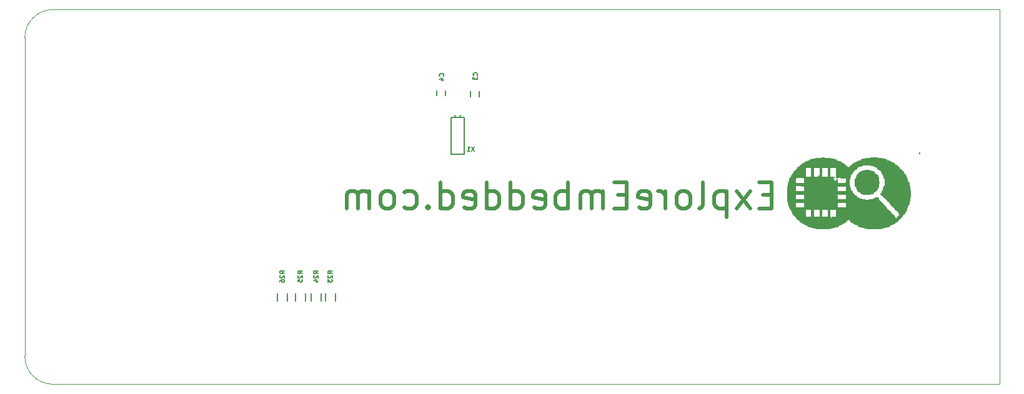
<source format=gbo>
G04 #@! TF.FileFunction,Legend,Bot*
%FSLAX46Y46*%
G04 Gerber Fmt 4.6, Leading zero omitted, Abs format (unit mm)*
G04 Created by KiCad (PCBNEW (2015-01-16 BZR 5376)-product) date 5/21/2015 10:44:20 AM*
%MOMM*%
G01*
G04 APERTURE LIST*
%ADD10C,0.150000*%
%ADD11C,0.508000*%
%ADD12C,0.100000*%
%ADD13C,0.010000*%
G04 APERTURE END LIST*
D10*
D11*
X190076664Y-106426000D02*
X188891331Y-106426000D01*
X188383331Y-108288667D02*
X190076664Y-108288667D01*
X190076664Y-104732667D01*
X188383331Y-104732667D01*
X187197998Y-108288667D02*
X185335331Y-105918000D01*
X187197998Y-105918000D02*
X185335331Y-108288667D01*
X183980664Y-105918000D02*
X183980664Y-109474000D01*
X183980664Y-106087333D02*
X183641998Y-105918000D01*
X182964664Y-105918000D01*
X182625998Y-106087333D01*
X182456664Y-106256667D01*
X182287331Y-106595333D01*
X182287331Y-107611333D01*
X182456664Y-107950000D01*
X182625998Y-108119333D01*
X182964664Y-108288667D01*
X183641998Y-108288667D01*
X183980664Y-108119333D01*
X180255331Y-108288667D02*
X180593998Y-108119333D01*
X180763331Y-107780667D01*
X180763331Y-104732667D01*
X178392664Y-108288667D02*
X178731331Y-108119333D01*
X178900664Y-107950000D01*
X179069998Y-107611333D01*
X179069998Y-106595333D01*
X178900664Y-106256667D01*
X178731331Y-106087333D01*
X178392664Y-105918000D01*
X177884664Y-105918000D01*
X177545998Y-106087333D01*
X177376664Y-106256667D01*
X177207331Y-106595333D01*
X177207331Y-107611333D01*
X177376664Y-107950000D01*
X177545998Y-108119333D01*
X177884664Y-108288667D01*
X178392664Y-108288667D01*
X175683331Y-108288667D02*
X175683331Y-105918000D01*
X175683331Y-106595333D02*
X175513998Y-106256667D01*
X175344665Y-106087333D01*
X175005998Y-105918000D01*
X174667331Y-105918000D01*
X172127332Y-108119333D02*
X172465998Y-108288667D01*
X173143332Y-108288667D01*
X173481998Y-108119333D01*
X173651332Y-107780667D01*
X173651332Y-106426000D01*
X173481998Y-106087333D01*
X173143332Y-105918000D01*
X172465998Y-105918000D01*
X172127332Y-106087333D01*
X171957998Y-106426000D01*
X171957998Y-106764667D01*
X173651332Y-107103333D01*
X170433998Y-106426000D02*
X169248665Y-106426000D01*
X168740665Y-108288667D02*
X170433998Y-108288667D01*
X170433998Y-104732667D01*
X168740665Y-104732667D01*
X167216665Y-108288667D02*
X167216665Y-105918000D01*
X167216665Y-106256667D02*
X167047332Y-106087333D01*
X166708665Y-105918000D01*
X166200665Y-105918000D01*
X165861999Y-106087333D01*
X165692665Y-106426000D01*
X165692665Y-108288667D01*
X165692665Y-106426000D02*
X165523332Y-106087333D01*
X165184665Y-105918000D01*
X164676665Y-105918000D01*
X164337999Y-106087333D01*
X164168665Y-106426000D01*
X164168665Y-108288667D01*
X162475332Y-108288667D02*
X162475332Y-104732667D01*
X162475332Y-106087333D02*
X162136666Y-105918000D01*
X161459332Y-105918000D01*
X161120666Y-106087333D01*
X160951332Y-106256667D01*
X160781999Y-106595333D01*
X160781999Y-107611333D01*
X160951332Y-107950000D01*
X161120666Y-108119333D01*
X161459332Y-108288667D01*
X162136666Y-108288667D01*
X162475332Y-108119333D01*
X157903333Y-108119333D02*
X158241999Y-108288667D01*
X158919333Y-108288667D01*
X159257999Y-108119333D01*
X159427333Y-107780667D01*
X159427333Y-106426000D01*
X159257999Y-106087333D01*
X158919333Y-105918000D01*
X158241999Y-105918000D01*
X157903333Y-106087333D01*
X157733999Y-106426000D01*
X157733999Y-106764667D01*
X159427333Y-107103333D01*
X154685999Y-108288667D02*
X154685999Y-104732667D01*
X154685999Y-108119333D02*
X155024666Y-108288667D01*
X155701999Y-108288667D01*
X156040666Y-108119333D01*
X156209999Y-107950000D01*
X156379333Y-107611333D01*
X156379333Y-106595333D01*
X156209999Y-106256667D01*
X156040666Y-106087333D01*
X155701999Y-105918000D01*
X155024666Y-105918000D01*
X154685999Y-106087333D01*
X151468666Y-108288667D02*
X151468666Y-104732667D01*
X151468666Y-108119333D02*
X151807333Y-108288667D01*
X152484666Y-108288667D01*
X152823333Y-108119333D01*
X152992666Y-107950000D01*
X153162000Y-107611333D01*
X153162000Y-106595333D01*
X152992666Y-106256667D01*
X152823333Y-106087333D01*
X152484666Y-105918000D01*
X151807333Y-105918000D01*
X151468666Y-106087333D01*
X148420667Y-108119333D02*
X148759333Y-108288667D01*
X149436667Y-108288667D01*
X149775333Y-108119333D01*
X149944667Y-107780667D01*
X149944667Y-106426000D01*
X149775333Y-106087333D01*
X149436667Y-105918000D01*
X148759333Y-105918000D01*
X148420667Y-106087333D01*
X148251333Y-106426000D01*
X148251333Y-106764667D01*
X149944667Y-107103333D01*
X145203333Y-108288667D02*
X145203333Y-104732667D01*
X145203333Y-108119333D02*
X145542000Y-108288667D01*
X146219333Y-108288667D01*
X146558000Y-108119333D01*
X146727333Y-107950000D01*
X146896667Y-107611333D01*
X146896667Y-106595333D01*
X146727333Y-106256667D01*
X146558000Y-106087333D01*
X146219333Y-105918000D01*
X145542000Y-105918000D01*
X145203333Y-106087333D01*
X143510000Y-107950000D02*
X143340667Y-108119333D01*
X143510000Y-108288667D01*
X143679334Y-108119333D01*
X143510000Y-107950000D01*
X143510000Y-108288667D01*
X140292667Y-108119333D02*
X140631334Y-108288667D01*
X141308667Y-108288667D01*
X141647334Y-108119333D01*
X141816667Y-107950000D01*
X141986001Y-107611333D01*
X141986001Y-106595333D01*
X141816667Y-106256667D01*
X141647334Y-106087333D01*
X141308667Y-105918000D01*
X140631334Y-105918000D01*
X140292667Y-106087333D01*
X138260667Y-108288667D02*
X138599334Y-108119333D01*
X138768667Y-107950000D01*
X138938001Y-107611333D01*
X138938001Y-106595333D01*
X138768667Y-106256667D01*
X138599334Y-106087333D01*
X138260667Y-105918000D01*
X137752667Y-105918000D01*
X137414001Y-106087333D01*
X137244667Y-106256667D01*
X137075334Y-106595333D01*
X137075334Y-107611333D01*
X137244667Y-107950000D01*
X137414001Y-108119333D01*
X137752667Y-108288667D01*
X138260667Y-108288667D01*
X135551334Y-108288667D02*
X135551334Y-105918000D01*
X135551334Y-106256667D02*
X135382001Y-106087333D01*
X135043334Y-105918000D01*
X134535334Y-105918000D01*
X134196668Y-106087333D01*
X134027334Y-106426000D01*
X134027334Y-108288667D01*
X134027334Y-106426000D02*
X133858001Y-106087333D01*
X133519334Y-105918000D01*
X133011334Y-105918000D01*
X132672668Y-106087333D01*
X132503334Y-106426000D01*
X132503334Y-108288667D01*
D12*
X92710000Y-81280000D02*
X218440000Y-81280000D01*
X92710000Y-132080000D02*
X220980000Y-132080000D01*
X88900000Y-85090000D02*
X88900000Y-128270000D01*
X88900000Y-128270000D02*
G75*
G03X92710000Y-132080000I3810000J0D01*
G01*
X92710000Y-81280000D02*
G75*
G03X88900000Y-85090000I0J-3810000D01*
G01*
X220980000Y-81280000D02*
X220980000Y-83947000D01*
X218440000Y-81280000D02*
X220980000Y-81280000D01*
X220980000Y-129540000D02*
X220980000Y-132080000D01*
X220980000Y-129540000D02*
X220980000Y-83820000D01*
D10*
X147274280Y-95864680D02*
X147175220Y-95564960D01*
X147873720Y-95864680D02*
X147972780Y-95564960D01*
X148473160Y-95864680D02*
X148473160Y-100914200D01*
X148473160Y-100914200D02*
X146674840Y-100914200D01*
X146674840Y-100914200D02*
X146674840Y-95864680D01*
X148473160Y-95864680D02*
X146674840Y-95864680D01*
X150460000Y-93060000D02*
X150460000Y-92360000D01*
X149260000Y-92360000D02*
X149260000Y-93060000D01*
X145888000Y-92933000D02*
X145888000Y-92233000D01*
X144688000Y-92233000D02*
X144688000Y-92933000D01*
X129627000Y-119769000D02*
X129627000Y-120769000D01*
X130977000Y-120769000D02*
X130977000Y-119769000D01*
X127722000Y-119769000D02*
X127722000Y-120769000D01*
X129072000Y-120769000D02*
X129072000Y-119769000D01*
X125563000Y-119769000D02*
X125563000Y-120769000D01*
X126913000Y-120769000D02*
X126913000Y-119769000D01*
X123150000Y-119769000D02*
X123150000Y-120769000D01*
X124500000Y-120769000D02*
X124500000Y-119769000D01*
D13*
G36*
X210200000Y-100600000D02*
X210100000Y-100600000D01*
X210100000Y-100700000D01*
X210200000Y-100700000D01*
X210200000Y-100600000D01*
X210200000Y-100600000D01*
G37*
X210200000Y-100600000D02*
X210100000Y-100600000D01*
X210100000Y-100700000D01*
X210200000Y-100700000D01*
X210200000Y-100600000D01*
G36*
X210200000Y-100700000D02*
X210100000Y-100700000D01*
X210100000Y-100800000D01*
X210200000Y-100800000D01*
X210200000Y-100700000D01*
X210200000Y-100700000D01*
G37*
X210200000Y-100700000D02*
X210100000Y-100700000D01*
X210100000Y-100800000D01*
X210200000Y-100800000D01*
X210200000Y-100700000D01*
G36*
X204400000Y-101300000D02*
X204300000Y-101300000D01*
X204300000Y-101400000D01*
X204400000Y-101400000D01*
X204400000Y-101300000D01*
X204400000Y-101300000D01*
G37*
X204400000Y-101300000D02*
X204300000Y-101300000D01*
X204300000Y-101400000D01*
X204400000Y-101400000D01*
X204400000Y-101300000D01*
G36*
X204300000Y-101300000D02*
X204200000Y-101300000D01*
X204200000Y-101400000D01*
X204300000Y-101400000D01*
X204300000Y-101300000D01*
X204300000Y-101300000D01*
G37*
X204300000Y-101300000D02*
X204200000Y-101300000D01*
X204200000Y-101400000D01*
X204300000Y-101400000D01*
X204300000Y-101300000D01*
G36*
X204200000Y-101300000D02*
X204100000Y-101300000D01*
X204100000Y-101400000D01*
X204200000Y-101400000D01*
X204200000Y-101300000D01*
X204200000Y-101300000D01*
G37*
X204200000Y-101300000D02*
X204100000Y-101300000D01*
X204100000Y-101400000D01*
X204200000Y-101400000D01*
X204200000Y-101300000D01*
G36*
X204100000Y-101300000D02*
X204000000Y-101300000D01*
X204000000Y-101400000D01*
X204100000Y-101400000D01*
X204100000Y-101300000D01*
X204100000Y-101300000D01*
G37*
X204100000Y-101300000D02*
X204000000Y-101300000D01*
X204000000Y-101400000D01*
X204100000Y-101400000D01*
X204100000Y-101300000D01*
G36*
X204000000Y-101300000D02*
X203900000Y-101300000D01*
X203900000Y-101400000D01*
X204000000Y-101400000D01*
X204000000Y-101300000D01*
X204000000Y-101300000D01*
G37*
X204000000Y-101300000D02*
X203900000Y-101300000D01*
X203900000Y-101400000D01*
X204000000Y-101400000D01*
X204000000Y-101300000D01*
G36*
X203900000Y-101300000D02*
X203800000Y-101300000D01*
X203800000Y-101400000D01*
X203900000Y-101400000D01*
X203900000Y-101300000D01*
X203900000Y-101300000D01*
G37*
X203900000Y-101300000D02*
X203800000Y-101300000D01*
X203800000Y-101400000D01*
X203900000Y-101400000D01*
X203900000Y-101300000D01*
G36*
X203800000Y-101300000D02*
X203700000Y-101300000D01*
X203700000Y-101400000D01*
X203800000Y-101400000D01*
X203800000Y-101300000D01*
X203800000Y-101300000D01*
G37*
X203800000Y-101300000D02*
X203700000Y-101300000D01*
X203700000Y-101400000D01*
X203800000Y-101400000D01*
X203800000Y-101300000D01*
G36*
X203700000Y-101300000D02*
X203600000Y-101300000D01*
X203600000Y-101400000D01*
X203700000Y-101400000D01*
X203700000Y-101300000D01*
X203700000Y-101300000D01*
G37*
X203700000Y-101300000D02*
X203600000Y-101300000D01*
X203600000Y-101400000D01*
X203700000Y-101400000D01*
X203700000Y-101300000D01*
G36*
X203600000Y-101300000D02*
X203500000Y-101300000D01*
X203500000Y-101400000D01*
X203600000Y-101400000D01*
X203600000Y-101300000D01*
X203600000Y-101300000D01*
G37*
X203600000Y-101300000D02*
X203500000Y-101300000D01*
X203500000Y-101400000D01*
X203600000Y-101400000D01*
X203600000Y-101300000D01*
G36*
X197200000Y-101300000D02*
X197100000Y-101300000D01*
X197100000Y-101400000D01*
X197200000Y-101400000D01*
X197200000Y-101300000D01*
X197200000Y-101300000D01*
G37*
X197200000Y-101300000D02*
X197100000Y-101300000D01*
X197100000Y-101400000D01*
X197200000Y-101400000D01*
X197200000Y-101300000D01*
G36*
X197100000Y-101300000D02*
X197000000Y-101300000D01*
X197000000Y-101400000D01*
X197100000Y-101400000D01*
X197100000Y-101300000D01*
X197100000Y-101300000D01*
G37*
X197100000Y-101300000D02*
X197000000Y-101300000D01*
X197000000Y-101400000D01*
X197100000Y-101400000D01*
X197100000Y-101300000D01*
G36*
X197000000Y-101300000D02*
X196900000Y-101300000D01*
X196900000Y-101400000D01*
X197000000Y-101400000D01*
X197000000Y-101300000D01*
X197000000Y-101300000D01*
G37*
X197000000Y-101300000D02*
X196900000Y-101300000D01*
X196900000Y-101400000D01*
X197000000Y-101400000D01*
X197000000Y-101300000D01*
G36*
X205100000Y-101400000D02*
X205000000Y-101400000D01*
X205000000Y-101500000D01*
X205100000Y-101500000D01*
X205100000Y-101400000D01*
X205100000Y-101400000D01*
G37*
X205100000Y-101400000D02*
X205000000Y-101400000D01*
X205000000Y-101500000D01*
X205100000Y-101500000D01*
X205100000Y-101400000D01*
G36*
X205000000Y-101400000D02*
X204900000Y-101400000D01*
X204900000Y-101500000D01*
X205000000Y-101500000D01*
X205000000Y-101400000D01*
X205000000Y-101400000D01*
G37*
X205000000Y-101400000D02*
X204900000Y-101400000D01*
X204900000Y-101500000D01*
X205000000Y-101500000D01*
X205000000Y-101400000D01*
G36*
X204900000Y-101400000D02*
X204800000Y-101400000D01*
X204800000Y-101500000D01*
X204900000Y-101500000D01*
X204900000Y-101400000D01*
X204900000Y-101400000D01*
G37*
X204900000Y-101400000D02*
X204800000Y-101400000D01*
X204800000Y-101500000D01*
X204900000Y-101500000D01*
X204900000Y-101400000D01*
G36*
X204800000Y-101400000D02*
X204700000Y-101400000D01*
X204700000Y-101500000D01*
X204800000Y-101500000D01*
X204800000Y-101400000D01*
X204800000Y-101400000D01*
G37*
X204800000Y-101400000D02*
X204700000Y-101400000D01*
X204700000Y-101500000D01*
X204800000Y-101500000D01*
X204800000Y-101400000D01*
G36*
X204700000Y-101400000D02*
X204600000Y-101400000D01*
X204600000Y-101500000D01*
X204700000Y-101500000D01*
X204700000Y-101400000D01*
X204700000Y-101400000D01*
G37*
X204700000Y-101400000D02*
X204600000Y-101400000D01*
X204600000Y-101500000D01*
X204700000Y-101500000D01*
X204700000Y-101400000D01*
G36*
X204600000Y-101400000D02*
X204500000Y-101400000D01*
X204500000Y-101500000D01*
X204600000Y-101500000D01*
X204600000Y-101400000D01*
X204600000Y-101400000D01*
G37*
X204600000Y-101400000D02*
X204500000Y-101400000D01*
X204500000Y-101500000D01*
X204600000Y-101500000D01*
X204600000Y-101400000D01*
G36*
X204500000Y-101400000D02*
X204400000Y-101400000D01*
X204400000Y-101500000D01*
X204500000Y-101500000D01*
X204500000Y-101400000D01*
X204500000Y-101400000D01*
G37*
X204500000Y-101400000D02*
X204400000Y-101400000D01*
X204400000Y-101500000D01*
X204500000Y-101500000D01*
X204500000Y-101400000D01*
G36*
X204400000Y-101400000D02*
X204300000Y-101400000D01*
X204300000Y-101500000D01*
X204400000Y-101500000D01*
X204400000Y-101400000D01*
X204400000Y-101400000D01*
G37*
X204400000Y-101400000D02*
X204300000Y-101400000D01*
X204300000Y-101500000D01*
X204400000Y-101500000D01*
X204400000Y-101400000D01*
G36*
X204300000Y-101400000D02*
X204200000Y-101400000D01*
X204200000Y-101500000D01*
X204300000Y-101500000D01*
X204300000Y-101400000D01*
X204300000Y-101400000D01*
G37*
X204300000Y-101400000D02*
X204200000Y-101400000D01*
X204200000Y-101500000D01*
X204300000Y-101500000D01*
X204300000Y-101400000D01*
G36*
X204200000Y-101400000D02*
X204100000Y-101400000D01*
X204100000Y-101500000D01*
X204200000Y-101500000D01*
X204200000Y-101400000D01*
X204200000Y-101400000D01*
G37*
X204200000Y-101400000D02*
X204100000Y-101400000D01*
X204100000Y-101500000D01*
X204200000Y-101500000D01*
X204200000Y-101400000D01*
G36*
X204100000Y-101400000D02*
X204000000Y-101400000D01*
X204000000Y-101500000D01*
X204100000Y-101500000D01*
X204100000Y-101400000D01*
X204100000Y-101400000D01*
G37*
X204100000Y-101400000D02*
X204000000Y-101400000D01*
X204000000Y-101500000D01*
X204100000Y-101500000D01*
X204100000Y-101400000D01*
G36*
X204000000Y-101400000D02*
X203900000Y-101400000D01*
X203900000Y-101500000D01*
X204000000Y-101500000D01*
X204000000Y-101400000D01*
X204000000Y-101400000D01*
G37*
X204000000Y-101400000D02*
X203900000Y-101400000D01*
X203900000Y-101500000D01*
X204000000Y-101500000D01*
X204000000Y-101400000D01*
G36*
X203900000Y-101400000D02*
X203800000Y-101400000D01*
X203800000Y-101500000D01*
X203900000Y-101500000D01*
X203900000Y-101400000D01*
X203900000Y-101400000D01*
G37*
X203900000Y-101400000D02*
X203800000Y-101400000D01*
X203800000Y-101500000D01*
X203900000Y-101500000D01*
X203900000Y-101400000D01*
G36*
X203800000Y-101400000D02*
X203700000Y-101400000D01*
X203700000Y-101500000D01*
X203800000Y-101500000D01*
X203800000Y-101400000D01*
X203800000Y-101400000D01*
G37*
X203800000Y-101400000D02*
X203700000Y-101400000D01*
X203700000Y-101500000D01*
X203800000Y-101500000D01*
X203800000Y-101400000D01*
G36*
X203700000Y-101400000D02*
X203600000Y-101400000D01*
X203600000Y-101500000D01*
X203700000Y-101500000D01*
X203700000Y-101400000D01*
X203700000Y-101400000D01*
G37*
X203700000Y-101400000D02*
X203600000Y-101400000D01*
X203600000Y-101500000D01*
X203700000Y-101500000D01*
X203700000Y-101400000D01*
G36*
X203600000Y-101400000D02*
X203500000Y-101400000D01*
X203500000Y-101500000D01*
X203600000Y-101500000D01*
X203600000Y-101400000D01*
X203600000Y-101400000D01*
G37*
X203600000Y-101400000D02*
X203500000Y-101400000D01*
X203500000Y-101500000D01*
X203600000Y-101500000D01*
X203600000Y-101400000D01*
G36*
X203500000Y-101400000D02*
X203400000Y-101400000D01*
X203400000Y-101500000D01*
X203500000Y-101500000D01*
X203500000Y-101400000D01*
X203500000Y-101400000D01*
G37*
X203500000Y-101400000D02*
X203400000Y-101400000D01*
X203400000Y-101500000D01*
X203500000Y-101500000D01*
X203500000Y-101400000D01*
G36*
X203400000Y-101400000D02*
X203300000Y-101400000D01*
X203300000Y-101500000D01*
X203400000Y-101500000D01*
X203400000Y-101400000D01*
X203400000Y-101400000D01*
G37*
X203400000Y-101400000D02*
X203300000Y-101400000D01*
X203300000Y-101500000D01*
X203400000Y-101500000D01*
X203400000Y-101400000D01*
G36*
X203300000Y-101400000D02*
X203200000Y-101400000D01*
X203200000Y-101500000D01*
X203300000Y-101500000D01*
X203300000Y-101400000D01*
X203300000Y-101400000D01*
G37*
X203300000Y-101400000D02*
X203200000Y-101400000D01*
X203200000Y-101500000D01*
X203300000Y-101500000D01*
X203300000Y-101400000D01*
G36*
X203200000Y-101400000D02*
X203100000Y-101400000D01*
X203100000Y-101500000D01*
X203200000Y-101500000D01*
X203200000Y-101400000D01*
X203200000Y-101400000D01*
G37*
X203200000Y-101400000D02*
X203100000Y-101400000D01*
X203100000Y-101500000D01*
X203200000Y-101500000D01*
X203200000Y-101400000D01*
G36*
X203100000Y-101400000D02*
X203000000Y-101400000D01*
X203000000Y-101500000D01*
X203100000Y-101500000D01*
X203100000Y-101400000D01*
X203100000Y-101400000D01*
G37*
X203100000Y-101400000D02*
X203000000Y-101400000D01*
X203000000Y-101500000D01*
X203100000Y-101500000D01*
X203100000Y-101400000D01*
G36*
X203000000Y-101400000D02*
X202900000Y-101400000D01*
X202900000Y-101500000D01*
X203000000Y-101500000D01*
X203000000Y-101400000D01*
X203000000Y-101400000D01*
G37*
X203000000Y-101400000D02*
X202900000Y-101400000D01*
X202900000Y-101500000D01*
X203000000Y-101500000D01*
X203000000Y-101400000D01*
G36*
X202900000Y-101400000D02*
X202800000Y-101400000D01*
X202800000Y-101500000D01*
X202900000Y-101500000D01*
X202900000Y-101400000D01*
X202900000Y-101400000D01*
G37*
X202900000Y-101400000D02*
X202800000Y-101400000D01*
X202800000Y-101500000D01*
X202900000Y-101500000D01*
X202900000Y-101400000D01*
G36*
X198100000Y-101400000D02*
X198000000Y-101400000D01*
X198000000Y-101500000D01*
X198100000Y-101500000D01*
X198100000Y-101400000D01*
X198100000Y-101400000D01*
G37*
X198100000Y-101400000D02*
X198000000Y-101400000D01*
X198000000Y-101500000D01*
X198100000Y-101500000D01*
X198100000Y-101400000D01*
G36*
X198000000Y-101400000D02*
X197900000Y-101400000D01*
X197900000Y-101500000D01*
X198000000Y-101500000D01*
X198000000Y-101400000D01*
X198000000Y-101400000D01*
G37*
X198000000Y-101400000D02*
X197900000Y-101400000D01*
X197900000Y-101500000D01*
X198000000Y-101500000D01*
X198000000Y-101400000D01*
G36*
X197900000Y-101400000D02*
X197800000Y-101400000D01*
X197800000Y-101500000D01*
X197900000Y-101500000D01*
X197900000Y-101400000D01*
X197900000Y-101400000D01*
G37*
X197900000Y-101400000D02*
X197800000Y-101400000D01*
X197800000Y-101500000D01*
X197900000Y-101500000D01*
X197900000Y-101400000D01*
G36*
X197800000Y-101400000D02*
X197700000Y-101400000D01*
X197700000Y-101500000D01*
X197800000Y-101500000D01*
X197800000Y-101400000D01*
X197800000Y-101400000D01*
G37*
X197800000Y-101400000D02*
X197700000Y-101400000D01*
X197700000Y-101500000D01*
X197800000Y-101500000D01*
X197800000Y-101400000D01*
G36*
X197700000Y-101400000D02*
X197600000Y-101400000D01*
X197600000Y-101500000D01*
X197700000Y-101500000D01*
X197700000Y-101400000D01*
X197700000Y-101400000D01*
G37*
X197700000Y-101400000D02*
X197600000Y-101400000D01*
X197600000Y-101500000D01*
X197700000Y-101500000D01*
X197700000Y-101400000D01*
G36*
X197600000Y-101400000D02*
X197500000Y-101400000D01*
X197500000Y-101500000D01*
X197600000Y-101500000D01*
X197600000Y-101400000D01*
X197600000Y-101400000D01*
G37*
X197600000Y-101400000D02*
X197500000Y-101400000D01*
X197500000Y-101500000D01*
X197600000Y-101500000D01*
X197600000Y-101400000D01*
G36*
X197500000Y-101400000D02*
X197400000Y-101400000D01*
X197400000Y-101500000D01*
X197500000Y-101500000D01*
X197500000Y-101400000D01*
X197500000Y-101400000D01*
G37*
X197500000Y-101400000D02*
X197400000Y-101400000D01*
X197400000Y-101500000D01*
X197500000Y-101500000D01*
X197500000Y-101400000D01*
G36*
X197400000Y-101400000D02*
X197300000Y-101400000D01*
X197300000Y-101500000D01*
X197400000Y-101500000D01*
X197400000Y-101400000D01*
X197400000Y-101400000D01*
G37*
X197400000Y-101400000D02*
X197300000Y-101400000D01*
X197300000Y-101500000D01*
X197400000Y-101500000D01*
X197400000Y-101400000D01*
G36*
X197300000Y-101400000D02*
X197200000Y-101400000D01*
X197200000Y-101500000D01*
X197300000Y-101500000D01*
X197300000Y-101400000D01*
X197300000Y-101400000D01*
G37*
X197300000Y-101400000D02*
X197200000Y-101400000D01*
X197200000Y-101500000D01*
X197300000Y-101500000D01*
X197300000Y-101400000D01*
G36*
X197200000Y-101400000D02*
X197100000Y-101400000D01*
X197100000Y-101500000D01*
X197200000Y-101500000D01*
X197200000Y-101400000D01*
X197200000Y-101400000D01*
G37*
X197200000Y-101400000D02*
X197100000Y-101400000D01*
X197100000Y-101500000D01*
X197200000Y-101500000D01*
X197200000Y-101400000D01*
G36*
X197100000Y-101400000D02*
X197000000Y-101400000D01*
X197000000Y-101500000D01*
X197100000Y-101500000D01*
X197100000Y-101400000D01*
X197100000Y-101400000D01*
G37*
X197100000Y-101400000D02*
X197000000Y-101400000D01*
X197000000Y-101500000D01*
X197100000Y-101500000D01*
X197100000Y-101400000D01*
G36*
X197000000Y-101400000D02*
X196900000Y-101400000D01*
X196900000Y-101500000D01*
X197000000Y-101500000D01*
X197000000Y-101400000D01*
X197000000Y-101400000D01*
G37*
X197000000Y-101400000D02*
X196900000Y-101400000D01*
X196900000Y-101500000D01*
X197000000Y-101500000D01*
X197000000Y-101400000D01*
G36*
X196900000Y-101400000D02*
X196800000Y-101400000D01*
X196800000Y-101500000D01*
X196900000Y-101500000D01*
X196900000Y-101400000D01*
X196900000Y-101400000D01*
G37*
X196900000Y-101400000D02*
X196800000Y-101400000D01*
X196800000Y-101500000D01*
X196900000Y-101500000D01*
X196900000Y-101400000D01*
G36*
X196800000Y-101400000D02*
X196700000Y-101400000D01*
X196700000Y-101500000D01*
X196800000Y-101500000D01*
X196800000Y-101400000D01*
X196800000Y-101400000D01*
G37*
X196800000Y-101400000D02*
X196700000Y-101400000D01*
X196700000Y-101500000D01*
X196800000Y-101500000D01*
X196800000Y-101400000D01*
G36*
X196700000Y-101400000D02*
X196600000Y-101400000D01*
X196600000Y-101500000D01*
X196700000Y-101500000D01*
X196700000Y-101400000D01*
X196700000Y-101400000D01*
G37*
X196700000Y-101400000D02*
X196600000Y-101400000D01*
X196600000Y-101500000D01*
X196700000Y-101500000D01*
X196700000Y-101400000D01*
G36*
X196600000Y-101400000D02*
X196500000Y-101400000D01*
X196500000Y-101500000D01*
X196600000Y-101500000D01*
X196600000Y-101400000D01*
X196600000Y-101400000D01*
G37*
X196600000Y-101400000D02*
X196500000Y-101400000D01*
X196500000Y-101500000D01*
X196600000Y-101500000D01*
X196600000Y-101400000D01*
G36*
X196500000Y-101400000D02*
X196400000Y-101400000D01*
X196400000Y-101500000D01*
X196500000Y-101500000D01*
X196500000Y-101400000D01*
X196500000Y-101400000D01*
G37*
X196500000Y-101400000D02*
X196400000Y-101400000D01*
X196400000Y-101500000D01*
X196500000Y-101500000D01*
X196500000Y-101400000D01*
G36*
X196400000Y-101400000D02*
X196300000Y-101400000D01*
X196300000Y-101500000D01*
X196400000Y-101500000D01*
X196400000Y-101400000D01*
X196400000Y-101400000D01*
G37*
X196400000Y-101400000D02*
X196300000Y-101400000D01*
X196300000Y-101500000D01*
X196400000Y-101500000D01*
X196400000Y-101400000D01*
G36*
X196300000Y-101400000D02*
X196200000Y-101400000D01*
X196200000Y-101500000D01*
X196300000Y-101500000D01*
X196300000Y-101400000D01*
X196300000Y-101400000D01*
G37*
X196300000Y-101400000D02*
X196200000Y-101400000D01*
X196200000Y-101500000D01*
X196300000Y-101500000D01*
X196300000Y-101400000D01*
G36*
X196200000Y-101400000D02*
X196100000Y-101400000D01*
X196100000Y-101500000D01*
X196200000Y-101500000D01*
X196200000Y-101400000D01*
X196200000Y-101400000D01*
G37*
X196200000Y-101400000D02*
X196100000Y-101400000D01*
X196100000Y-101500000D01*
X196200000Y-101500000D01*
X196200000Y-101400000D01*
G36*
X196100000Y-101400000D02*
X196000000Y-101400000D01*
X196000000Y-101500000D01*
X196100000Y-101500000D01*
X196100000Y-101400000D01*
X196100000Y-101400000D01*
G37*
X196100000Y-101400000D02*
X196000000Y-101400000D01*
X196000000Y-101500000D01*
X196100000Y-101500000D01*
X196100000Y-101400000D01*
G36*
X205400000Y-101500000D02*
X205300000Y-101500000D01*
X205300000Y-101600000D01*
X205400000Y-101600000D01*
X205400000Y-101500000D01*
X205400000Y-101500000D01*
G37*
X205400000Y-101500000D02*
X205300000Y-101500000D01*
X205300000Y-101600000D01*
X205400000Y-101600000D01*
X205400000Y-101500000D01*
G36*
X205300000Y-101500000D02*
X205200000Y-101500000D01*
X205200000Y-101600000D01*
X205300000Y-101600000D01*
X205300000Y-101500000D01*
X205300000Y-101500000D01*
G37*
X205300000Y-101500000D02*
X205200000Y-101500000D01*
X205200000Y-101600000D01*
X205300000Y-101600000D01*
X205300000Y-101500000D01*
G36*
X205200000Y-101500000D02*
X205100000Y-101500000D01*
X205100000Y-101600000D01*
X205200000Y-101600000D01*
X205200000Y-101500000D01*
X205200000Y-101500000D01*
G37*
X205200000Y-101500000D02*
X205100000Y-101500000D01*
X205100000Y-101600000D01*
X205200000Y-101600000D01*
X205200000Y-101500000D01*
G36*
X205100000Y-101500000D02*
X205000000Y-101500000D01*
X205000000Y-101600000D01*
X205100000Y-101600000D01*
X205100000Y-101500000D01*
X205100000Y-101500000D01*
G37*
X205100000Y-101500000D02*
X205000000Y-101500000D01*
X205000000Y-101600000D01*
X205100000Y-101600000D01*
X205100000Y-101500000D01*
G36*
X205000000Y-101500000D02*
X204900000Y-101500000D01*
X204900000Y-101600000D01*
X205000000Y-101600000D01*
X205000000Y-101500000D01*
X205000000Y-101500000D01*
G37*
X205000000Y-101500000D02*
X204900000Y-101500000D01*
X204900000Y-101600000D01*
X205000000Y-101600000D01*
X205000000Y-101500000D01*
G36*
X204900000Y-101500000D02*
X204800000Y-101500000D01*
X204800000Y-101600000D01*
X204900000Y-101600000D01*
X204900000Y-101500000D01*
X204900000Y-101500000D01*
G37*
X204900000Y-101500000D02*
X204800000Y-101500000D01*
X204800000Y-101600000D01*
X204900000Y-101600000D01*
X204900000Y-101500000D01*
G36*
X204800000Y-101500000D02*
X204700000Y-101500000D01*
X204700000Y-101600000D01*
X204800000Y-101600000D01*
X204800000Y-101500000D01*
X204800000Y-101500000D01*
G37*
X204800000Y-101500000D02*
X204700000Y-101500000D01*
X204700000Y-101600000D01*
X204800000Y-101600000D01*
X204800000Y-101500000D01*
G36*
X204700000Y-101500000D02*
X204600000Y-101500000D01*
X204600000Y-101600000D01*
X204700000Y-101600000D01*
X204700000Y-101500000D01*
X204700000Y-101500000D01*
G37*
X204700000Y-101500000D02*
X204600000Y-101500000D01*
X204600000Y-101600000D01*
X204700000Y-101600000D01*
X204700000Y-101500000D01*
G36*
X204600000Y-101500000D02*
X204500000Y-101500000D01*
X204500000Y-101600000D01*
X204600000Y-101600000D01*
X204600000Y-101500000D01*
X204600000Y-101500000D01*
G37*
X204600000Y-101500000D02*
X204500000Y-101500000D01*
X204500000Y-101600000D01*
X204600000Y-101600000D01*
X204600000Y-101500000D01*
G36*
X204500000Y-101500000D02*
X204400000Y-101500000D01*
X204400000Y-101600000D01*
X204500000Y-101600000D01*
X204500000Y-101500000D01*
X204500000Y-101500000D01*
G37*
X204500000Y-101500000D02*
X204400000Y-101500000D01*
X204400000Y-101600000D01*
X204500000Y-101600000D01*
X204500000Y-101500000D01*
G36*
X204400000Y-101500000D02*
X204300000Y-101500000D01*
X204300000Y-101600000D01*
X204400000Y-101600000D01*
X204400000Y-101500000D01*
X204400000Y-101500000D01*
G37*
X204400000Y-101500000D02*
X204300000Y-101500000D01*
X204300000Y-101600000D01*
X204400000Y-101600000D01*
X204400000Y-101500000D01*
G36*
X204300000Y-101500000D02*
X204200000Y-101500000D01*
X204200000Y-101600000D01*
X204300000Y-101600000D01*
X204300000Y-101500000D01*
X204300000Y-101500000D01*
G37*
X204300000Y-101500000D02*
X204200000Y-101500000D01*
X204200000Y-101600000D01*
X204300000Y-101600000D01*
X204300000Y-101500000D01*
G36*
X204200000Y-101500000D02*
X204100000Y-101500000D01*
X204100000Y-101600000D01*
X204200000Y-101600000D01*
X204200000Y-101500000D01*
X204200000Y-101500000D01*
G37*
X204200000Y-101500000D02*
X204100000Y-101500000D01*
X204100000Y-101600000D01*
X204200000Y-101600000D01*
X204200000Y-101500000D01*
G36*
X204100000Y-101500000D02*
X204000000Y-101500000D01*
X204000000Y-101600000D01*
X204100000Y-101600000D01*
X204100000Y-101500000D01*
X204100000Y-101500000D01*
G37*
X204100000Y-101500000D02*
X204000000Y-101500000D01*
X204000000Y-101600000D01*
X204100000Y-101600000D01*
X204100000Y-101500000D01*
G36*
X204000000Y-101500000D02*
X203900000Y-101500000D01*
X203900000Y-101600000D01*
X204000000Y-101600000D01*
X204000000Y-101500000D01*
X204000000Y-101500000D01*
G37*
X204000000Y-101500000D02*
X203900000Y-101500000D01*
X203900000Y-101600000D01*
X204000000Y-101600000D01*
X204000000Y-101500000D01*
G36*
X203900000Y-101500000D02*
X203800000Y-101500000D01*
X203800000Y-101600000D01*
X203900000Y-101600000D01*
X203900000Y-101500000D01*
X203900000Y-101500000D01*
G37*
X203900000Y-101500000D02*
X203800000Y-101500000D01*
X203800000Y-101600000D01*
X203900000Y-101600000D01*
X203900000Y-101500000D01*
G36*
X203800000Y-101500000D02*
X203700000Y-101500000D01*
X203700000Y-101600000D01*
X203800000Y-101600000D01*
X203800000Y-101500000D01*
X203800000Y-101500000D01*
G37*
X203800000Y-101500000D02*
X203700000Y-101500000D01*
X203700000Y-101600000D01*
X203800000Y-101600000D01*
X203800000Y-101500000D01*
G36*
X203700000Y-101500000D02*
X203600000Y-101500000D01*
X203600000Y-101600000D01*
X203700000Y-101600000D01*
X203700000Y-101500000D01*
X203700000Y-101500000D01*
G37*
X203700000Y-101500000D02*
X203600000Y-101500000D01*
X203600000Y-101600000D01*
X203700000Y-101600000D01*
X203700000Y-101500000D01*
G36*
X203600000Y-101500000D02*
X203500000Y-101500000D01*
X203500000Y-101600000D01*
X203600000Y-101600000D01*
X203600000Y-101500000D01*
X203600000Y-101500000D01*
G37*
X203600000Y-101500000D02*
X203500000Y-101500000D01*
X203500000Y-101600000D01*
X203600000Y-101600000D01*
X203600000Y-101500000D01*
G36*
X203500000Y-101500000D02*
X203400000Y-101500000D01*
X203400000Y-101600000D01*
X203500000Y-101600000D01*
X203500000Y-101500000D01*
X203500000Y-101500000D01*
G37*
X203500000Y-101500000D02*
X203400000Y-101500000D01*
X203400000Y-101600000D01*
X203500000Y-101600000D01*
X203500000Y-101500000D01*
G36*
X203400000Y-101500000D02*
X203300000Y-101500000D01*
X203300000Y-101600000D01*
X203400000Y-101600000D01*
X203400000Y-101500000D01*
X203400000Y-101500000D01*
G37*
X203400000Y-101500000D02*
X203300000Y-101500000D01*
X203300000Y-101600000D01*
X203400000Y-101600000D01*
X203400000Y-101500000D01*
G36*
X203300000Y-101500000D02*
X203200000Y-101500000D01*
X203200000Y-101600000D01*
X203300000Y-101600000D01*
X203300000Y-101500000D01*
X203300000Y-101500000D01*
G37*
X203300000Y-101500000D02*
X203200000Y-101500000D01*
X203200000Y-101600000D01*
X203300000Y-101600000D01*
X203300000Y-101500000D01*
G36*
X203200000Y-101500000D02*
X203100000Y-101500000D01*
X203100000Y-101600000D01*
X203200000Y-101600000D01*
X203200000Y-101500000D01*
X203200000Y-101500000D01*
G37*
X203200000Y-101500000D02*
X203100000Y-101500000D01*
X203100000Y-101600000D01*
X203200000Y-101600000D01*
X203200000Y-101500000D01*
G36*
X203100000Y-101500000D02*
X203000000Y-101500000D01*
X203000000Y-101600000D01*
X203100000Y-101600000D01*
X203100000Y-101500000D01*
X203100000Y-101500000D01*
G37*
X203100000Y-101500000D02*
X203000000Y-101500000D01*
X203000000Y-101600000D01*
X203100000Y-101600000D01*
X203100000Y-101500000D01*
G36*
X203000000Y-101500000D02*
X202900000Y-101500000D01*
X202900000Y-101600000D01*
X203000000Y-101600000D01*
X203000000Y-101500000D01*
X203000000Y-101500000D01*
G37*
X203000000Y-101500000D02*
X202900000Y-101500000D01*
X202900000Y-101600000D01*
X203000000Y-101600000D01*
X203000000Y-101500000D01*
G36*
X202900000Y-101500000D02*
X202800000Y-101500000D01*
X202800000Y-101600000D01*
X202900000Y-101600000D01*
X202900000Y-101500000D01*
X202900000Y-101500000D01*
G37*
X202900000Y-101500000D02*
X202800000Y-101500000D01*
X202800000Y-101600000D01*
X202900000Y-101600000D01*
X202900000Y-101500000D01*
G36*
X202800000Y-101500000D02*
X202700000Y-101500000D01*
X202700000Y-101600000D01*
X202800000Y-101600000D01*
X202800000Y-101500000D01*
X202800000Y-101500000D01*
G37*
X202800000Y-101500000D02*
X202700000Y-101500000D01*
X202700000Y-101600000D01*
X202800000Y-101600000D01*
X202800000Y-101500000D01*
G36*
X202700000Y-101500000D02*
X202600000Y-101500000D01*
X202600000Y-101600000D01*
X202700000Y-101600000D01*
X202700000Y-101500000D01*
X202700000Y-101500000D01*
G37*
X202700000Y-101500000D02*
X202600000Y-101500000D01*
X202600000Y-101600000D01*
X202700000Y-101600000D01*
X202700000Y-101500000D01*
G36*
X202600000Y-101500000D02*
X202500000Y-101500000D01*
X202500000Y-101600000D01*
X202600000Y-101600000D01*
X202600000Y-101500000D01*
X202600000Y-101500000D01*
G37*
X202600000Y-101500000D02*
X202500000Y-101500000D01*
X202500000Y-101600000D01*
X202600000Y-101600000D01*
X202600000Y-101500000D01*
G36*
X202500000Y-101500000D02*
X202400000Y-101500000D01*
X202400000Y-101600000D01*
X202500000Y-101600000D01*
X202500000Y-101500000D01*
X202500000Y-101500000D01*
G37*
X202500000Y-101500000D02*
X202400000Y-101500000D01*
X202400000Y-101600000D01*
X202500000Y-101600000D01*
X202500000Y-101500000D01*
G36*
X198500000Y-101500000D02*
X198400000Y-101500000D01*
X198400000Y-101600000D01*
X198500000Y-101600000D01*
X198500000Y-101500000D01*
X198500000Y-101500000D01*
G37*
X198500000Y-101500000D02*
X198400000Y-101500000D01*
X198400000Y-101600000D01*
X198500000Y-101600000D01*
X198500000Y-101500000D01*
G36*
X198400000Y-101500000D02*
X198300000Y-101500000D01*
X198300000Y-101600000D01*
X198400000Y-101600000D01*
X198400000Y-101500000D01*
X198400000Y-101500000D01*
G37*
X198400000Y-101500000D02*
X198300000Y-101500000D01*
X198300000Y-101600000D01*
X198400000Y-101600000D01*
X198400000Y-101500000D01*
G36*
X198300000Y-101500000D02*
X198200000Y-101500000D01*
X198200000Y-101600000D01*
X198300000Y-101600000D01*
X198300000Y-101500000D01*
X198300000Y-101500000D01*
G37*
X198300000Y-101500000D02*
X198200000Y-101500000D01*
X198200000Y-101600000D01*
X198300000Y-101600000D01*
X198300000Y-101500000D01*
G36*
X198200000Y-101500000D02*
X198100000Y-101500000D01*
X198100000Y-101600000D01*
X198200000Y-101600000D01*
X198200000Y-101500000D01*
X198200000Y-101500000D01*
G37*
X198200000Y-101500000D02*
X198100000Y-101500000D01*
X198100000Y-101600000D01*
X198200000Y-101600000D01*
X198200000Y-101500000D01*
G36*
X198100000Y-101500000D02*
X198000000Y-101500000D01*
X198000000Y-101600000D01*
X198100000Y-101600000D01*
X198100000Y-101500000D01*
X198100000Y-101500000D01*
G37*
X198100000Y-101500000D02*
X198000000Y-101500000D01*
X198000000Y-101600000D01*
X198100000Y-101600000D01*
X198100000Y-101500000D01*
G36*
X198000000Y-101500000D02*
X197900000Y-101500000D01*
X197900000Y-101600000D01*
X198000000Y-101600000D01*
X198000000Y-101500000D01*
X198000000Y-101500000D01*
G37*
X198000000Y-101500000D02*
X197900000Y-101500000D01*
X197900000Y-101600000D01*
X198000000Y-101600000D01*
X198000000Y-101500000D01*
G36*
X197900000Y-101500000D02*
X197800000Y-101500000D01*
X197800000Y-101600000D01*
X197900000Y-101600000D01*
X197900000Y-101500000D01*
X197900000Y-101500000D01*
G37*
X197900000Y-101500000D02*
X197800000Y-101500000D01*
X197800000Y-101600000D01*
X197900000Y-101600000D01*
X197900000Y-101500000D01*
G36*
X197800000Y-101500000D02*
X197700000Y-101500000D01*
X197700000Y-101600000D01*
X197800000Y-101600000D01*
X197800000Y-101500000D01*
X197800000Y-101500000D01*
G37*
X197800000Y-101500000D02*
X197700000Y-101500000D01*
X197700000Y-101600000D01*
X197800000Y-101600000D01*
X197800000Y-101500000D01*
G36*
X197700000Y-101500000D02*
X197600000Y-101500000D01*
X197600000Y-101600000D01*
X197700000Y-101600000D01*
X197700000Y-101500000D01*
X197700000Y-101500000D01*
G37*
X197700000Y-101500000D02*
X197600000Y-101500000D01*
X197600000Y-101600000D01*
X197700000Y-101600000D01*
X197700000Y-101500000D01*
G36*
X197600000Y-101500000D02*
X197500000Y-101500000D01*
X197500000Y-101600000D01*
X197600000Y-101600000D01*
X197600000Y-101500000D01*
X197600000Y-101500000D01*
G37*
X197600000Y-101500000D02*
X197500000Y-101500000D01*
X197500000Y-101600000D01*
X197600000Y-101600000D01*
X197600000Y-101500000D01*
G36*
X197500000Y-101500000D02*
X197400000Y-101500000D01*
X197400000Y-101600000D01*
X197500000Y-101600000D01*
X197500000Y-101500000D01*
X197500000Y-101500000D01*
G37*
X197500000Y-101500000D02*
X197400000Y-101500000D01*
X197400000Y-101600000D01*
X197500000Y-101600000D01*
X197500000Y-101500000D01*
G36*
X197400000Y-101500000D02*
X197300000Y-101500000D01*
X197300000Y-101600000D01*
X197400000Y-101600000D01*
X197400000Y-101500000D01*
X197400000Y-101500000D01*
G37*
X197400000Y-101500000D02*
X197300000Y-101500000D01*
X197300000Y-101600000D01*
X197400000Y-101600000D01*
X197400000Y-101500000D01*
G36*
X197300000Y-101500000D02*
X197200000Y-101500000D01*
X197200000Y-101600000D01*
X197300000Y-101600000D01*
X197300000Y-101500000D01*
X197300000Y-101500000D01*
G37*
X197300000Y-101500000D02*
X197200000Y-101500000D01*
X197200000Y-101600000D01*
X197300000Y-101600000D01*
X197300000Y-101500000D01*
G36*
X197200000Y-101500000D02*
X197100000Y-101500000D01*
X197100000Y-101600000D01*
X197200000Y-101600000D01*
X197200000Y-101500000D01*
X197200000Y-101500000D01*
G37*
X197200000Y-101500000D02*
X197100000Y-101500000D01*
X197100000Y-101600000D01*
X197200000Y-101600000D01*
X197200000Y-101500000D01*
G36*
X197100000Y-101500000D02*
X197000000Y-101500000D01*
X197000000Y-101600000D01*
X197100000Y-101600000D01*
X197100000Y-101500000D01*
X197100000Y-101500000D01*
G37*
X197100000Y-101500000D02*
X197000000Y-101500000D01*
X197000000Y-101600000D01*
X197100000Y-101600000D01*
X197100000Y-101500000D01*
G36*
X197000000Y-101500000D02*
X196900000Y-101500000D01*
X196900000Y-101600000D01*
X197000000Y-101600000D01*
X197000000Y-101500000D01*
X197000000Y-101500000D01*
G37*
X197000000Y-101500000D02*
X196900000Y-101500000D01*
X196900000Y-101600000D01*
X197000000Y-101600000D01*
X197000000Y-101500000D01*
G36*
X196900000Y-101500000D02*
X196800000Y-101500000D01*
X196800000Y-101600000D01*
X196900000Y-101600000D01*
X196900000Y-101500000D01*
X196900000Y-101500000D01*
G37*
X196900000Y-101500000D02*
X196800000Y-101500000D01*
X196800000Y-101600000D01*
X196900000Y-101600000D01*
X196900000Y-101500000D01*
G36*
X196800000Y-101500000D02*
X196700000Y-101500000D01*
X196700000Y-101600000D01*
X196800000Y-101600000D01*
X196800000Y-101500000D01*
X196800000Y-101500000D01*
G37*
X196800000Y-101500000D02*
X196700000Y-101500000D01*
X196700000Y-101600000D01*
X196800000Y-101600000D01*
X196800000Y-101500000D01*
G36*
X196700000Y-101500000D02*
X196600000Y-101500000D01*
X196600000Y-101600000D01*
X196700000Y-101600000D01*
X196700000Y-101500000D01*
X196700000Y-101500000D01*
G37*
X196700000Y-101500000D02*
X196600000Y-101500000D01*
X196600000Y-101600000D01*
X196700000Y-101600000D01*
X196700000Y-101500000D01*
G36*
X196600000Y-101500000D02*
X196500000Y-101500000D01*
X196500000Y-101600000D01*
X196600000Y-101600000D01*
X196600000Y-101500000D01*
X196600000Y-101500000D01*
G37*
X196600000Y-101500000D02*
X196500000Y-101500000D01*
X196500000Y-101600000D01*
X196600000Y-101600000D01*
X196600000Y-101500000D01*
G36*
X196500000Y-101500000D02*
X196400000Y-101500000D01*
X196400000Y-101600000D01*
X196500000Y-101600000D01*
X196500000Y-101500000D01*
X196500000Y-101500000D01*
G37*
X196500000Y-101500000D02*
X196400000Y-101500000D01*
X196400000Y-101600000D01*
X196500000Y-101600000D01*
X196500000Y-101500000D01*
G36*
X196400000Y-101500000D02*
X196300000Y-101500000D01*
X196300000Y-101600000D01*
X196400000Y-101600000D01*
X196400000Y-101500000D01*
X196400000Y-101500000D01*
G37*
X196400000Y-101500000D02*
X196300000Y-101500000D01*
X196300000Y-101600000D01*
X196400000Y-101600000D01*
X196400000Y-101500000D01*
G36*
X196300000Y-101500000D02*
X196200000Y-101500000D01*
X196200000Y-101600000D01*
X196300000Y-101600000D01*
X196300000Y-101500000D01*
X196300000Y-101500000D01*
G37*
X196300000Y-101500000D02*
X196200000Y-101500000D01*
X196200000Y-101600000D01*
X196300000Y-101600000D01*
X196300000Y-101500000D01*
G36*
X196200000Y-101500000D02*
X196100000Y-101500000D01*
X196100000Y-101600000D01*
X196200000Y-101600000D01*
X196200000Y-101500000D01*
X196200000Y-101500000D01*
G37*
X196200000Y-101500000D02*
X196100000Y-101500000D01*
X196100000Y-101600000D01*
X196200000Y-101600000D01*
X196200000Y-101500000D01*
G36*
X196100000Y-101500000D02*
X196000000Y-101500000D01*
X196000000Y-101600000D01*
X196100000Y-101600000D01*
X196100000Y-101500000D01*
X196100000Y-101500000D01*
G37*
X196100000Y-101500000D02*
X196000000Y-101500000D01*
X196000000Y-101600000D01*
X196100000Y-101600000D01*
X196100000Y-101500000D01*
G36*
X196000000Y-101500000D02*
X195900000Y-101500000D01*
X195900000Y-101600000D01*
X196000000Y-101600000D01*
X196000000Y-101500000D01*
X196000000Y-101500000D01*
G37*
X196000000Y-101500000D02*
X195900000Y-101500000D01*
X195900000Y-101600000D01*
X196000000Y-101600000D01*
X196000000Y-101500000D01*
G36*
X195900000Y-101500000D02*
X195800000Y-101500000D01*
X195800000Y-101600000D01*
X195900000Y-101600000D01*
X195900000Y-101500000D01*
X195900000Y-101500000D01*
G37*
X195900000Y-101500000D02*
X195800000Y-101500000D01*
X195800000Y-101600000D01*
X195900000Y-101600000D01*
X195900000Y-101500000D01*
G36*
X195800000Y-101500000D02*
X195700000Y-101500000D01*
X195700000Y-101600000D01*
X195800000Y-101600000D01*
X195800000Y-101500000D01*
X195800000Y-101500000D01*
G37*
X195800000Y-101500000D02*
X195700000Y-101500000D01*
X195700000Y-101600000D01*
X195800000Y-101600000D01*
X195800000Y-101500000D01*
G36*
X195700000Y-101500000D02*
X195600000Y-101500000D01*
X195600000Y-101600000D01*
X195700000Y-101600000D01*
X195700000Y-101500000D01*
X195700000Y-101500000D01*
G37*
X195700000Y-101500000D02*
X195600000Y-101500000D01*
X195600000Y-101600000D01*
X195700000Y-101600000D01*
X195700000Y-101500000D01*
G36*
X205700000Y-101600000D02*
X205600000Y-101600000D01*
X205600000Y-101700000D01*
X205700000Y-101700000D01*
X205700000Y-101600000D01*
X205700000Y-101600000D01*
G37*
X205700000Y-101600000D02*
X205600000Y-101600000D01*
X205600000Y-101700000D01*
X205700000Y-101700000D01*
X205700000Y-101600000D01*
G36*
X205600000Y-101600000D02*
X205500000Y-101600000D01*
X205500000Y-101700000D01*
X205600000Y-101700000D01*
X205600000Y-101600000D01*
X205600000Y-101600000D01*
G37*
X205600000Y-101600000D02*
X205500000Y-101600000D01*
X205500000Y-101700000D01*
X205600000Y-101700000D01*
X205600000Y-101600000D01*
G36*
X205500000Y-101600000D02*
X205400000Y-101600000D01*
X205400000Y-101700000D01*
X205500000Y-101700000D01*
X205500000Y-101600000D01*
X205500000Y-101600000D01*
G37*
X205500000Y-101600000D02*
X205400000Y-101600000D01*
X205400000Y-101700000D01*
X205500000Y-101700000D01*
X205500000Y-101600000D01*
G36*
X205400000Y-101600000D02*
X205300000Y-101600000D01*
X205300000Y-101700000D01*
X205400000Y-101700000D01*
X205400000Y-101600000D01*
X205400000Y-101600000D01*
G37*
X205400000Y-101600000D02*
X205300000Y-101600000D01*
X205300000Y-101700000D01*
X205400000Y-101700000D01*
X205400000Y-101600000D01*
G36*
X205300000Y-101600000D02*
X205200000Y-101600000D01*
X205200000Y-101700000D01*
X205300000Y-101700000D01*
X205300000Y-101600000D01*
X205300000Y-101600000D01*
G37*
X205300000Y-101600000D02*
X205200000Y-101600000D01*
X205200000Y-101700000D01*
X205300000Y-101700000D01*
X205300000Y-101600000D01*
G36*
X205200000Y-101600000D02*
X205100000Y-101600000D01*
X205100000Y-101700000D01*
X205200000Y-101700000D01*
X205200000Y-101600000D01*
X205200000Y-101600000D01*
G37*
X205200000Y-101600000D02*
X205100000Y-101600000D01*
X205100000Y-101700000D01*
X205200000Y-101700000D01*
X205200000Y-101600000D01*
G36*
X205100000Y-101600000D02*
X205000000Y-101600000D01*
X205000000Y-101700000D01*
X205100000Y-101700000D01*
X205100000Y-101600000D01*
X205100000Y-101600000D01*
G37*
X205100000Y-101600000D02*
X205000000Y-101600000D01*
X205000000Y-101700000D01*
X205100000Y-101700000D01*
X205100000Y-101600000D01*
G36*
X205000000Y-101600000D02*
X204900000Y-101600000D01*
X204900000Y-101700000D01*
X205000000Y-101700000D01*
X205000000Y-101600000D01*
X205000000Y-101600000D01*
G37*
X205000000Y-101600000D02*
X204900000Y-101600000D01*
X204900000Y-101700000D01*
X205000000Y-101700000D01*
X205000000Y-101600000D01*
G36*
X204900000Y-101600000D02*
X204800000Y-101600000D01*
X204800000Y-101700000D01*
X204900000Y-101700000D01*
X204900000Y-101600000D01*
X204900000Y-101600000D01*
G37*
X204900000Y-101600000D02*
X204800000Y-101600000D01*
X204800000Y-101700000D01*
X204900000Y-101700000D01*
X204900000Y-101600000D01*
G36*
X204800000Y-101600000D02*
X204700000Y-101600000D01*
X204700000Y-101700000D01*
X204800000Y-101700000D01*
X204800000Y-101600000D01*
X204800000Y-101600000D01*
G37*
X204800000Y-101600000D02*
X204700000Y-101600000D01*
X204700000Y-101700000D01*
X204800000Y-101700000D01*
X204800000Y-101600000D01*
G36*
X204700000Y-101600000D02*
X204600000Y-101600000D01*
X204600000Y-101700000D01*
X204700000Y-101700000D01*
X204700000Y-101600000D01*
X204700000Y-101600000D01*
G37*
X204700000Y-101600000D02*
X204600000Y-101600000D01*
X204600000Y-101700000D01*
X204700000Y-101700000D01*
X204700000Y-101600000D01*
G36*
X204600000Y-101600000D02*
X204500000Y-101600000D01*
X204500000Y-101700000D01*
X204600000Y-101700000D01*
X204600000Y-101600000D01*
X204600000Y-101600000D01*
G37*
X204600000Y-101600000D02*
X204500000Y-101600000D01*
X204500000Y-101700000D01*
X204600000Y-101700000D01*
X204600000Y-101600000D01*
G36*
X204500000Y-101600000D02*
X204400000Y-101600000D01*
X204400000Y-101700000D01*
X204500000Y-101700000D01*
X204500000Y-101600000D01*
X204500000Y-101600000D01*
G37*
X204500000Y-101600000D02*
X204400000Y-101600000D01*
X204400000Y-101700000D01*
X204500000Y-101700000D01*
X204500000Y-101600000D01*
G36*
X204400000Y-101600000D02*
X204300000Y-101600000D01*
X204300000Y-101700000D01*
X204400000Y-101700000D01*
X204400000Y-101600000D01*
X204400000Y-101600000D01*
G37*
X204400000Y-101600000D02*
X204300000Y-101600000D01*
X204300000Y-101700000D01*
X204400000Y-101700000D01*
X204400000Y-101600000D01*
G36*
X204300000Y-101600000D02*
X204200000Y-101600000D01*
X204200000Y-101700000D01*
X204300000Y-101700000D01*
X204300000Y-101600000D01*
X204300000Y-101600000D01*
G37*
X204300000Y-101600000D02*
X204200000Y-101600000D01*
X204200000Y-101700000D01*
X204300000Y-101700000D01*
X204300000Y-101600000D01*
G36*
X204200000Y-101600000D02*
X204100000Y-101600000D01*
X204100000Y-101700000D01*
X204200000Y-101700000D01*
X204200000Y-101600000D01*
X204200000Y-101600000D01*
G37*
X204200000Y-101600000D02*
X204100000Y-101600000D01*
X204100000Y-101700000D01*
X204200000Y-101700000D01*
X204200000Y-101600000D01*
G36*
X204100000Y-101600000D02*
X204000000Y-101600000D01*
X204000000Y-101700000D01*
X204100000Y-101700000D01*
X204100000Y-101600000D01*
X204100000Y-101600000D01*
G37*
X204100000Y-101600000D02*
X204000000Y-101600000D01*
X204000000Y-101700000D01*
X204100000Y-101700000D01*
X204100000Y-101600000D01*
G36*
X204000000Y-101600000D02*
X203900000Y-101600000D01*
X203900000Y-101700000D01*
X204000000Y-101700000D01*
X204000000Y-101600000D01*
X204000000Y-101600000D01*
G37*
X204000000Y-101600000D02*
X203900000Y-101600000D01*
X203900000Y-101700000D01*
X204000000Y-101700000D01*
X204000000Y-101600000D01*
G36*
X203900000Y-101600000D02*
X203800000Y-101600000D01*
X203800000Y-101700000D01*
X203900000Y-101700000D01*
X203900000Y-101600000D01*
X203900000Y-101600000D01*
G37*
X203900000Y-101600000D02*
X203800000Y-101600000D01*
X203800000Y-101700000D01*
X203900000Y-101700000D01*
X203900000Y-101600000D01*
G36*
X203800000Y-101600000D02*
X203700000Y-101600000D01*
X203700000Y-101700000D01*
X203800000Y-101700000D01*
X203800000Y-101600000D01*
X203800000Y-101600000D01*
G37*
X203800000Y-101600000D02*
X203700000Y-101600000D01*
X203700000Y-101700000D01*
X203800000Y-101700000D01*
X203800000Y-101600000D01*
G36*
X203700000Y-101600000D02*
X203600000Y-101600000D01*
X203600000Y-101700000D01*
X203700000Y-101700000D01*
X203700000Y-101600000D01*
X203700000Y-101600000D01*
G37*
X203700000Y-101600000D02*
X203600000Y-101600000D01*
X203600000Y-101700000D01*
X203700000Y-101700000D01*
X203700000Y-101600000D01*
G36*
X203600000Y-101600000D02*
X203500000Y-101600000D01*
X203500000Y-101700000D01*
X203600000Y-101700000D01*
X203600000Y-101600000D01*
X203600000Y-101600000D01*
G37*
X203600000Y-101600000D02*
X203500000Y-101600000D01*
X203500000Y-101700000D01*
X203600000Y-101700000D01*
X203600000Y-101600000D01*
G36*
X203500000Y-101600000D02*
X203400000Y-101600000D01*
X203400000Y-101700000D01*
X203500000Y-101700000D01*
X203500000Y-101600000D01*
X203500000Y-101600000D01*
G37*
X203500000Y-101600000D02*
X203400000Y-101600000D01*
X203400000Y-101700000D01*
X203500000Y-101700000D01*
X203500000Y-101600000D01*
G36*
X203400000Y-101600000D02*
X203300000Y-101600000D01*
X203300000Y-101700000D01*
X203400000Y-101700000D01*
X203400000Y-101600000D01*
X203400000Y-101600000D01*
G37*
X203400000Y-101600000D02*
X203300000Y-101600000D01*
X203300000Y-101700000D01*
X203400000Y-101700000D01*
X203400000Y-101600000D01*
G36*
X203300000Y-101600000D02*
X203200000Y-101600000D01*
X203200000Y-101700000D01*
X203300000Y-101700000D01*
X203300000Y-101600000D01*
X203300000Y-101600000D01*
G37*
X203300000Y-101600000D02*
X203200000Y-101600000D01*
X203200000Y-101700000D01*
X203300000Y-101700000D01*
X203300000Y-101600000D01*
G36*
X203200000Y-101600000D02*
X203100000Y-101600000D01*
X203100000Y-101700000D01*
X203200000Y-101700000D01*
X203200000Y-101600000D01*
X203200000Y-101600000D01*
G37*
X203200000Y-101600000D02*
X203100000Y-101600000D01*
X203100000Y-101700000D01*
X203200000Y-101700000D01*
X203200000Y-101600000D01*
G36*
X203100000Y-101600000D02*
X203000000Y-101600000D01*
X203000000Y-101700000D01*
X203100000Y-101700000D01*
X203100000Y-101600000D01*
X203100000Y-101600000D01*
G37*
X203100000Y-101600000D02*
X203000000Y-101600000D01*
X203000000Y-101700000D01*
X203100000Y-101700000D01*
X203100000Y-101600000D01*
G36*
X203000000Y-101600000D02*
X202900000Y-101600000D01*
X202900000Y-101700000D01*
X203000000Y-101700000D01*
X203000000Y-101600000D01*
X203000000Y-101600000D01*
G37*
X203000000Y-101600000D02*
X202900000Y-101600000D01*
X202900000Y-101700000D01*
X203000000Y-101700000D01*
X203000000Y-101600000D01*
G36*
X202900000Y-101600000D02*
X202800000Y-101600000D01*
X202800000Y-101700000D01*
X202900000Y-101700000D01*
X202900000Y-101600000D01*
X202900000Y-101600000D01*
G37*
X202900000Y-101600000D02*
X202800000Y-101600000D01*
X202800000Y-101700000D01*
X202900000Y-101700000D01*
X202900000Y-101600000D01*
G36*
X202800000Y-101600000D02*
X202700000Y-101600000D01*
X202700000Y-101700000D01*
X202800000Y-101700000D01*
X202800000Y-101600000D01*
X202800000Y-101600000D01*
G37*
X202800000Y-101600000D02*
X202700000Y-101600000D01*
X202700000Y-101700000D01*
X202800000Y-101700000D01*
X202800000Y-101600000D01*
G36*
X202700000Y-101600000D02*
X202600000Y-101600000D01*
X202600000Y-101700000D01*
X202700000Y-101700000D01*
X202700000Y-101600000D01*
X202700000Y-101600000D01*
G37*
X202700000Y-101600000D02*
X202600000Y-101600000D01*
X202600000Y-101700000D01*
X202700000Y-101700000D01*
X202700000Y-101600000D01*
G36*
X202600000Y-101600000D02*
X202500000Y-101600000D01*
X202500000Y-101700000D01*
X202600000Y-101700000D01*
X202600000Y-101600000D01*
X202600000Y-101600000D01*
G37*
X202600000Y-101600000D02*
X202500000Y-101600000D01*
X202500000Y-101700000D01*
X202600000Y-101700000D01*
X202600000Y-101600000D01*
G36*
X202500000Y-101600000D02*
X202400000Y-101600000D01*
X202400000Y-101700000D01*
X202500000Y-101700000D01*
X202500000Y-101600000D01*
X202500000Y-101600000D01*
G37*
X202500000Y-101600000D02*
X202400000Y-101600000D01*
X202400000Y-101700000D01*
X202500000Y-101700000D01*
X202500000Y-101600000D01*
G36*
X202400000Y-101600000D02*
X202300000Y-101600000D01*
X202300000Y-101700000D01*
X202400000Y-101700000D01*
X202400000Y-101600000D01*
X202400000Y-101600000D01*
G37*
X202400000Y-101600000D02*
X202300000Y-101600000D01*
X202300000Y-101700000D01*
X202400000Y-101700000D01*
X202400000Y-101600000D01*
G36*
X202300000Y-101600000D02*
X202200000Y-101600000D01*
X202200000Y-101700000D01*
X202300000Y-101700000D01*
X202300000Y-101600000D01*
X202300000Y-101600000D01*
G37*
X202300000Y-101600000D02*
X202200000Y-101600000D01*
X202200000Y-101700000D01*
X202300000Y-101700000D01*
X202300000Y-101600000D01*
G36*
X198800000Y-101600000D02*
X198700000Y-101600000D01*
X198700000Y-101700000D01*
X198800000Y-101700000D01*
X198800000Y-101600000D01*
X198800000Y-101600000D01*
G37*
X198800000Y-101600000D02*
X198700000Y-101600000D01*
X198700000Y-101700000D01*
X198800000Y-101700000D01*
X198800000Y-101600000D01*
G36*
X198700000Y-101600000D02*
X198600000Y-101600000D01*
X198600000Y-101700000D01*
X198700000Y-101700000D01*
X198700000Y-101600000D01*
X198700000Y-101600000D01*
G37*
X198700000Y-101600000D02*
X198600000Y-101600000D01*
X198600000Y-101700000D01*
X198700000Y-101700000D01*
X198700000Y-101600000D01*
G36*
X198600000Y-101600000D02*
X198500000Y-101600000D01*
X198500000Y-101700000D01*
X198600000Y-101700000D01*
X198600000Y-101600000D01*
X198600000Y-101600000D01*
G37*
X198600000Y-101600000D02*
X198500000Y-101600000D01*
X198500000Y-101700000D01*
X198600000Y-101700000D01*
X198600000Y-101600000D01*
G36*
X198500000Y-101600000D02*
X198400000Y-101600000D01*
X198400000Y-101700000D01*
X198500000Y-101700000D01*
X198500000Y-101600000D01*
X198500000Y-101600000D01*
G37*
X198500000Y-101600000D02*
X198400000Y-101600000D01*
X198400000Y-101700000D01*
X198500000Y-101700000D01*
X198500000Y-101600000D01*
G36*
X198400000Y-101600000D02*
X198300000Y-101600000D01*
X198300000Y-101700000D01*
X198400000Y-101700000D01*
X198400000Y-101600000D01*
X198400000Y-101600000D01*
G37*
X198400000Y-101600000D02*
X198300000Y-101600000D01*
X198300000Y-101700000D01*
X198400000Y-101700000D01*
X198400000Y-101600000D01*
G36*
X198300000Y-101600000D02*
X198200000Y-101600000D01*
X198200000Y-101700000D01*
X198300000Y-101700000D01*
X198300000Y-101600000D01*
X198300000Y-101600000D01*
G37*
X198300000Y-101600000D02*
X198200000Y-101600000D01*
X198200000Y-101700000D01*
X198300000Y-101700000D01*
X198300000Y-101600000D01*
G36*
X198200000Y-101600000D02*
X198100000Y-101600000D01*
X198100000Y-101700000D01*
X198200000Y-101700000D01*
X198200000Y-101600000D01*
X198200000Y-101600000D01*
G37*
X198200000Y-101600000D02*
X198100000Y-101600000D01*
X198100000Y-101700000D01*
X198200000Y-101700000D01*
X198200000Y-101600000D01*
G36*
X198100000Y-101600000D02*
X198000000Y-101600000D01*
X198000000Y-101700000D01*
X198100000Y-101700000D01*
X198100000Y-101600000D01*
X198100000Y-101600000D01*
G37*
X198100000Y-101600000D02*
X198000000Y-101600000D01*
X198000000Y-101700000D01*
X198100000Y-101700000D01*
X198100000Y-101600000D01*
G36*
X198000000Y-101600000D02*
X197900000Y-101600000D01*
X197900000Y-101700000D01*
X198000000Y-101700000D01*
X198000000Y-101600000D01*
X198000000Y-101600000D01*
G37*
X198000000Y-101600000D02*
X197900000Y-101600000D01*
X197900000Y-101700000D01*
X198000000Y-101700000D01*
X198000000Y-101600000D01*
G36*
X197900000Y-101600000D02*
X197800000Y-101600000D01*
X197800000Y-101700000D01*
X197900000Y-101700000D01*
X197900000Y-101600000D01*
X197900000Y-101600000D01*
G37*
X197900000Y-101600000D02*
X197800000Y-101600000D01*
X197800000Y-101700000D01*
X197900000Y-101700000D01*
X197900000Y-101600000D01*
G36*
X197800000Y-101600000D02*
X197700000Y-101600000D01*
X197700000Y-101700000D01*
X197800000Y-101700000D01*
X197800000Y-101600000D01*
X197800000Y-101600000D01*
G37*
X197800000Y-101600000D02*
X197700000Y-101600000D01*
X197700000Y-101700000D01*
X197800000Y-101700000D01*
X197800000Y-101600000D01*
G36*
X197700000Y-101600000D02*
X197600000Y-101600000D01*
X197600000Y-101700000D01*
X197700000Y-101700000D01*
X197700000Y-101600000D01*
X197700000Y-101600000D01*
G37*
X197700000Y-101600000D02*
X197600000Y-101600000D01*
X197600000Y-101700000D01*
X197700000Y-101700000D01*
X197700000Y-101600000D01*
G36*
X197600000Y-101600000D02*
X197500000Y-101600000D01*
X197500000Y-101700000D01*
X197600000Y-101700000D01*
X197600000Y-101600000D01*
X197600000Y-101600000D01*
G37*
X197600000Y-101600000D02*
X197500000Y-101600000D01*
X197500000Y-101700000D01*
X197600000Y-101700000D01*
X197600000Y-101600000D01*
G36*
X197500000Y-101600000D02*
X197400000Y-101600000D01*
X197400000Y-101700000D01*
X197500000Y-101700000D01*
X197500000Y-101600000D01*
X197500000Y-101600000D01*
G37*
X197500000Y-101600000D02*
X197400000Y-101600000D01*
X197400000Y-101700000D01*
X197500000Y-101700000D01*
X197500000Y-101600000D01*
G36*
X197400000Y-101600000D02*
X197300000Y-101600000D01*
X197300000Y-101700000D01*
X197400000Y-101700000D01*
X197400000Y-101600000D01*
X197400000Y-101600000D01*
G37*
X197400000Y-101600000D02*
X197300000Y-101600000D01*
X197300000Y-101700000D01*
X197400000Y-101700000D01*
X197400000Y-101600000D01*
G36*
X197300000Y-101600000D02*
X197200000Y-101600000D01*
X197200000Y-101700000D01*
X197300000Y-101700000D01*
X197300000Y-101600000D01*
X197300000Y-101600000D01*
G37*
X197300000Y-101600000D02*
X197200000Y-101600000D01*
X197200000Y-101700000D01*
X197300000Y-101700000D01*
X197300000Y-101600000D01*
G36*
X197200000Y-101600000D02*
X197100000Y-101600000D01*
X197100000Y-101700000D01*
X197200000Y-101700000D01*
X197200000Y-101600000D01*
X197200000Y-101600000D01*
G37*
X197200000Y-101600000D02*
X197100000Y-101600000D01*
X197100000Y-101700000D01*
X197200000Y-101700000D01*
X197200000Y-101600000D01*
G36*
X197100000Y-101600000D02*
X197000000Y-101600000D01*
X197000000Y-101700000D01*
X197100000Y-101700000D01*
X197100000Y-101600000D01*
X197100000Y-101600000D01*
G37*
X197100000Y-101600000D02*
X197000000Y-101600000D01*
X197000000Y-101700000D01*
X197100000Y-101700000D01*
X197100000Y-101600000D01*
G36*
X197000000Y-101600000D02*
X196900000Y-101600000D01*
X196900000Y-101700000D01*
X197000000Y-101700000D01*
X197000000Y-101600000D01*
X197000000Y-101600000D01*
G37*
X197000000Y-101600000D02*
X196900000Y-101600000D01*
X196900000Y-101700000D01*
X197000000Y-101700000D01*
X197000000Y-101600000D01*
G36*
X196900000Y-101600000D02*
X196800000Y-101600000D01*
X196800000Y-101700000D01*
X196900000Y-101700000D01*
X196900000Y-101600000D01*
X196900000Y-101600000D01*
G37*
X196900000Y-101600000D02*
X196800000Y-101600000D01*
X196800000Y-101700000D01*
X196900000Y-101700000D01*
X196900000Y-101600000D01*
G36*
X196800000Y-101600000D02*
X196700000Y-101600000D01*
X196700000Y-101700000D01*
X196800000Y-101700000D01*
X196800000Y-101600000D01*
X196800000Y-101600000D01*
G37*
X196800000Y-101600000D02*
X196700000Y-101600000D01*
X196700000Y-101700000D01*
X196800000Y-101700000D01*
X196800000Y-101600000D01*
G36*
X196700000Y-101600000D02*
X196600000Y-101600000D01*
X196600000Y-101700000D01*
X196700000Y-101700000D01*
X196700000Y-101600000D01*
X196700000Y-101600000D01*
G37*
X196700000Y-101600000D02*
X196600000Y-101600000D01*
X196600000Y-101700000D01*
X196700000Y-101700000D01*
X196700000Y-101600000D01*
G36*
X196600000Y-101600000D02*
X196500000Y-101600000D01*
X196500000Y-101700000D01*
X196600000Y-101700000D01*
X196600000Y-101600000D01*
X196600000Y-101600000D01*
G37*
X196600000Y-101600000D02*
X196500000Y-101600000D01*
X196500000Y-101700000D01*
X196600000Y-101700000D01*
X196600000Y-101600000D01*
G36*
X196500000Y-101600000D02*
X196400000Y-101600000D01*
X196400000Y-101700000D01*
X196500000Y-101700000D01*
X196500000Y-101600000D01*
X196500000Y-101600000D01*
G37*
X196500000Y-101600000D02*
X196400000Y-101600000D01*
X196400000Y-101700000D01*
X196500000Y-101700000D01*
X196500000Y-101600000D01*
G36*
X196400000Y-101600000D02*
X196300000Y-101600000D01*
X196300000Y-101700000D01*
X196400000Y-101700000D01*
X196400000Y-101600000D01*
X196400000Y-101600000D01*
G37*
X196400000Y-101600000D02*
X196300000Y-101600000D01*
X196300000Y-101700000D01*
X196400000Y-101700000D01*
X196400000Y-101600000D01*
G36*
X196300000Y-101600000D02*
X196200000Y-101600000D01*
X196200000Y-101700000D01*
X196300000Y-101700000D01*
X196300000Y-101600000D01*
X196300000Y-101600000D01*
G37*
X196300000Y-101600000D02*
X196200000Y-101600000D01*
X196200000Y-101700000D01*
X196300000Y-101700000D01*
X196300000Y-101600000D01*
G36*
X196200000Y-101600000D02*
X196100000Y-101600000D01*
X196100000Y-101700000D01*
X196200000Y-101700000D01*
X196200000Y-101600000D01*
X196200000Y-101600000D01*
G37*
X196200000Y-101600000D02*
X196100000Y-101600000D01*
X196100000Y-101700000D01*
X196200000Y-101700000D01*
X196200000Y-101600000D01*
G36*
X196100000Y-101600000D02*
X196000000Y-101600000D01*
X196000000Y-101700000D01*
X196100000Y-101700000D01*
X196100000Y-101600000D01*
X196100000Y-101600000D01*
G37*
X196100000Y-101600000D02*
X196000000Y-101600000D01*
X196000000Y-101700000D01*
X196100000Y-101700000D01*
X196100000Y-101600000D01*
G36*
X196000000Y-101600000D02*
X195900000Y-101600000D01*
X195900000Y-101700000D01*
X196000000Y-101700000D01*
X196000000Y-101600000D01*
X196000000Y-101600000D01*
G37*
X196000000Y-101600000D02*
X195900000Y-101600000D01*
X195900000Y-101700000D01*
X196000000Y-101700000D01*
X196000000Y-101600000D01*
G36*
X195900000Y-101600000D02*
X195800000Y-101600000D01*
X195800000Y-101700000D01*
X195900000Y-101700000D01*
X195900000Y-101600000D01*
X195900000Y-101600000D01*
G37*
X195900000Y-101600000D02*
X195800000Y-101600000D01*
X195800000Y-101700000D01*
X195900000Y-101700000D01*
X195900000Y-101600000D01*
G36*
X195800000Y-101600000D02*
X195700000Y-101600000D01*
X195700000Y-101700000D01*
X195800000Y-101700000D01*
X195800000Y-101600000D01*
X195800000Y-101600000D01*
G37*
X195800000Y-101600000D02*
X195700000Y-101600000D01*
X195700000Y-101700000D01*
X195800000Y-101700000D01*
X195800000Y-101600000D01*
G36*
X195700000Y-101600000D02*
X195600000Y-101600000D01*
X195600000Y-101700000D01*
X195700000Y-101700000D01*
X195700000Y-101600000D01*
X195700000Y-101600000D01*
G37*
X195700000Y-101600000D02*
X195600000Y-101600000D01*
X195600000Y-101700000D01*
X195700000Y-101700000D01*
X195700000Y-101600000D01*
G36*
X195600000Y-101600000D02*
X195500000Y-101600000D01*
X195500000Y-101700000D01*
X195600000Y-101700000D01*
X195600000Y-101600000D01*
X195600000Y-101600000D01*
G37*
X195600000Y-101600000D02*
X195500000Y-101600000D01*
X195500000Y-101700000D01*
X195600000Y-101700000D01*
X195600000Y-101600000D01*
G36*
X195500000Y-101600000D02*
X195400000Y-101600000D01*
X195400000Y-101700000D01*
X195500000Y-101700000D01*
X195500000Y-101600000D01*
X195500000Y-101600000D01*
G37*
X195500000Y-101600000D02*
X195400000Y-101600000D01*
X195400000Y-101700000D01*
X195500000Y-101700000D01*
X195500000Y-101600000D01*
G36*
X195400000Y-101600000D02*
X195300000Y-101600000D01*
X195300000Y-101700000D01*
X195400000Y-101700000D01*
X195400000Y-101600000D01*
X195400000Y-101600000D01*
G37*
X195400000Y-101600000D02*
X195300000Y-101600000D01*
X195300000Y-101700000D01*
X195400000Y-101700000D01*
X195400000Y-101600000D01*
G36*
X206000000Y-101700000D02*
X205900000Y-101700000D01*
X205900000Y-101800000D01*
X206000000Y-101800000D01*
X206000000Y-101700000D01*
X206000000Y-101700000D01*
G37*
X206000000Y-101700000D02*
X205900000Y-101700000D01*
X205900000Y-101800000D01*
X206000000Y-101800000D01*
X206000000Y-101700000D01*
G36*
X205900000Y-101700000D02*
X205800000Y-101700000D01*
X205800000Y-101800000D01*
X205900000Y-101800000D01*
X205900000Y-101700000D01*
X205900000Y-101700000D01*
G37*
X205900000Y-101700000D02*
X205800000Y-101700000D01*
X205800000Y-101800000D01*
X205900000Y-101800000D01*
X205900000Y-101700000D01*
G36*
X205800000Y-101700000D02*
X205700000Y-101700000D01*
X205700000Y-101800000D01*
X205800000Y-101800000D01*
X205800000Y-101700000D01*
X205800000Y-101700000D01*
G37*
X205800000Y-101700000D02*
X205700000Y-101700000D01*
X205700000Y-101800000D01*
X205800000Y-101800000D01*
X205800000Y-101700000D01*
G36*
X205700000Y-101700000D02*
X205600000Y-101700000D01*
X205600000Y-101800000D01*
X205700000Y-101800000D01*
X205700000Y-101700000D01*
X205700000Y-101700000D01*
G37*
X205700000Y-101700000D02*
X205600000Y-101700000D01*
X205600000Y-101800000D01*
X205700000Y-101800000D01*
X205700000Y-101700000D01*
G36*
X205600000Y-101700000D02*
X205500000Y-101700000D01*
X205500000Y-101800000D01*
X205600000Y-101800000D01*
X205600000Y-101700000D01*
X205600000Y-101700000D01*
G37*
X205600000Y-101700000D02*
X205500000Y-101700000D01*
X205500000Y-101800000D01*
X205600000Y-101800000D01*
X205600000Y-101700000D01*
G36*
X205500000Y-101700000D02*
X205400000Y-101700000D01*
X205400000Y-101800000D01*
X205500000Y-101800000D01*
X205500000Y-101700000D01*
X205500000Y-101700000D01*
G37*
X205500000Y-101700000D02*
X205400000Y-101700000D01*
X205400000Y-101800000D01*
X205500000Y-101800000D01*
X205500000Y-101700000D01*
G36*
X205400000Y-101700000D02*
X205300000Y-101700000D01*
X205300000Y-101800000D01*
X205400000Y-101800000D01*
X205400000Y-101700000D01*
X205400000Y-101700000D01*
G37*
X205400000Y-101700000D02*
X205300000Y-101700000D01*
X205300000Y-101800000D01*
X205400000Y-101800000D01*
X205400000Y-101700000D01*
G36*
X205300000Y-101700000D02*
X205200000Y-101700000D01*
X205200000Y-101800000D01*
X205300000Y-101800000D01*
X205300000Y-101700000D01*
X205300000Y-101700000D01*
G37*
X205300000Y-101700000D02*
X205200000Y-101700000D01*
X205200000Y-101800000D01*
X205300000Y-101800000D01*
X205300000Y-101700000D01*
G36*
X205200000Y-101700000D02*
X205100000Y-101700000D01*
X205100000Y-101800000D01*
X205200000Y-101800000D01*
X205200000Y-101700000D01*
X205200000Y-101700000D01*
G37*
X205200000Y-101700000D02*
X205100000Y-101700000D01*
X205100000Y-101800000D01*
X205200000Y-101800000D01*
X205200000Y-101700000D01*
G36*
X205100000Y-101700000D02*
X205000000Y-101700000D01*
X205000000Y-101800000D01*
X205100000Y-101800000D01*
X205100000Y-101700000D01*
X205100000Y-101700000D01*
G37*
X205100000Y-101700000D02*
X205000000Y-101700000D01*
X205000000Y-101800000D01*
X205100000Y-101800000D01*
X205100000Y-101700000D01*
G36*
X205000000Y-101700000D02*
X204900000Y-101700000D01*
X204900000Y-101800000D01*
X205000000Y-101800000D01*
X205000000Y-101700000D01*
X205000000Y-101700000D01*
G37*
X205000000Y-101700000D02*
X204900000Y-101700000D01*
X204900000Y-101800000D01*
X205000000Y-101800000D01*
X205000000Y-101700000D01*
G36*
X204900000Y-101700000D02*
X204800000Y-101700000D01*
X204800000Y-101800000D01*
X204900000Y-101800000D01*
X204900000Y-101700000D01*
X204900000Y-101700000D01*
G37*
X204900000Y-101700000D02*
X204800000Y-101700000D01*
X204800000Y-101800000D01*
X204900000Y-101800000D01*
X204900000Y-101700000D01*
G36*
X204800000Y-101700000D02*
X204700000Y-101700000D01*
X204700000Y-101800000D01*
X204800000Y-101800000D01*
X204800000Y-101700000D01*
X204800000Y-101700000D01*
G37*
X204800000Y-101700000D02*
X204700000Y-101700000D01*
X204700000Y-101800000D01*
X204800000Y-101800000D01*
X204800000Y-101700000D01*
G36*
X204700000Y-101700000D02*
X204600000Y-101700000D01*
X204600000Y-101800000D01*
X204700000Y-101800000D01*
X204700000Y-101700000D01*
X204700000Y-101700000D01*
G37*
X204700000Y-101700000D02*
X204600000Y-101700000D01*
X204600000Y-101800000D01*
X204700000Y-101800000D01*
X204700000Y-101700000D01*
G36*
X204600000Y-101700000D02*
X204500000Y-101700000D01*
X204500000Y-101800000D01*
X204600000Y-101800000D01*
X204600000Y-101700000D01*
X204600000Y-101700000D01*
G37*
X204600000Y-101700000D02*
X204500000Y-101700000D01*
X204500000Y-101800000D01*
X204600000Y-101800000D01*
X204600000Y-101700000D01*
G36*
X204500000Y-101700000D02*
X204400000Y-101700000D01*
X204400000Y-101800000D01*
X204500000Y-101800000D01*
X204500000Y-101700000D01*
X204500000Y-101700000D01*
G37*
X204500000Y-101700000D02*
X204400000Y-101700000D01*
X204400000Y-101800000D01*
X204500000Y-101800000D01*
X204500000Y-101700000D01*
G36*
X204400000Y-101700000D02*
X204300000Y-101700000D01*
X204300000Y-101800000D01*
X204400000Y-101800000D01*
X204400000Y-101700000D01*
X204400000Y-101700000D01*
G37*
X204400000Y-101700000D02*
X204300000Y-101700000D01*
X204300000Y-101800000D01*
X204400000Y-101800000D01*
X204400000Y-101700000D01*
G36*
X204300000Y-101700000D02*
X204200000Y-101700000D01*
X204200000Y-101800000D01*
X204300000Y-101800000D01*
X204300000Y-101700000D01*
X204300000Y-101700000D01*
G37*
X204300000Y-101700000D02*
X204200000Y-101700000D01*
X204200000Y-101800000D01*
X204300000Y-101800000D01*
X204300000Y-101700000D01*
G36*
X204200000Y-101700000D02*
X204100000Y-101700000D01*
X204100000Y-101800000D01*
X204200000Y-101800000D01*
X204200000Y-101700000D01*
X204200000Y-101700000D01*
G37*
X204200000Y-101700000D02*
X204100000Y-101700000D01*
X204100000Y-101800000D01*
X204200000Y-101800000D01*
X204200000Y-101700000D01*
G36*
X204100000Y-101700000D02*
X204000000Y-101700000D01*
X204000000Y-101800000D01*
X204100000Y-101800000D01*
X204100000Y-101700000D01*
X204100000Y-101700000D01*
G37*
X204100000Y-101700000D02*
X204000000Y-101700000D01*
X204000000Y-101800000D01*
X204100000Y-101800000D01*
X204100000Y-101700000D01*
G36*
X204000000Y-101700000D02*
X203900000Y-101700000D01*
X203900000Y-101800000D01*
X204000000Y-101800000D01*
X204000000Y-101700000D01*
X204000000Y-101700000D01*
G37*
X204000000Y-101700000D02*
X203900000Y-101700000D01*
X203900000Y-101800000D01*
X204000000Y-101800000D01*
X204000000Y-101700000D01*
G36*
X203900000Y-101700000D02*
X203800000Y-101700000D01*
X203800000Y-101800000D01*
X203900000Y-101800000D01*
X203900000Y-101700000D01*
X203900000Y-101700000D01*
G37*
X203900000Y-101700000D02*
X203800000Y-101700000D01*
X203800000Y-101800000D01*
X203900000Y-101800000D01*
X203900000Y-101700000D01*
G36*
X203800000Y-101700000D02*
X203700000Y-101700000D01*
X203700000Y-101800000D01*
X203800000Y-101800000D01*
X203800000Y-101700000D01*
X203800000Y-101700000D01*
G37*
X203800000Y-101700000D02*
X203700000Y-101700000D01*
X203700000Y-101800000D01*
X203800000Y-101800000D01*
X203800000Y-101700000D01*
G36*
X203700000Y-101700000D02*
X203600000Y-101700000D01*
X203600000Y-101800000D01*
X203700000Y-101800000D01*
X203700000Y-101700000D01*
X203700000Y-101700000D01*
G37*
X203700000Y-101700000D02*
X203600000Y-101700000D01*
X203600000Y-101800000D01*
X203700000Y-101800000D01*
X203700000Y-101700000D01*
G36*
X203600000Y-101700000D02*
X203500000Y-101700000D01*
X203500000Y-101800000D01*
X203600000Y-101800000D01*
X203600000Y-101700000D01*
X203600000Y-101700000D01*
G37*
X203600000Y-101700000D02*
X203500000Y-101700000D01*
X203500000Y-101800000D01*
X203600000Y-101800000D01*
X203600000Y-101700000D01*
G36*
X203500000Y-101700000D02*
X203400000Y-101700000D01*
X203400000Y-101800000D01*
X203500000Y-101800000D01*
X203500000Y-101700000D01*
X203500000Y-101700000D01*
G37*
X203500000Y-101700000D02*
X203400000Y-101700000D01*
X203400000Y-101800000D01*
X203500000Y-101800000D01*
X203500000Y-101700000D01*
G36*
X203400000Y-101700000D02*
X203300000Y-101700000D01*
X203300000Y-101800000D01*
X203400000Y-101800000D01*
X203400000Y-101700000D01*
X203400000Y-101700000D01*
G37*
X203400000Y-101700000D02*
X203300000Y-101700000D01*
X203300000Y-101800000D01*
X203400000Y-101800000D01*
X203400000Y-101700000D01*
G36*
X203300000Y-101700000D02*
X203200000Y-101700000D01*
X203200000Y-101800000D01*
X203300000Y-101800000D01*
X203300000Y-101700000D01*
X203300000Y-101700000D01*
G37*
X203300000Y-101700000D02*
X203200000Y-101700000D01*
X203200000Y-101800000D01*
X203300000Y-101800000D01*
X203300000Y-101700000D01*
G36*
X203200000Y-101700000D02*
X203100000Y-101700000D01*
X203100000Y-101800000D01*
X203200000Y-101800000D01*
X203200000Y-101700000D01*
X203200000Y-101700000D01*
G37*
X203200000Y-101700000D02*
X203100000Y-101700000D01*
X203100000Y-101800000D01*
X203200000Y-101800000D01*
X203200000Y-101700000D01*
G36*
X203100000Y-101700000D02*
X203000000Y-101700000D01*
X203000000Y-101800000D01*
X203100000Y-101800000D01*
X203100000Y-101700000D01*
X203100000Y-101700000D01*
G37*
X203100000Y-101700000D02*
X203000000Y-101700000D01*
X203000000Y-101800000D01*
X203100000Y-101800000D01*
X203100000Y-101700000D01*
G36*
X203000000Y-101700000D02*
X202900000Y-101700000D01*
X202900000Y-101800000D01*
X203000000Y-101800000D01*
X203000000Y-101700000D01*
X203000000Y-101700000D01*
G37*
X203000000Y-101700000D02*
X202900000Y-101700000D01*
X202900000Y-101800000D01*
X203000000Y-101800000D01*
X203000000Y-101700000D01*
G36*
X202900000Y-101700000D02*
X202800000Y-101700000D01*
X202800000Y-101800000D01*
X202900000Y-101800000D01*
X202900000Y-101700000D01*
X202900000Y-101700000D01*
G37*
X202900000Y-101700000D02*
X202800000Y-101700000D01*
X202800000Y-101800000D01*
X202900000Y-101800000D01*
X202900000Y-101700000D01*
G36*
X202800000Y-101700000D02*
X202700000Y-101700000D01*
X202700000Y-101800000D01*
X202800000Y-101800000D01*
X202800000Y-101700000D01*
X202800000Y-101700000D01*
G37*
X202800000Y-101700000D02*
X202700000Y-101700000D01*
X202700000Y-101800000D01*
X202800000Y-101800000D01*
X202800000Y-101700000D01*
G36*
X202700000Y-101700000D02*
X202600000Y-101700000D01*
X202600000Y-101800000D01*
X202700000Y-101800000D01*
X202700000Y-101700000D01*
X202700000Y-101700000D01*
G37*
X202700000Y-101700000D02*
X202600000Y-101700000D01*
X202600000Y-101800000D01*
X202700000Y-101800000D01*
X202700000Y-101700000D01*
G36*
X202600000Y-101700000D02*
X202500000Y-101700000D01*
X202500000Y-101800000D01*
X202600000Y-101800000D01*
X202600000Y-101700000D01*
X202600000Y-101700000D01*
G37*
X202600000Y-101700000D02*
X202500000Y-101700000D01*
X202500000Y-101800000D01*
X202600000Y-101800000D01*
X202600000Y-101700000D01*
G36*
X202500000Y-101700000D02*
X202400000Y-101700000D01*
X202400000Y-101800000D01*
X202500000Y-101800000D01*
X202500000Y-101700000D01*
X202500000Y-101700000D01*
G37*
X202500000Y-101700000D02*
X202400000Y-101700000D01*
X202400000Y-101800000D01*
X202500000Y-101800000D01*
X202500000Y-101700000D01*
G36*
X202400000Y-101700000D02*
X202300000Y-101700000D01*
X202300000Y-101800000D01*
X202400000Y-101800000D01*
X202400000Y-101700000D01*
X202400000Y-101700000D01*
G37*
X202400000Y-101700000D02*
X202300000Y-101700000D01*
X202300000Y-101800000D01*
X202400000Y-101800000D01*
X202400000Y-101700000D01*
G36*
X202300000Y-101700000D02*
X202200000Y-101700000D01*
X202200000Y-101800000D01*
X202300000Y-101800000D01*
X202300000Y-101700000D01*
X202300000Y-101700000D01*
G37*
X202300000Y-101700000D02*
X202200000Y-101700000D01*
X202200000Y-101800000D01*
X202300000Y-101800000D01*
X202300000Y-101700000D01*
G36*
X202200000Y-101700000D02*
X202100000Y-101700000D01*
X202100000Y-101800000D01*
X202200000Y-101800000D01*
X202200000Y-101700000D01*
X202200000Y-101700000D01*
G37*
X202200000Y-101700000D02*
X202100000Y-101700000D01*
X202100000Y-101800000D01*
X202200000Y-101800000D01*
X202200000Y-101700000D01*
G36*
X202100000Y-101700000D02*
X202000000Y-101700000D01*
X202000000Y-101800000D01*
X202100000Y-101800000D01*
X202100000Y-101700000D01*
X202100000Y-101700000D01*
G37*
X202100000Y-101700000D02*
X202000000Y-101700000D01*
X202000000Y-101800000D01*
X202100000Y-101800000D01*
X202100000Y-101700000D01*
G36*
X202000000Y-101700000D02*
X201900000Y-101700000D01*
X201900000Y-101800000D01*
X202000000Y-101800000D01*
X202000000Y-101700000D01*
X202000000Y-101700000D01*
G37*
X202000000Y-101700000D02*
X201900000Y-101700000D01*
X201900000Y-101800000D01*
X202000000Y-101800000D01*
X202000000Y-101700000D01*
G36*
X199000000Y-101700000D02*
X198900000Y-101700000D01*
X198900000Y-101800000D01*
X199000000Y-101800000D01*
X199000000Y-101700000D01*
X199000000Y-101700000D01*
G37*
X199000000Y-101700000D02*
X198900000Y-101700000D01*
X198900000Y-101800000D01*
X199000000Y-101800000D01*
X199000000Y-101700000D01*
G36*
X198900000Y-101700000D02*
X198800000Y-101700000D01*
X198800000Y-101800000D01*
X198900000Y-101800000D01*
X198900000Y-101700000D01*
X198900000Y-101700000D01*
G37*
X198900000Y-101700000D02*
X198800000Y-101700000D01*
X198800000Y-101800000D01*
X198900000Y-101800000D01*
X198900000Y-101700000D01*
G36*
X198800000Y-101700000D02*
X198700000Y-101700000D01*
X198700000Y-101800000D01*
X198800000Y-101800000D01*
X198800000Y-101700000D01*
X198800000Y-101700000D01*
G37*
X198800000Y-101700000D02*
X198700000Y-101700000D01*
X198700000Y-101800000D01*
X198800000Y-101800000D01*
X198800000Y-101700000D01*
G36*
X198700000Y-101700000D02*
X198600000Y-101700000D01*
X198600000Y-101800000D01*
X198700000Y-101800000D01*
X198700000Y-101700000D01*
X198700000Y-101700000D01*
G37*
X198700000Y-101700000D02*
X198600000Y-101700000D01*
X198600000Y-101800000D01*
X198700000Y-101800000D01*
X198700000Y-101700000D01*
G36*
X198600000Y-101700000D02*
X198500000Y-101700000D01*
X198500000Y-101800000D01*
X198600000Y-101800000D01*
X198600000Y-101700000D01*
X198600000Y-101700000D01*
G37*
X198600000Y-101700000D02*
X198500000Y-101700000D01*
X198500000Y-101800000D01*
X198600000Y-101800000D01*
X198600000Y-101700000D01*
G36*
X198500000Y-101700000D02*
X198400000Y-101700000D01*
X198400000Y-101800000D01*
X198500000Y-101800000D01*
X198500000Y-101700000D01*
X198500000Y-101700000D01*
G37*
X198500000Y-101700000D02*
X198400000Y-101700000D01*
X198400000Y-101800000D01*
X198500000Y-101800000D01*
X198500000Y-101700000D01*
G36*
X198400000Y-101700000D02*
X198300000Y-101700000D01*
X198300000Y-101800000D01*
X198400000Y-101800000D01*
X198400000Y-101700000D01*
X198400000Y-101700000D01*
G37*
X198400000Y-101700000D02*
X198300000Y-101700000D01*
X198300000Y-101800000D01*
X198400000Y-101800000D01*
X198400000Y-101700000D01*
G36*
X198300000Y-101700000D02*
X198200000Y-101700000D01*
X198200000Y-101800000D01*
X198300000Y-101800000D01*
X198300000Y-101700000D01*
X198300000Y-101700000D01*
G37*
X198300000Y-101700000D02*
X198200000Y-101700000D01*
X198200000Y-101800000D01*
X198300000Y-101800000D01*
X198300000Y-101700000D01*
G36*
X198200000Y-101700000D02*
X198100000Y-101700000D01*
X198100000Y-101800000D01*
X198200000Y-101800000D01*
X198200000Y-101700000D01*
X198200000Y-101700000D01*
G37*
X198200000Y-101700000D02*
X198100000Y-101700000D01*
X198100000Y-101800000D01*
X198200000Y-101800000D01*
X198200000Y-101700000D01*
G36*
X198100000Y-101700000D02*
X198000000Y-101700000D01*
X198000000Y-101800000D01*
X198100000Y-101800000D01*
X198100000Y-101700000D01*
X198100000Y-101700000D01*
G37*
X198100000Y-101700000D02*
X198000000Y-101700000D01*
X198000000Y-101800000D01*
X198100000Y-101800000D01*
X198100000Y-101700000D01*
G36*
X198000000Y-101700000D02*
X197900000Y-101700000D01*
X197900000Y-101800000D01*
X198000000Y-101800000D01*
X198000000Y-101700000D01*
X198000000Y-101700000D01*
G37*
X198000000Y-101700000D02*
X197900000Y-101700000D01*
X197900000Y-101800000D01*
X198000000Y-101800000D01*
X198000000Y-101700000D01*
G36*
X197900000Y-101700000D02*
X197800000Y-101700000D01*
X197800000Y-101800000D01*
X197900000Y-101800000D01*
X197900000Y-101700000D01*
X197900000Y-101700000D01*
G37*
X197900000Y-101700000D02*
X197800000Y-101700000D01*
X197800000Y-101800000D01*
X197900000Y-101800000D01*
X197900000Y-101700000D01*
G36*
X197800000Y-101700000D02*
X197700000Y-101700000D01*
X197700000Y-101800000D01*
X197800000Y-101800000D01*
X197800000Y-101700000D01*
X197800000Y-101700000D01*
G37*
X197800000Y-101700000D02*
X197700000Y-101700000D01*
X197700000Y-101800000D01*
X197800000Y-101800000D01*
X197800000Y-101700000D01*
G36*
X197700000Y-101700000D02*
X197600000Y-101700000D01*
X197600000Y-101800000D01*
X197700000Y-101800000D01*
X197700000Y-101700000D01*
X197700000Y-101700000D01*
G37*
X197700000Y-101700000D02*
X197600000Y-101700000D01*
X197600000Y-101800000D01*
X197700000Y-101800000D01*
X197700000Y-101700000D01*
G36*
X197600000Y-101700000D02*
X197500000Y-101700000D01*
X197500000Y-101800000D01*
X197600000Y-101800000D01*
X197600000Y-101700000D01*
X197600000Y-101700000D01*
G37*
X197600000Y-101700000D02*
X197500000Y-101700000D01*
X197500000Y-101800000D01*
X197600000Y-101800000D01*
X197600000Y-101700000D01*
G36*
X197500000Y-101700000D02*
X197400000Y-101700000D01*
X197400000Y-101800000D01*
X197500000Y-101800000D01*
X197500000Y-101700000D01*
X197500000Y-101700000D01*
G37*
X197500000Y-101700000D02*
X197400000Y-101700000D01*
X197400000Y-101800000D01*
X197500000Y-101800000D01*
X197500000Y-101700000D01*
G36*
X197400000Y-101700000D02*
X197300000Y-101700000D01*
X197300000Y-101800000D01*
X197400000Y-101800000D01*
X197400000Y-101700000D01*
X197400000Y-101700000D01*
G37*
X197400000Y-101700000D02*
X197300000Y-101700000D01*
X197300000Y-101800000D01*
X197400000Y-101800000D01*
X197400000Y-101700000D01*
G36*
X197300000Y-101700000D02*
X197200000Y-101700000D01*
X197200000Y-101800000D01*
X197300000Y-101800000D01*
X197300000Y-101700000D01*
X197300000Y-101700000D01*
G37*
X197300000Y-101700000D02*
X197200000Y-101700000D01*
X197200000Y-101800000D01*
X197300000Y-101800000D01*
X197300000Y-101700000D01*
G36*
X197200000Y-101700000D02*
X197100000Y-101700000D01*
X197100000Y-101800000D01*
X197200000Y-101800000D01*
X197200000Y-101700000D01*
X197200000Y-101700000D01*
G37*
X197200000Y-101700000D02*
X197100000Y-101700000D01*
X197100000Y-101800000D01*
X197200000Y-101800000D01*
X197200000Y-101700000D01*
G36*
X197100000Y-101700000D02*
X197000000Y-101700000D01*
X197000000Y-101800000D01*
X197100000Y-101800000D01*
X197100000Y-101700000D01*
X197100000Y-101700000D01*
G37*
X197100000Y-101700000D02*
X197000000Y-101700000D01*
X197000000Y-101800000D01*
X197100000Y-101800000D01*
X197100000Y-101700000D01*
G36*
X197000000Y-101700000D02*
X196900000Y-101700000D01*
X196900000Y-101800000D01*
X197000000Y-101800000D01*
X197000000Y-101700000D01*
X197000000Y-101700000D01*
G37*
X197000000Y-101700000D02*
X196900000Y-101700000D01*
X196900000Y-101800000D01*
X197000000Y-101800000D01*
X197000000Y-101700000D01*
G36*
X196900000Y-101700000D02*
X196800000Y-101700000D01*
X196800000Y-101800000D01*
X196900000Y-101800000D01*
X196900000Y-101700000D01*
X196900000Y-101700000D01*
G37*
X196900000Y-101700000D02*
X196800000Y-101700000D01*
X196800000Y-101800000D01*
X196900000Y-101800000D01*
X196900000Y-101700000D01*
G36*
X196800000Y-101700000D02*
X196700000Y-101700000D01*
X196700000Y-101800000D01*
X196800000Y-101800000D01*
X196800000Y-101700000D01*
X196800000Y-101700000D01*
G37*
X196800000Y-101700000D02*
X196700000Y-101700000D01*
X196700000Y-101800000D01*
X196800000Y-101800000D01*
X196800000Y-101700000D01*
G36*
X196700000Y-101700000D02*
X196600000Y-101700000D01*
X196600000Y-101800000D01*
X196700000Y-101800000D01*
X196700000Y-101700000D01*
X196700000Y-101700000D01*
G37*
X196700000Y-101700000D02*
X196600000Y-101700000D01*
X196600000Y-101800000D01*
X196700000Y-101800000D01*
X196700000Y-101700000D01*
G36*
X196600000Y-101700000D02*
X196500000Y-101700000D01*
X196500000Y-101800000D01*
X196600000Y-101800000D01*
X196600000Y-101700000D01*
X196600000Y-101700000D01*
G37*
X196600000Y-101700000D02*
X196500000Y-101700000D01*
X196500000Y-101800000D01*
X196600000Y-101800000D01*
X196600000Y-101700000D01*
G36*
X196500000Y-101700000D02*
X196400000Y-101700000D01*
X196400000Y-101800000D01*
X196500000Y-101800000D01*
X196500000Y-101700000D01*
X196500000Y-101700000D01*
G37*
X196500000Y-101700000D02*
X196400000Y-101700000D01*
X196400000Y-101800000D01*
X196500000Y-101800000D01*
X196500000Y-101700000D01*
G36*
X196400000Y-101700000D02*
X196300000Y-101700000D01*
X196300000Y-101800000D01*
X196400000Y-101800000D01*
X196400000Y-101700000D01*
X196400000Y-101700000D01*
G37*
X196400000Y-101700000D02*
X196300000Y-101700000D01*
X196300000Y-101800000D01*
X196400000Y-101800000D01*
X196400000Y-101700000D01*
G36*
X196300000Y-101700000D02*
X196200000Y-101700000D01*
X196200000Y-101800000D01*
X196300000Y-101800000D01*
X196300000Y-101700000D01*
X196300000Y-101700000D01*
G37*
X196300000Y-101700000D02*
X196200000Y-101700000D01*
X196200000Y-101800000D01*
X196300000Y-101800000D01*
X196300000Y-101700000D01*
G36*
X196200000Y-101700000D02*
X196100000Y-101700000D01*
X196100000Y-101800000D01*
X196200000Y-101800000D01*
X196200000Y-101700000D01*
X196200000Y-101700000D01*
G37*
X196200000Y-101700000D02*
X196100000Y-101700000D01*
X196100000Y-101800000D01*
X196200000Y-101800000D01*
X196200000Y-101700000D01*
G36*
X196100000Y-101700000D02*
X196000000Y-101700000D01*
X196000000Y-101800000D01*
X196100000Y-101800000D01*
X196100000Y-101700000D01*
X196100000Y-101700000D01*
G37*
X196100000Y-101700000D02*
X196000000Y-101700000D01*
X196000000Y-101800000D01*
X196100000Y-101800000D01*
X196100000Y-101700000D01*
G36*
X196000000Y-101700000D02*
X195900000Y-101700000D01*
X195900000Y-101800000D01*
X196000000Y-101800000D01*
X196000000Y-101700000D01*
X196000000Y-101700000D01*
G37*
X196000000Y-101700000D02*
X195900000Y-101700000D01*
X195900000Y-101800000D01*
X196000000Y-101800000D01*
X196000000Y-101700000D01*
G36*
X195900000Y-101700000D02*
X195800000Y-101700000D01*
X195800000Y-101800000D01*
X195900000Y-101800000D01*
X195900000Y-101700000D01*
X195900000Y-101700000D01*
G37*
X195900000Y-101700000D02*
X195800000Y-101700000D01*
X195800000Y-101800000D01*
X195900000Y-101800000D01*
X195900000Y-101700000D01*
G36*
X195800000Y-101700000D02*
X195700000Y-101700000D01*
X195700000Y-101800000D01*
X195800000Y-101800000D01*
X195800000Y-101700000D01*
X195800000Y-101700000D01*
G37*
X195800000Y-101700000D02*
X195700000Y-101700000D01*
X195700000Y-101800000D01*
X195800000Y-101800000D01*
X195800000Y-101700000D01*
G36*
X195700000Y-101700000D02*
X195600000Y-101700000D01*
X195600000Y-101800000D01*
X195700000Y-101800000D01*
X195700000Y-101700000D01*
X195700000Y-101700000D01*
G37*
X195700000Y-101700000D02*
X195600000Y-101700000D01*
X195600000Y-101800000D01*
X195700000Y-101800000D01*
X195700000Y-101700000D01*
G36*
X195600000Y-101700000D02*
X195500000Y-101700000D01*
X195500000Y-101800000D01*
X195600000Y-101800000D01*
X195600000Y-101700000D01*
X195600000Y-101700000D01*
G37*
X195600000Y-101700000D02*
X195500000Y-101700000D01*
X195500000Y-101800000D01*
X195600000Y-101800000D01*
X195600000Y-101700000D01*
G36*
X195500000Y-101700000D02*
X195400000Y-101700000D01*
X195400000Y-101800000D01*
X195500000Y-101800000D01*
X195500000Y-101700000D01*
X195500000Y-101700000D01*
G37*
X195500000Y-101700000D02*
X195400000Y-101700000D01*
X195400000Y-101800000D01*
X195500000Y-101800000D01*
X195500000Y-101700000D01*
G36*
X195400000Y-101700000D02*
X195300000Y-101700000D01*
X195300000Y-101800000D01*
X195400000Y-101800000D01*
X195400000Y-101700000D01*
X195400000Y-101700000D01*
G37*
X195400000Y-101700000D02*
X195300000Y-101700000D01*
X195300000Y-101800000D01*
X195400000Y-101800000D01*
X195400000Y-101700000D01*
G36*
X195300000Y-101700000D02*
X195200000Y-101700000D01*
X195200000Y-101800000D01*
X195300000Y-101800000D01*
X195300000Y-101700000D01*
X195300000Y-101700000D01*
G37*
X195300000Y-101700000D02*
X195200000Y-101700000D01*
X195200000Y-101800000D01*
X195300000Y-101800000D01*
X195300000Y-101700000D01*
G36*
X195200000Y-101700000D02*
X195100000Y-101700000D01*
X195100000Y-101800000D01*
X195200000Y-101800000D01*
X195200000Y-101700000D01*
X195200000Y-101700000D01*
G37*
X195200000Y-101700000D02*
X195100000Y-101700000D01*
X195100000Y-101800000D01*
X195200000Y-101800000D01*
X195200000Y-101700000D01*
G36*
X195100000Y-101700000D02*
X195000000Y-101700000D01*
X195000000Y-101800000D01*
X195100000Y-101800000D01*
X195100000Y-101700000D01*
X195100000Y-101700000D01*
G37*
X195100000Y-101700000D02*
X195000000Y-101700000D01*
X195000000Y-101800000D01*
X195100000Y-101800000D01*
X195100000Y-101700000D01*
G36*
X206200000Y-101800000D02*
X206100000Y-101800000D01*
X206100000Y-101900000D01*
X206200000Y-101900000D01*
X206200000Y-101800000D01*
X206200000Y-101800000D01*
G37*
X206200000Y-101800000D02*
X206100000Y-101800000D01*
X206100000Y-101900000D01*
X206200000Y-101900000D01*
X206200000Y-101800000D01*
G36*
X206100000Y-101800000D02*
X206000000Y-101800000D01*
X206000000Y-101900000D01*
X206100000Y-101900000D01*
X206100000Y-101800000D01*
X206100000Y-101800000D01*
G37*
X206100000Y-101800000D02*
X206000000Y-101800000D01*
X206000000Y-101900000D01*
X206100000Y-101900000D01*
X206100000Y-101800000D01*
G36*
X206000000Y-101800000D02*
X205900000Y-101800000D01*
X205900000Y-101900000D01*
X206000000Y-101900000D01*
X206000000Y-101800000D01*
X206000000Y-101800000D01*
G37*
X206000000Y-101800000D02*
X205900000Y-101800000D01*
X205900000Y-101900000D01*
X206000000Y-101900000D01*
X206000000Y-101800000D01*
G36*
X205900000Y-101800000D02*
X205800000Y-101800000D01*
X205800000Y-101900000D01*
X205900000Y-101900000D01*
X205900000Y-101800000D01*
X205900000Y-101800000D01*
G37*
X205900000Y-101800000D02*
X205800000Y-101800000D01*
X205800000Y-101900000D01*
X205900000Y-101900000D01*
X205900000Y-101800000D01*
G36*
X205800000Y-101800000D02*
X205700000Y-101800000D01*
X205700000Y-101900000D01*
X205800000Y-101900000D01*
X205800000Y-101800000D01*
X205800000Y-101800000D01*
G37*
X205800000Y-101800000D02*
X205700000Y-101800000D01*
X205700000Y-101900000D01*
X205800000Y-101900000D01*
X205800000Y-101800000D01*
G36*
X205700000Y-101800000D02*
X205600000Y-101800000D01*
X205600000Y-101900000D01*
X205700000Y-101900000D01*
X205700000Y-101800000D01*
X205700000Y-101800000D01*
G37*
X205700000Y-101800000D02*
X205600000Y-101800000D01*
X205600000Y-101900000D01*
X205700000Y-101900000D01*
X205700000Y-101800000D01*
G36*
X205600000Y-101800000D02*
X205500000Y-101800000D01*
X205500000Y-101900000D01*
X205600000Y-101900000D01*
X205600000Y-101800000D01*
X205600000Y-101800000D01*
G37*
X205600000Y-101800000D02*
X205500000Y-101800000D01*
X205500000Y-101900000D01*
X205600000Y-101900000D01*
X205600000Y-101800000D01*
G36*
X205500000Y-101800000D02*
X205400000Y-101800000D01*
X205400000Y-101900000D01*
X205500000Y-101900000D01*
X205500000Y-101800000D01*
X205500000Y-101800000D01*
G37*
X205500000Y-101800000D02*
X205400000Y-101800000D01*
X205400000Y-101900000D01*
X205500000Y-101900000D01*
X205500000Y-101800000D01*
G36*
X205400000Y-101800000D02*
X205300000Y-101800000D01*
X205300000Y-101900000D01*
X205400000Y-101900000D01*
X205400000Y-101800000D01*
X205400000Y-101800000D01*
G37*
X205400000Y-101800000D02*
X205300000Y-101800000D01*
X205300000Y-101900000D01*
X205400000Y-101900000D01*
X205400000Y-101800000D01*
G36*
X205300000Y-101800000D02*
X205200000Y-101800000D01*
X205200000Y-101900000D01*
X205300000Y-101900000D01*
X205300000Y-101800000D01*
X205300000Y-101800000D01*
G37*
X205300000Y-101800000D02*
X205200000Y-101800000D01*
X205200000Y-101900000D01*
X205300000Y-101900000D01*
X205300000Y-101800000D01*
G36*
X205200000Y-101800000D02*
X205100000Y-101800000D01*
X205100000Y-101900000D01*
X205200000Y-101900000D01*
X205200000Y-101800000D01*
X205200000Y-101800000D01*
G37*
X205200000Y-101800000D02*
X205100000Y-101800000D01*
X205100000Y-101900000D01*
X205200000Y-101900000D01*
X205200000Y-101800000D01*
G36*
X205100000Y-101800000D02*
X205000000Y-101800000D01*
X205000000Y-101900000D01*
X205100000Y-101900000D01*
X205100000Y-101800000D01*
X205100000Y-101800000D01*
G37*
X205100000Y-101800000D02*
X205000000Y-101800000D01*
X205000000Y-101900000D01*
X205100000Y-101900000D01*
X205100000Y-101800000D01*
G36*
X205000000Y-101800000D02*
X204900000Y-101800000D01*
X204900000Y-101900000D01*
X205000000Y-101900000D01*
X205000000Y-101800000D01*
X205000000Y-101800000D01*
G37*
X205000000Y-101800000D02*
X204900000Y-101800000D01*
X204900000Y-101900000D01*
X205000000Y-101900000D01*
X205000000Y-101800000D01*
G36*
X204900000Y-101800000D02*
X204800000Y-101800000D01*
X204800000Y-101900000D01*
X204900000Y-101900000D01*
X204900000Y-101800000D01*
X204900000Y-101800000D01*
G37*
X204900000Y-101800000D02*
X204800000Y-101800000D01*
X204800000Y-101900000D01*
X204900000Y-101900000D01*
X204900000Y-101800000D01*
G36*
X204800000Y-101800000D02*
X204700000Y-101800000D01*
X204700000Y-101900000D01*
X204800000Y-101900000D01*
X204800000Y-101800000D01*
X204800000Y-101800000D01*
G37*
X204800000Y-101800000D02*
X204700000Y-101800000D01*
X204700000Y-101900000D01*
X204800000Y-101900000D01*
X204800000Y-101800000D01*
G36*
X204700000Y-101800000D02*
X204600000Y-101800000D01*
X204600000Y-101900000D01*
X204700000Y-101900000D01*
X204700000Y-101800000D01*
X204700000Y-101800000D01*
G37*
X204700000Y-101800000D02*
X204600000Y-101800000D01*
X204600000Y-101900000D01*
X204700000Y-101900000D01*
X204700000Y-101800000D01*
G36*
X204600000Y-101800000D02*
X204500000Y-101800000D01*
X204500000Y-101900000D01*
X204600000Y-101900000D01*
X204600000Y-101800000D01*
X204600000Y-101800000D01*
G37*
X204600000Y-101800000D02*
X204500000Y-101800000D01*
X204500000Y-101900000D01*
X204600000Y-101900000D01*
X204600000Y-101800000D01*
G36*
X204500000Y-101800000D02*
X204400000Y-101800000D01*
X204400000Y-101900000D01*
X204500000Y-101900000D01*
X204500000Y-101800000D01*
X204500000Y-101800000D01*
G37*
X204500000Y-101800000D02*
X204400000Y-101800000D01*
X204400000Y-101900000D01*
X204500000Y-101900000D01*
X204500000Y-101800000D01*
G36*
X204400000Y-101800000D02*
X204300000Y-101800000D01*
X204300000Y-101900000D01*
X204400000Y-101900000D01*
X204400000Y-101800000D01*
X204400000Y-101800000D01*
G37*
X204400000Y-101800000D02*
X204300000Y-101800000D01*
X204300000Y-101900000D01*
X204400000Y-101900000D01*
X204400000Y-101800000D01*
G36*
X204300000Y-101800000D02*
X204200000Y-101800000D01*
X204200000Y-101900000D01*
X204300000Y-101900000D01*
X204300000Y-101800000D01*
X204300000Y-101800000D01*
G37*
X204300000Y-101800000D02*
X204200000Y-101800000D01*
X204200000Y-101900000D01*
X204300000Y-101900000D01*
X204300000Y-101800000D01*
G36*
X204200000Y-101800000D02*
X204100000Y-101800000D01*
X204100000Y-101900000D01*
X204200000Y-101900000D01*
X204200000Y-101800000D01*
X204200000Y-101800000D01*
G37*
X204200000Y-101800000D02*
X204100000Y-101800000D01*
X204100000Y-101900000D01*
X204200000Y-101900000D01*
X204200000Y-101800000D01*
G36*
X204100000Y-101800000D02*
X204000000Y-101800000D01*
X204000000Y-101900000D01*
X204100000Y-101900000D01*
X204100000Y-101800000D01*
X204100000Y-101800000D01*
G37*
X204100000Y-101800000D02*
X204000000Y-101800000D01*
X204000000Y-101900000D01*
X204100000Y-101900000D01*
X204100000Y-101800000D01*
G36*
X204000000Y-101800000D02*
X203900000Y-101800000D01*
X203900000Y-101900000D01*
X204000000Y-101900000D01*
X204000000Y-101800000D01*
X204000000Y-101800000D01*
G37*
X204000000Y-101800000D02*
X203900000Y-101800000D01*
X203900000Y-101900000D01*
X204000000Y-101900000D01*
X204000000Y-101800000D01*
G36*
X203900000Y-101800000D02*
X203800000Y-101800000D01*
X203800000Y-101900000D01*
X203900000Y-101900000D01*
X203900000Y-101800000D01*
X203900000Y-101800000D01*
G37*
X203900000Y-101800000D02*
X203800000Y-101800000D01*
X203800000Y-101900000D01*
X203900000Y-101900000D01*
X203900000Y-101800000D01*
G36*
X203800000Y-101800000D02*
X203700000Y-101800000D01*
X203700000Y-101900000D01*
X203800000Y-101900000D01*
X203800000Y-101800000D01*
X203800000Y-101800000D01*
G37*
X203800000Y-101800000D02*
X203700000Y-101800000D01*
X203700000Y-101900000D01*
X203800000Y-101900000D01*
X203800000Y-101800000D01*
G36*
X203700000Y-101800000D02*
X203600000Y-101800000D01*
X203600000Y-101900000D01*
X203700000Y-101900000D01*
X203700000Y-101800000D01*
X203700000Y-101800000D01*
G37*
X203700000Y-101800000D02*
X203600000Y-101800000D01*
X203600000Y-101900000D01*
X203700000Y-101900000D01*
X203700000Y-101800000D01*
G36*
X203600000Y-101800000D02*
X203500000Y-101800000D01*
X203500000Y-101900000D01*
X203600000Y-101900000D01*
X203600000Y-101800000D01*
X203600000Y-101800000D01*
G37*
X203600000Y-101800000D02*
X203500000Y-101800000D01*
X203500000Y-101900000D01*
X203600000Y-101900000D01*
X203600000Y-101800000D01*
G36*
X203500000Y-101800000D02*
X203400000Y-101800000D01*
X203400000Y-101900000D01*
X203500000Y-101900000D01*
X203500000Y-101800000D01*
X203500000Y-101800000D01*
G37*
X203500000Y-101800000D02*
X203400000Y-101800000D01*
X203400000Y-101900000D01*
X203500000Y-101900000D01*
X203500000Y-101800000D01*
G36*
X203400000Y-101800000D02*
X203300000Y-101800000D01*
X203300000Y-101900000D01*
X203400000Y-101900000D01*
X203400000Y-101800000D01*
X203400000Y-101800000D01*
G37*
X203400000Y-101800000D02*
X203300000Y-101800000D01*
X203300000Y-101900000D01*
X203400000Y-101900000D01*
X203400000Y-101800000D01*
G36*
X203300000Y-101800000D02*
X203200000Y-101800000D01*
X203200000Y-101900000D01*
X203300000Y-101900000D01*
X203300000Y-101800000D01*
X203300000Y-101800000D01*
G37*
X203300000Y-101800000D02*
X203200000Y-101800000D01*
X203200000Y-101900000D01*
X203300000Y-101900000D01*
X203300000Y-101800000D01*
G36*
X203200000Y-101800000D02*
X203100000Y-101800000D01*
X203100000Y-101900000D01*
X203200000Y-101900000D01*
X203200000Y-101800000D01*
X203200000Y-101800000D01*
G37*
X203200000Y-101800000D02*
X203100000Y-101800000D01*
X203100000Y-101900000D01*
X203200000Y-101900000D01*
X203200000Y-101800000D01*
G36*
X203100000Y-101800000D02*
X203000000Y-101800000D01*
X203000000Y-101900000D01*
X203100000Y-101900000D01*
X203100000Y-101800000D01*
X203100000Y-101800000D01*
G37*
X203100000Y-101800000D02*
X203000000Y-101800000D01*
X203000000Y-101900000D01*
X203100000Y-101900000D01*
X203100000Y-101800000D01*
G36*
X203000000Y-101800000D02*
X202900000Y-101800000D01*
X202900000Y-101900000D01*
X203000000Y-101900000D01*
X203000000Y-101800000D01*
X203000000Y-101800000D01*
G37*
X203000000Y-101800000D02*
X202900000Y-101800000D01*
X202900000Y-101900000D01*
X203000000Y-101900000D01*
X203000000Y-101800000D01*
G36*
X202900000Y-101800000D02*
X202800000Y-101800000D01*
X202800000Y-101900000D01*
X202900000Y-101900000D01*
X202900000Y-101800000D01*
X202900000Y-101800000D01*
G37*
X202900000Y-101800000D02*
X202800000Y-101800000D01*
X202800000Y-101900000D01*
X202900000Y-101900000D01*
X202900000Y-101800000D01*
G36*
X202800000Y-101800000D02*
X202700000Y-101800000D01*
X202700000Y-101900000D01*
X202800000Y-101900000D01*
X202800000Y-101800000D01*
X202800000Y-101800000D01*
G37*
X202800000Y-101800000D02*
X202700000Y-101800000D01*
X202700000Y-101900000D01*
X202800000Y-101900000D01*
X202800000Y-101800000D01*
G36*
X202700000Y-101800000D02*
X202600000Y-101800000D01*
X202600000Y-101900000D01*
X202700000Y-101900000D01*
X202700000Y-101800000D01*
X202700000Y-101800000D01*
G37*
X202700000Y-101800000D02*
X202600000Y-101800000D01*
X202600000Y-101900000D01*
X202700000Y-101900000D01*
X202700000Y-101800000D01*
G36*
X202600000Y-101800000D02*
X202500000Y-101800000D01*
X202500000Y-101900000D01*
X202600000Y-101900000D01*
X202600000Y-101800000D01*
X202600000Y-101800000D01*
G37*
X202600000Y-101800000D02*
X202500000Y-101800000D01*
X202500000Y-101900000D01*
X202600000Y-101900000D01*
X202600000Y-101800000D01*
G36*
X202500000Y-101800000D02*
X202400000Y-101800000D01*
X202400000Y-101900000D01*
X202500000Y-101900000D01*
X202500000Y-101800000D01*
X202500000Y-101800000D01*
G37*
X202500000Y-101800000D02*
X202400000Y-101800000D01*
X202400000Y-101900000D01*
X202500000Y-101900000D01*
X202500000Y-101800000D01*
G36*
X202400000Y-101800000D02*
X202300000Y-101800000D01*
X202300000Y-101900000D01*
X202400000Y-101900000D01*
X202400000Y-101800000D01*
X202400000Y-101800000D01*
G37*
X202400000Y-101800000D02*
X202300000Y-101800000D01*
X202300000Y-101900000D01*
X202400000Y-101900000D01*
X202400000Y-101800000D01*
G36*
X202300000Y-101800000D02*
X202200000Y-101800000D01*
X202200000Y-101900000D01*
X202300000Y-101900000D01*
X202300000Y-101800000D01*
X202300000Y-101800000D01*
G37*
X202300000Y-101800000D02*
X202200000Y-101800000D01*
X202200000Y-101900000D01*
X202300000Y-101900000D01*
X202300000Y-101800000D01*
G36*
X202200000Y-101800000D02*
X202100000Y-101800000D01*
X202100000Y-101900000D01*
X202200000Y-101900000D01*
X202200000Y-101800000D01*
X202200000Y-101800000D01*
G37*
X202200000Y-101800000D02*
X202100000Y-101800000D01*
X202100000Y-101900000D01*
X202200000Y-101900000D01*
X202200000Y-101800000D01*
G36*
X202100000Y-101800000D02*
X202000000Y-101800000D01*
X202000000Y-101900000D01*
X202100000Y-101900000D01*
X202100000Y-101800000D01*
X202100000Y-101800000D01*
G37*
X202100000Y-101800000D02*
X202000000Y-101800000D01*
X202000000Y-101900000D01*
X202100000Y-101900000D01*
X202100000Y-101800000D01*
G36*
X202000000Y-101800000D02*
X201900000Y-101800000D01*
X201900000Y-101900000D01*
X202000000Y-101900000D01*
X202000000Y-101800000D01*
X202000000Y-101800000D01*
G37*
X202000000Y-101800000D02*
X201900000Y-101800000D01*
X201900000Y-101900000D01*
X202000000Y-101900000D01*
X202000000Y-101800000D01*
G36*
X201900000Y-101800000D02*
X201800000Y-101800000D01*
X201800000Y-101900000D01*
X201900000Y-101900000D01*
X201900000Y-101800000D01*
X201900000Y-101800000D01*
G37*
X201900000Y-101800000D02*
X201800000Y-101800000D01*
X201800000Y-101900000D01*
X201900000Y-101900000D01*
X201900000Y-101800000D01*
G36*
X201800000Y-101800000D02*
X201700000Y-101800000D01*
X201700000Y-101900000D01*
X201800000Y-101900000D01*
X201800000Y-101800000D01*
X201800000Y-101800000D01*
G37*
X201800000Y-101800000D02*
X201700000Y-101800000D01*
X201700000Y-101900000D01*
X201800000Y-101900000D01*
X201800000Y-101800000D01*
G36*
X199300000Y-101800000D02*
X199200000Y-101800000D01*
X199200000Y-101900000D01*
X199300000Y-101900000D01*
X199300000Y-101800000D01*
X199300000Y-101800000D01*
G37*
X199300000Y-101800000D02*
X199200000Y-101800000D01*
X199200000Y-101900000D01*
X199300000Y-101900000D01*
X199300000Y-101800000D01*
G36*
X199200000Y-101800000D02*
X199100000Y-101800000D01*
X199100000Y-101900000D01*
X199200000Y-101900000D01*
X199200000Y-101800000D01*
X199200000Y-101800000D01*
G37*
X199200000Y-101800000D02*
X199100000Y-101800000D01*
X199100000Y-101900000D01*
X199200000Y-101900000D01*
X199200000Y-101800000D01*
G36*
X199100000Y-101800000D02*
X199000000Y-101800000D01*
X199000000Y-101900000D01*
X199100000Y-101900000D01*
X199100000Y-101800000D01*
X199100000Y-101800000D01*
G37*
X199100000Y-101800000D02*
X199000000Y-101800000D01*
X199000000Y-101900000D01*
X199100000Y-101900000D01*
X199100000Y-101800000D01*
G36*
X199000000Y-101800000D02*
X198900000Y-101800000D01*
X198900000Y-101900000D01*
X199000000Y-101900000D01*
X199000000Y-101800000D01*
X199000000Y-101800000D01*
G37*
X199000000Y-101800000D02*
X198900000Y-101800000D01*
X198900000Y-101900000D01*
X199000000Y-101900000D01*
X199000000Y-101800000D01*
G36*
X198900000Y-101800000D02*
X198800000Y-101800000D01*
X198800000Y-101900000D01*
X198900000Y-101900000D01*
X198900000Y-101800000D01*
X198900000Y-101800000D01*
G37*
X198900000Y-101800000D02*
X198800000Y-101800000D01*
X198800000Y-101900000D01*
X198900000Y-101900000D01*
X198900000Y-101800000D01*
G36*
X198800000Y-101800000D02*
X198700000Y-101800000D01*
X198700000Y-101900000D01*
X198800000Y-101900000D01*
X198800000Y-101800000D01*
X198800000Y-101800000D01*
G37*
X198800000Y-101800000D02*
X198700000Y-101800000D01*
X198700000Y-101900000D01*
X198800000Y-101900000D01*
X198800000Y-101800000D01*
G36*
X198700000Y-101800000D02*
X198600000Y-101800000D01*
X198600000Y-101900000D01*
X198700000Y-101900000D01*
X198700000Y-101800000D01*
X198700000Y-101800000D01*
G37*
X198700000Y-101800000D02*
X198600000Y-101800000D01*
X198600000Y-101900000D01*
X198700000Y-101900000D01*
X198700000Y-101800000D01*
G36*
X198600000Y-101800000D02*
X198500000Y-101800000D01*
X198500000Y-101900000D01*
X198600000Y-101900000D01*
X198600000Y-101800000D01*
X198600000Y-101800000D01*
G37*
X198600000Y-101800000D02*
X198500000Y-101800000D01*
X198500000Y-101900000D01*
X198600000Y-101900000D01*
X198600000Y-101800000D01*
G36*
X198500000Y-101800000D02*
X198400000Y-101800000D01*
X198400000Y-101900000D01*
X198500000Y-101900000D01*
X198500000Y-101800000D01*
X198500000Y-101800000D01*
G37*
X198500000Y-101800000D02*
X198400000Y-101800000D01*
X198400000Y-101900000D01*
X198500000Y-101900000D01*
X198500000Y-101800000D01*
G36*
X198400000Y-101800000D02*
X198300000Y-101800000D01*
X198300000Y-101900000D01*
X198400000Y-101900000D01*
X198400000Y-101800000D01*
X198400000Y-101800000D01*
G37*
X198400000Y-101800000D02*
X198300000Y-101800000D01*
X198300000Y-101900000D01*
X198400000Y-101900000D01*
X198400000Y-101800000D01*
G36*
X198300000Y-101800000D02*
X198200000Y-101800000D01*
X198200000Y-101900000D01*
X198300000Y-101900000D01*
X198300000Y-101800000D01*
X198300000Y-101800000D01*
G37*
X198300000Y-101800000D02*
X198200000Y-101800000D01*
X198200000Y-101900000D01*
X198300000Y-101900000D01*
X198300000Y-101800000D01*
G36*
X198200000Y-101800000D02*
X198100000Y-101800000D01*
X198100000Y-101900000D01*
X198200000Y-101900000D01*
X198200000Y-101800000D01*
X198200000Y-101800000D01*
G37*
X198200000Y-101800000D02*
X198100000Y-101800000D01*
X198100000Y-101900000D01*
X198200000Y-101900000D01*
X198200000Y-101800000D01*
G36*
X198100000Y-101800000D02*
X198000000Y-101800000D01*
X198000000Y-101900000D01*
X198100000Y-101900000D01*
X198100000Y-101800000D01*
X198100000Y-101800000D01*
G37*
X198100000Y-101800000D02*
X198000000Y-101800000D01*
X198000000Y-101900000D01*
X198100000Y-101900000D01*
X198100000Y-101800000D01*
G36*
X198000000Y-101800000D02*
X197900000Y-101800000D01*
X197900000Y-101900000D01*
X198000000Y-101900000D01*
X198000000Y-101800000D01*
X198000000Y-101800000D01*
G37*
X198000000Y-101800000D02*
X197900000Y-101800000D01*
X197900000Y-101900000D01*
X198000000Y-101900000D01*
X198000000Y-101800000D01*
G36*
X197900000Y-101800000D02*
X197800000Y-101800000D01*
X197800000Y-101900000D01*
X197900000Y-101900000D01*
X197900000Y-101800000D01*
X197900000Y-101800000D01*
G37*
X197900000Y-101800000D02*
X197800000Y-101800000D01*
X197800000Y-101900000D01*
X197900000Y-101900000D01*
X197900000Y-101800000D01*
G36*
X197800000Y-101800000D02*
X197700000Y-101800000D01*
X197700000Y-101900000D01*
X197800000Y-101900000D01*
X197800000Y-101800000D01*
X197800000Y-101800000D01*
G37*
X197800000Y-101800000D02*
X197700000Y-101800000D01*
X197700000Y-101900000D01*
X197800000Y-101900000D01*
X197800000Y-101800000D01*
G36*
X197700000Y-101800000D02*
X197600000Y-101800000D01*
X197600000Y-101900000D01*
X197700000Y-101900000D01*
X197700000Y-101800000D01*
X197700000Y-101800000D01*
G37*
X197700000Y-101800000D02*
X197600000Y-101800000D01*
X197600000Y-101900000D01*
X197700000Y-101900000D01*
X197700000Y-101800000D01*
G36*
X197600000Y-101800000D02*
X197500000Y-101800000D01*
X197500000Y-101900000D01*
X197600000Y-101900000D01*
X197600000Y-101800000D01*
X197600000Y-101800000D01*
G37*
X197600000Y-101800000D02*
X197500000Y-101800000D01*
X197500000Y-101900000D01*
X197600000Y-101900000D01*
X197600000Y-101800000D01*
G36*
X197500000Y-101800000D02*
X197400000Y-101800000D01*
X197400000Y-101900000D01*
X197500000Y-101900000D01*
X197500000Y-101800000D01*
X197500000Y-101800000D01*
G37*
X197500000Y-101800000D02*
X197400000Y-101800000D01*
X197400000Y-101900000D01*
X197500000Y-101900000D01*
X197500000Y-101800000D01*
G36*
X197400000Y-101800000D02*
X197300000Y-101800000D01*
X197300000Y-101900000D01*
X197400000Y-101900000D01*
X197400000Y-101800000D01*
X197400000Y-101800000D01*
G37*
X197400000Y-101800000D02*
X197300000Y-101800000D01*
X197300000Y-101900000D01*
X197400000Y-101900000D01*
X197400000Y-101800000D01*
G36*
X197300000Y-101800000D02*
X197200000Y-101800000D01*
X197200000Y-101900000D01*
X197300000Y-101900000D01*
X197300000Y-101800000D01*
X197300000Y-101800000D01*
G37*
X197300000Y-101800000D02*
X197200000Y-101800000D01*
X197200000Y-101900000D01*
X197300000Y-101900000D01*
X197300000Y-101800000D01*
G36*
X197200000Y-101800000D02*
X197100000Y-101800000D01*
X197100000Y-101900000D01*
X197200000Y-101900000D01*
X197200000Y-101800000D01*
X197200000Y-101800000D01*
G37*
X197200000Y-101800000D02*
X197100000Y-101800000D01*
X197100000Y-101900000D01*
X197200000Y-101900000D01*
X197200000Y-101800000D01*
G36*
X197100000Y-101800000D02*
X197000000Y-101800000D01*
X197000000Y-101900000D01*
X197100000Y-101900000D01*
X197100000Y-101800000D01*
X197100000Y-101800000D01*
G37*
X197100000Y-101800000D02*
X197000000Y-101800000D01*
X197000000Y-101900000D01*
X197100000Y-101900000D01*
X197100000Y-101800000D01*
G36*
X197000000Y-101800000D02*
X196900000Y-101800000D01*
X196900000Y-101900000D01*
X197000000Y-101900000D01*
X197000000Y-101800000D01*
X197000000Y-101800000D01*
G37*
X197000000Y-101800000D02*
X196900000Y-101800000D01*
X196900000Y-101900000D01*
X197000000Y-101900000D01*
X197000000Y-101800000D01*
G36*
X196900000Y-101800000D02*
X196800000Y-101800000D01*
X196800000Y-101900000D01*
X196900000Y-101900000D01*
X196900000Y-101800000D01*
X196900000Y-101800000D01*
G37*
X196900000Y-101800000D02*
X196800000Y-101800000D01*
X196800000Y-101900000D01*
X196900000Y-101900000D01*
X196900000Y-101800000D01*
G36*
X196800000Y-101800000D02*
X196700000Y-101800000D01*
X196700000Y-101900000D01*
X196800000Y-101900000D01*
X196800000Y-101800000D01*
X196800000Y-101800000D01*
G37*
X196800000Y-101800000D02*
X196700000Y-101800000D01*
X196700000Y-101900000D01*
X196800000Y-101900000D01*
X196800000Y-101800000D01*
G36*
X196700000Y-101800000D02*
X196600000Y-101800000D01*
X196600000Y-101900000D01*
X196700000Y-101900000D01*
X196700000Y-101800000D01*
X196700000Y-101800000D01*
G37*
X196700000Y-101800000D02*
X196600000Y-101800000D01*
X196600000Y-101900000D01*
X196700000Y-101900000D01*
X196700000Y-101800000D01*
G36*
X196600000Y-101800000D02*
X196500000Y-101800000D01*
X196500000Y-101900000D01*
X196600000Y-101900000D01*
X196600000Y-101800000D01*
X196600000Y-101800000D01*
G37*
X196600000Y-101800000D02*
X196500000Y-101800000D01*
X196500000Y-101900000D01*
X196600000Y-101900000D01*
X196600000Y-101800000D01*
G36*
X196500000Y-101800000D02*
X196400000Y-101800000D01*
X196400000Y-101900000D01*
X196500000Y-101900000D01*
X196500000Y-101800000D01*
X196500000Y-101800000D01*
G37*
X196500000Y-101800000D02*
X196400000Y-101800000D01*
X196400000Y-101900000D01*
X196500000Y-101900000D01*
X196500000Y-101800000D01*
G36*
X196400000Y-101800000D02*
X196300000Y-101800000D01*
X196300000Y-101900000D01*
X196400000Y-101900000D01*
X196400000Y-101800000D01*
X196400000Y-101800000D01*
G37*
X196400000Y-101800000D02*
X196300000Y-101800000D01*
X196300000Y-101900000D01*
X196400000Y-101900000D01*
X196400000Y-101800000D01*
G36*
X196300000Y-101800000D02*
X196200000Y-101800000D01*
X196200000Y-101900000D01*
X196300000Y-101900000D01*
X196300000Y-101800000D01*
X196300000Y-101800000D01*
G37*
X196300000Y-101800000D02*
X196200000Y-101800000D01*
X196200000Y-101900000D01*
X196300000Y-101900000D01*
X196300000Y-101800000D01*
G36*
X196200000Y-101800000D02*
X196100000Y-101800000D01*
X196100000Y-101900000D01*
X196200000Y-101900000D01*
X196200000Y-101800000D01*
X196200000Y-101800000D01*
G37*
X196200000Y-101800000D02*
X196100000Y-101800000D01*
X196100000Y-101900000D01*
X196200000Y-101900000D01*
X196200000Y-101800000D01*
G36*
X196100000Y-101800000D02*
X196000000Y-101800000D01*
X196000000Y-101900000D01*
X196100000Y-101900000D01*
X196100000Y-101800000D01*
X196100000Y-101800000D01*
G37*
X196100000Y-101800000D02*
X196000000Y-101800000D01*
X196000000Y-101900000D01*
X196100000Y-101900000D01*
X196100000Y-101800000D01*
G36*
X196000000Y-101800000D02*
X195900000Y-101800000D01*
X195900000Y-101900000D01*
X196000000Y-101900000D01*
X196000000Y-101800000D01*
X196000000Y-101800000D01*
G37*
X196000000Y-101800000D02*
X195900000Y-101800000D01*
X195900000Y-101900000D01*
X196000000Y-101900000D01*
X196000000Y-101800000D01*
G36*
X195900000Y-101800000D02*
X195800000Y-101800000D01*
X195800000Y-101900000D01*
X195900000Y-101900000D01*
X195900000Y-101800000D01*
X195900000Y-101800000D01*
G37*
X195900000Y-101800000D02*
X195800000Y-101800000D01*
X195800000Y-101900000D01*
X195900000Y-101900000D01*
X195900000Y-101800000D01*
G36*
X195800000Y-101800000D02*
X195700000Y-101800000D01*
X195700000Y-101900000D01*
X195800000Y-101900000D01*
X195800000Y-101800000D01*
X195800000Y-101800000D01*
G37*
X195800000Y-101800000D02*
X195700000Y-101800000D01*
X195700000Y-101900000D01*
X195800000Y-101900000D01*
X195800000Y-101800000D01*
G36*
X195700000Y-101800000D02*
X195600000Y-101800000D01*
X195600000Y-101900000D01*
X195700000Y-101900000D01*
X195700000Y-101800000D01*
X195700000Y-101800000D01*
G37*
X195700000Y-101800000D02*
X195600000Y-101800000D01*
X195600000Y-101900000D01*
X195700000Y-101900000D01*
X195700000Y-101800000D01*
G36*
X195600000Y-101800000D02*
X195500000Y-101800000D01*
X195500000Y-101900000D01*
X195600000Y-101900000D01*
X195600000Y-101800000D01*
X195600000Y-101800000D01*
G37*
X195600000Y-101800000D02*
X195500000Y-101800000D01*
X195500000Y-101900000D01*
X195600000Y-101900000D01*
X195600000Y-101800000D01*
G36*
X195500000Y-101800000D02*
X195400000Y-101800000D01*
X195400000Y-101900000D01*
X195500000Y-101900000D01*
X195500000Y-101800000D01*
X195500000Y-101800000D01*
G37*
X195500000Y-101800000D02*
X195400000Y-101800000D01*
X195400000Y-101900000D01*
X195500000Y-101900000D01*
X195500000Y-101800000D01*
G36*
X195400000Y-101800000D02*
X195300000Y-101800000D01*
X195300000Y-101900000D01*
X195400000Y-101900000D01*
X195400000Y-101800000D01*
X195400000Y-101800000D01*
G37*
X195400000Y-101800000D02*
X195300000Y-101800000D01*
X195300000Y-101900000D01*
X195400000Y-101900000D01*
X195400000Y-101800000D01*
G36*
X195300000Y-101800000D02*
X195200000Y-101800000D01*
X195200000Y-101900000D01*
X195300000Y-101900000D01*
X195300000Y-101800000D01*
X195300000Y-101800000D01*
G37*
X195300000Y-101800000D02*
X195200000Y-101800000D01*
X195200000Y-101900000D01*
X195300000Y-101900000D01*
X195300000Y-101800000D01*
G36*
X195200000Y-101800000D02*
X195100000Y-101800000D01*
X195100000Y-101900000D01*
X195200000Y-101900000D01*
X195200000Y-101800000D01*
X195200000Y-101800000D01*
G37*
X195200000Y-101800000D02*
X195100000Y-101800000D01*
X195100000Y-101900000D01*
X195200000Y-101900000D01*
X195200000Y-101800000D01*
G36*
X195100000Y-101800000D02*
X195000000Y-101800000D01*
X195000000Y-101900000D01*
X195100000Y-101900000D01*
X195100000Y-101800000D01*
X195100000Y-101800000D01*
G37*
X195100000Y-101800000D02*
X195000000Y-101800000D01*
X195000000Y-101900000D01*
X195100000Y-101900000D01*
X195100000Y-101800000D01*
G36*
X195000000Y-101800000D02*
X194900000Y-101800000D01*
X194900000Y-101900000D01*
X195000000Y-101900000D01*
X195000000Y-101800000D01*
X195000000Y-101800000D01*
G37*
X195000000Y-101800000D02*
X194900000Y-101800000D01*
X194900000Y-101900000D01*
X195000000Y-101900000D01*
X195000000Y-101800000D01*
G36*
X194900000Y-101800000D02*
X194800000Y-101800000D01*
X194800000Y-101900000D01*
X194900000Y-101900000D01*
X194900000Y-101800000D01*
X194900000Y-101800000D01*
G37*
X194900000Y-101800000D02*
X194800000Y-101800000D01*
X194800000Y-101900000D01*
X194900000Y-101900000D01*
X194900000Y-101800000D01*
G36*
X206400000Y-101900000D02*
X206300000Y-101900000D01*
X206300000Y-102000000D01*
X206400000Y-102000000D01*
X206400000Y-101900000D01*
X206400000Y-101900000D01*
G37*
X206400000Y-101900000D02*
X206300000Y-101900000D01*
X206300000Y-102000000D01*
X206400000Y-102000000D01*
X206400000Y-101900000D01*
G36*
X206300000Y-101900000D02*
X206200000Y-101900000D01*
X206200000Y-102000000D01*
X206300000Y-102000000D01*
X206300000Y-101900000D01*
X206300000Y-101900000D01*
G37*
X206300000Y-101900000D02*
X206200000Y-101900000D01*
X206200000Y-102000000D01*
X206300000Y-102000000D01*
X206300000Y-101900000D01*
G36*
X206200000Y-101900000D02*
X206100000Y-101900000D01*
X206100000Y-102000000D01*
X206200000Y-102000000D01*
X206200000Y-101900000D01*
X206200000Y-101900000D01*
G37*
X206200000Y-101900000D02*
X206100000Y-101900000D01*
X206100000Y-102000000D01*
X206200000Y-102000000D01*
X206200000Y-101900000D01*
G36*
X206100000Y-101900000D02*
X206000000Y-101900000D01*
X206000000Y-102000000D01*
X206100000Y-102000000D01*
X206100000Y-101900000D01*
X206100000Y-101900000D01*
G37*
X206100000Y-101900000D02*
X206000000Y-101900000D01*
X206000000Y-102000000D01*
X206100000Y-102000000D01*
X206100000Y-101900000D01*
G36*
X206000000Y-101900000D02*
X205900000Y-101900000D01*
X205900000Y-102000000D01*
X206000000Y-102000000D01*
X206000000Y-101900000D01*
X206000000Y-101900000D01*
G37*
X206000000Y-101900000D02*
X205900000Y-101900000D01*
X205900000Y-102000000D01*
X206000000Y-102000000D01*
X206000000Y-101900000D01*
G36*
X205900000Y-101900000D02*
X205800000Y-101900000D01*
X205800000Y-102000000D01*
X205900000Y-102000000D01*
X205900000Y-101900000D01*
X205900000Y-101900000D01*
G37*
X205900000Y-101900000D02*
X205800000Y-101900000D01*
X205800000Y-102000000D01*
X205900000Y-102000000D01*
X205900000Y-101900000D01*
G36*
X205800000Y-101900000D02*
X205700000Y-101900000D01*
X205700000Y-102000000D01*
X205800000Y-102000000D01*
X205800000Y-101900000D01*
X205800000Y-101900000D01*
G37*
X205800000Y-101900000D02*
X205700000Y-101900000D01*
X205700000Y-102000000D01*
X205800000Y-102000000D01*
X205800000Y-101900000D01*
G36*
X205700000Y-101900000D02*
X205600000Y-101900000D01*
X205600000Y-102000000D01*
X205700000Y-102000000D01*
X205700000Y-101900000D01*
X205700000Y-101900000D01*
G37*
X205700000Y-101900000D02*
X205600000Y-101900000D01*
X205600000Y-102000000D01*
X205700000Y-102000000D01*
X205700000Y-101900000D01*
G36*
X205600000Y-101900000D02*
X205500000Y-101900000D01*
X205500000Y-102000000D01*
X205600000Y-102000000D01*
X205600000Y-101900000D01*
X205600000Y-101900000D01*
G37*
X205600000Y-101900000D02*
X205500000Y-101900000D01*
X205500000Y-102000000D01*
X205600000Y-102000000D01*
X205600000Y-101900000D01*
G36*
X205500000Y-101900000D02*
X205400000Y-101900000D01*
X205400000Y-102000000D01*
X205500000Y-102000000D01*
X205500000Y-101900000D01*
X205500000Y-101900000D01*
G37*
X205500000Y-101900000D02*
X205400000Y-101900000D01*
X205400000Y-102000000D01*
X205500000Y-102000000D01*
X205500000Y-101900000D01*
G36*
X205400000Y-101900000D02*
X205300000Y-101900000D01*
X205300000Y-102000000D01*
X205400000Y-102000000D01*
X205400000Y-101900000D01*
X205400000Y-101900000D01*
G37*
X205400000Y-101900000D02*
X205300000Y-101900000D01*
X205300000Y-102000000D01*
X205400000Y-102000000D01*
X205400000Y-101900000D01*
G36*
X205300000Y-101900000D02*
X205200000Y-101900000D01*
X205200000Y-102000000D01*
X205300000Y-102000000D01*
X205300000Y-101900000D01*
X205300000Y-101900000D01*
G37*
X205300000Y-101900000D02*
X205200000Y-101900000D01*
X205200000Y-102000000D01*
X205300000Y-102000000D01*
X205300000Y-101900000D01*
G36*
X205200000Y-101900000D02*
X205100000Y-101900000D01*
X205100000Y-102000000D01*
X205200000Y-102000000D01*
X205200000Y-101900000D01*
X205200000Y-101900000D01*
G37*
X205200000Y-101900000D02*
X205100000Y-101900000D01*
X205100000Y-102000000D01*
X205200000Y-102000000D01*
X205200000Y-101900000D01*
G36*
X205100000Y-101900000D02*
X205000000Y-101900000D01*
X205000000Y-102000000D01*
X205100000Y-102000000D01*
X205100000Y-101900000D01*
X205100000Y-101900000D01*
G37*
X205100000Y-101900000D02*
X205000000Y-101900000D01*
X205000000Y-102000000D01*
X205100000Y-102000000D01*
X205100000Y-101900000D01*
G36*
X205000000Y-101900000D02*
X204900000Y-101900000D01*
X204900000Y-102000000D01*
X205000000Y-102000000D01*
X205000000Y-101900000D01*
X205000000Y-101900000D01*
G37*
X205000000Y-101900000D02*
X204900000Y-101900000D01*
X204900000Y-102000000D01*
X205000000Y-102000000D01*
X205000000Y-101900000D01*
G36*
X204900000Y-101900000D02*
X204800000Y-101900000D01*
X204800000Y-102000000D01*
X204900000Y-102000000D01*
X204900000Y-101900000D01*
X204900000Y-101900000D01*
G37*
X204900000Y-101900000D02*
X204800000Y-101900000D01*
X204800000Y-102000000D01*
X204900000Y-102000000D01*
X204900000Y-101900000D01*
G36*
X204800000Y-101900000D02*
X204700000Y-101900000D01*
X204700000Y-102000000D01*
X204800000Y-102000000D01*
X204800000Y-101900000D01*
X204800000Y-101900000D01*
G37*
X204800000Y-101900000D02*
X204700000Y-101900000D01*
X204700000Y-102000000D01*
X204800000Y-102000000D01*
X204800000Y-101900000D01*
G36*
X204700000Y-101900000D02*
X204600000Y-101900000D01*
X204600000Y-102000000D01*
X204700000Y-102000000D01*
X204700000Y-101900000D01*
X204700000Y-101900000D01*
G37*
X204700000Y-101900000D02*
X204600000Y-101900000D01*
X204600000Y-102000000D01*
X204700000Y-102000000D01*
X204700000Y-101900000D01*
G36*
X204600000Y-101900000D02*
X204500000Y-101900000D01*
X204500000Y-102000000D01*
X204600000Y-102000000D01*
X204600000Y-101900000D01*
X204600000Y-101900000D01*
G37*
X204600000Y-101900000D02*
X204500000Y-101900000D01*
X204500000Y-102000000D01*
X204600000Y-102000000D01*
X204600000Y-101900000D01*
G36*
X204500000Y-101900000D02*
X204400000Y-101900000D01*
X204400000Y-102000000D01*
X204500000Y-102000000D01*
X204500000Y-101900000D01*
X204500000Y-101900000D01*
G37*
X204500000Y-101900000D02*
X204400000Y-101900000D01*
X204400000Y-102000000D01*
X204500000Y-102000000D01*
X204500000Y-101900000D01*
G36*
X204400000Y-101900000D02*
X204300000Y-101900000D01*
X204300000Y-102000000D01*
X204400000Y-102000000D01*
X204400000Y-101900000D01*
X204400000Y-101900000D01*
G37*
X204400000Y-101900000D02*
X204300000Y-101900000D01*
X204300000Y-102000000D01*
X204400000Y-102000000D01*
X204400000Y-101900000D01*
G36*
X204300000Y-101900000D02*
X204200000Y-101900000D01*
X204200000Y-102000000D01*
X204300000Y-102000000D01*
X204300000Y-101900000D01*
X204300000Y-101900000D01*
G37*
X204300000Y-101900000D02*
X204200000Y-101900000D01*
X204200000Y-102000000D01*
X204300000Y-102000000D01*
X204300000Y-101900000D01*
G36*
X204200000Y-101900000D02*
X204100000Y-101900000D01*
X204100000Y-102000000D01*
X204200000Y-102000000D01*
X204200000Y-101900000D01*
X204200000Y-101900000D01*
G37*
X204200000Y-101900000D02*
X204100000Y-101900000D01*
X204100000Y-102000000D01*
X204200000Y-102000000D01*
X204200000Y-101900000D01*
G36*
X204100000Y-101900000D02*
X204000000Y-101900000D01*
X204000000Y-102000000D01*
X204100000Y-102000000D01*
X204100000Y-101900000D01*
X204100000Y-101900000D01*
G37*
X204100000Y-101900000D02*
X204000000Y-101900000D01*
X204000000Y-102000000D01*
X204100000Y-102000000D01*
X204100000Y-101900000D01*
G36*
X204000000Y-101900000D02*
X203900000Y-101900000D01*
X203900000Y-102000000D01*
X204000000Y-102000000D01*
X204000000Y-101900000D01*
X204000000Y-101900000D01*
G37*
X204000000Y-101900000D02*
X203900000Y-101900000D01*
X203900000Y-102000000D01*
X204000000Y-102000000D01*
X204000000Y-101900000D01*
G36*
X203900000Y-101900000D02*
X203800000Y-101900000D01*
X203800000Y-102000000D01*
X203900000Y-102000000D01*
X203900000Y-101900000D01*
X203900000Y-101900000D01*
G37*
X203900000Y-101900000D02*
X203800000Y-101900000D01*
X203800000Y-102000000D01*
X203900000Y-102000000D01*
X203900000Y-101900000D01*
G36*
X203800000Y-101900000D02*
X203700000Y-101900000D01*
X203700000Y-102000000D01*
X203800000Y-102000000D01*
X203800000Y-101900000D01*
X203800000Y-101900000D01*
G37*
X203800000Y-101900000D02*
X203700000Y-101900000D01*
X203700000Y-102000000D01*
X203800000Y-102000000D01*
X203800000Y-101900000D01*
G36*
X203700000Y-101900000D02*
X203600000Y-101900000D01*
X203600000Y-102000000D01*
X203700000Y-102000000D01*
X203700000Y-101900000D01*
X203700000Y-101900000D01*
G37*
X203700000Y-101900000D02*
X203600000Y-101900000D01*
X203600000Y-102000000D01*
X203700000Y-102000000D01*
X203700000Y-101900000D01*
G36*
X203600000Y-101900000D02*
X203500000Y-101900000D01*
X203500000Y-102000000D01*
X203600000Y-102000000D01*
X203600000Y-101900000D01*
X203600000Y-101900000D01*
G37*
X203600000Y-101900000D02*
X203500000Y-101900000D01*
X203500000Y-102000000D01*
X203600000Y-102000000D01*
X203600000Y-101900000D01*
G36*
X203500000Y-101900000D02*
X203400000Y-101900000D01*
X203400000Y-102000000D01*
X203500000Y-102000000D01*
X203500000Y-101900000D01*
X203500000Y-101900000D01*
G37*
X203500000Y-101900000D02*
X203400000Y-101900000D01*
X203400000Y-102000000D01*
X203500000Y-102000000D01*
X203500000Y-101900000D01*
G36*
X203400000Y-101900000D02*
X203300000Y-101900000D01*
X203300000Y-102000000D01*
X203400000Y-102000000D01*
X203400000Y-101900000D01*
X203400000Y-101900000D01*
G37*
X203400000Y-101900000D02*
X203300000Y-101900000D01*
X203300000Y-102000000D01*
X203400000Y-102000000D01*
X203400000Y-101900000D01*
G36*
X203300000Y-101900000D02*
X203200000Y-101900000D01*
X203200000Y-102000000D01*
X203300000Y-102000000D01*
X203300000Y-101900000D01*
X203300000Y-101900000D01*
G37*
X203300000Y-101900000D02*
X203200000Y-101900000D01*
X203200000Y-102000000D01*
X203300000Y-102000000D01*
X203300000Y-101900000D01*
G36*
X203200000Y-101900000D02*
X203100000Y-101900000D01*
X203100000Y-102000000D01*
X203200000Y-102000000D01*
X203200000Y-101900000D01*
X203200000Y-101900000D01*
G37*
X203200000Y-101900000D02*
X203100000Y-101900000D01*
X203100000Y-102000000D01*
X203200000Y-102000000D01*
X203200000Y-101900000D01*
G36*
X203100000Y-101900000D02*
X203000000Y-101900000D01*
X203000000Y-102000000D01*
X203100000Y-102000000D01*
X203100000Y-101900000D01*
X203100000Y-101900000D01*
G37*
X203100000Y-101900000D02*
X203000000Y-101900000D01*
X203000000Y-102000000D01*
X203100000Y-102000000D01*
X203100000Y-101900000D01*
G36*
X203000000Y-101900000D02*
X202900000Y-101900000D01*
X202900000Y-102000000D01*
X203000000Y-102000000D01*
X203000000Y-101900000D01*
X203000000Y-101900000D01*
G37*
X203000000Y-101900000D02*
X202900000Y-101900000D01*
X202900000Y-102000000D01*
X203000000Y-102000000D01*
X203000000Y-101900000D01*
G36*
X202900000Y-101900000D02*
X202800000Y-101900000D01*
X202800000Y-102000000D01*
X202900000Y-102000000D01*
X202900000Y-101900000D01*
X202900000Y-101900000D01*
G37*
X202900000Y-101900000D02*
X202800000Y-101900000D01*
X202800000Y-102000000D01*
X202900000Y-102000000D01*
X202900000Y-101900000D01*
G36*
X202800000Y-101900000D02*
X202700000Y-101900000D01*
X202700000Y-102000000D01*
X202800000Y-102000000D01*
X202800000Y-101900000D01*
X202800000Y-101900000D01*
G37*
X202800000Y-101900000D02*
X202700000Y-101900000D01*
X202700000Y-102000000D01*
X202800000Y-102000000D01*
X202800000Y-101900000D01*
G36*
X202700000Y-101900000D02*
X202600000Y-101900000D01*
X202600000Y-102000000D01*
X202700000Y-102000000D01*
X202700000Y-101900000D01*
X202700000Y-101900000D01*
G37*
X202700000Y-101900000D02*
X202600000Y-101900000D01*
X202600000Y-102000000D01*
X202700000Y-102000000D01*
X202700000Y-101900000D01*
G36*
X202600000Y-101900000D02*
X202500000Y-101900000D01*
X202500000Y-102000000D01*
X202600000Y-102000000D01*
X202600000Y-101900000D01*
X202600000Y-101900000D01*
G37*
X202600000Y-101900000D02*
X202500000Y-101900000D01*
X202500000Y-102000000D01*
X202600000Y-102000000D01*
X202600000Y-101900000D01*
G36*
X202500000Y-101900000D02*
X202400000Y-101900000D01*
X202400000Y-102000000D01*
X202500000Y-102000000D01*
X202500000Y-101900000D01*
X202500000Y-101900000D01*
G37*
X202500000Y-101900000D02*
X202400000Y-101900000D01*
X202400000Y-102000000D01*
X202500000Y-102000000D01*
X202500000Y-101900000D01*
G36*
X202400000Y-101900000D02*
X202300000Y-101900000D01*
X202300000Y-102000000D01*
X202400000Y-102000000D01*
X202400000Y-101900000D01*
X202400000Y-101900000D01*
G37*
X202400000Y-101900000D02*
X202300000Y-101900000D01*
X202300000Y-102000000D01*
X202400000Y-102000000D01*
X202400000Y-101900000D01*
G36*
X202300000Y-101900000D02*
X202200000Y-101900000D01*
X202200000Y-102000000D01*
X202300000Y-102000000D01*
X202300000Y-101900000D01*
X202300000Y-101900000D01*
G37*
X202300000Y-101900000D02*
X202200000Y-101900000D01*
X202200000Y-102000000D01*
X202300000Y-102000000D01*
X202300000Y-101900000D01*
G36*
X202200000Y-101900000D02*
X202100000Y-101900000D01*
X202100000Y-102000000D01*
X202200000Y-102000000D01*
X202200000Y-101900000D01*
X202200000Y-101900000D01*
G37*
X202200000Y-101900000D02*
X202100000Y-101900000D01*
X202100000Y-102000000D01*
X202200000Y-102000000D01*
X202200000Y-101900000D01*
G36*
X202100000Y-101900000D02*
X202000000Y-101900000D01*
X202000000Y-102000000D01*
X202100000Y-102000000D01*
X202100000Y-101900000D01*
X202100000Y-101900000D01*
G37*
X202100000Y-101900000D02*
X202000000Y-101900000D01*
X202000000Y-102000000D01*
X202100000Y-102000000D01*
X202100000Y-101900000D01*
G36*
X202000000Y-101900000D02*
X201900000Y-101900000D01*
X201900000Y-102000000D01*
X202000000Y-102000000D01*
X202000000Y-101900000D01*
X202000000Y-101900000D01*
G37*
X202000000Y-101900000D02*
X201900000Y-101900000D01*
X201900000Y-102000000D01*
X202000000Y-102000000D01*
X202000000Y-101900000D01*
G36*
X201900000Y-101900000D02*
X201800000Y-101900000D01*
X201800000Y-102000000D01*
X201900000Y-102000000D01*
X201900000Y-101900000D01*
X201900000Y-101900000D01*
G37*
X201900000Y-101900000D02*
X201800000Y-101900000D01*
X201800000Y-102000000D01*
X201900000Y-102000000D01*
X201900000Y-101900000D01*
G36*
X201800000Y-101900000D02*
X201700000Y-101900000D01*
X201700000Y-102000000D01*
X201800000Y-102000000D01*
X201800000Y-101900000D01*
X201800000Y-101900000D01*
G37*
X201800000Y-101900000D02*
X201700000Y-101900000D01*
X201700000Y-102000000D01*
X201800000Y-102000000D01*
X201800000Y-101900000D01*
G36*
X201700000Y-101900000D02*
X201600000Y-101900000D01*
X201600000Y-102000000D01*
X201700000Y-102000000D01*
X201700000Y-101900000D01*
X201700000Y-101900000D01*
G37*
X201700000Y-101900000D02*
X201600000Y-101900000D01*
X201600000Y-102000000D01*
X201700000Y-102000000D01*
X201700000Y-101900000D01*
G36*
X201600000Y-101900000D02*
X201500000Y-101900000D01*
X201500000Y-102000000D01*
X201600000Y-102000000D01*
X201600000Y-101900000D01*
X201600000Y-101900000D01*
G37*
X201600000Y-101900000D02*
X201500000Y-101900000D01*
X201500000Y-102000000D01*
X201600000Y-102000000D01*
X201600000Y-101900000D01*
G36*
X199500000Y-101900000D02*
X199400000Y-101900000D01*
X199400000Y-102000000D01*
X199500000Y-102000000D01*
X199500000Y-101900000D01*
X199500000Y-101900000D01*
G37*
X199500000Y-101900000D02*
X199400000Y-101900000D01*
X199400000Y-102000000D01*
X199500000Y-102000000D01*
X199500000Y-101900000D01*
G36*
X199400000Y-101900000D02*
X199300000Y-101900000D01*
X199300000Y-102000000D01*
X199400000Y-102000000D01*
X199400000Y-101900000D01*
X199400000Y-101900000D01*
G37*
X199400000Y-101900000D02*
X199300000Y-101900000D01*
X199300000Y-102000000D01*
X199400000Y-102000000D01*
X199400000Y-101900000D01*
G36*
X199300000Y-101900000D02*
X199200000Y-101900000D01*
X199200000Y-102000000D01*
X199300000Y-102000000D01*
X199300000Y-101900000D01*
X199300000Y-101900000D01*
G37*
X199300000Y-101900000D02*
X199200000Y-101900000D01*
X199200000Y-102000000D01*
X199300000Y-102000000D01*
X199300000Y-101900000D01*
G36*
X199200000Y-101900000D02*
X199100000Y-101900000D01*
X199100000Y-102000000D01*
X199200000Y-102000000D01*
X199200000Y-101900000D01*
X199200000Y-101900000D01*
G37*
X199200000Y-101900000D02*
X199100000Y-101900000D01*
X199100000Y-102000000D01*
X199200000Y-102000000D01*
X199200000Y-101900000D01*
G36*
X199100000Y-101900000D02*
X199000000Y-101900000D01*
X199000000Y-102000000D01*
X199100000Y-102000000D01*
X199100000Y-101900000D01*
X199100000Y-101900000D01*
G37*
X199100000Y-101900000D02*
X199000000Y-101900000D01*
X199000000Y-102000000D01*
X199100000Y-102000000D01*
X199100000Y-101900000D01*
G36*
X199000000Y-101900000D02*
X198900000Y-101900000D01*
X198900000Y-102000000D01*
X199000000Y-102000000D01*
X199000000Y-101900000D01*
X199000000Y-101900000D01*
G37*
X199000000Y-101900000D02*
X198900000Y-101900000D01*
X198900000Y-102000000D01*
X199000000Y-102000000D01*
X199000000Y-101900000D01*
G36*
X198900000Y-101900000D02*
X198800000Y-101900000D01*
X198800000Y-102000000D01*
X198900000Y-102000000D01*
X198900000Y-101900000D01*
X198900000Y-101900000D01*
G37*
X198900000Y-101900000D02*
X198800000Y-101900000D01*
X198800000Y-102000000D01*
X198900000Y-102000000D01*
X198900000Y-101900000D01*
G36*
X198800000Y-101900000D02*
X198700000Y-101900000D01*
X198700000Y-102000000D01*
X198800000Y-102000000D01*
X198800000Y-101900000D01*
X198800000Y-101900000D01*
G37*
X198800000Y-101900000D02*
X198700000Y-101900000D01*
X198700000Y-102000000D01*
X198800000Y-102000000D01*
X198800000Y-101900000D01*
G36*
X198700000Y-101900000D02*
X198600000Y-101900000D01*
X198600000Y-102000000D01*
X198700000Y-102000000D01*
X198700000Y-101900000D01*
X198700000Y-101900000D01*
G37*
X198700000Y-101900000D02*
X198600000Y-101900000D01*
X198600000Y-102000000D01*
X198700000Y-102000000D01*
X198700000Y-101900000D01*
G36*
X198600000Y-101900000D02*
X198500000Y-101900000D01*
X198500000Y-102000000D01*
X198600000Y-102000000D01*
X198600000Y-101900000D01*
X198600000Y-101900000D01*
G37*
X198600000Y-101900000D02*
X198500000Y-101900000D01*
X198500000Y-102000000D01*
X198600000Y-102000000D01*
X198600000Y-101900000D01*
G36*
X198500000Y-101900000D02*
X198400000Y-101900000D01*
X198400000Y-102000000D01*
X198500000Y-102000000D01*
X198500000Y-101900000D01*
X198500000Y-101900000D01*
G37*
X198500000Y-101900000D02*
X198400000Y-101900000D01*
X198400000Y-102000000D01*
X198500000Y-102000000D01*
X198500000Y-101900000D01*
G36*
X198400000Y-101900000D02*
X198300000Y-101900000D01*
X198300000Y-102000000D01*
X198400000Y-102000000D01*
X198400000Y-101900000D01*
X198400000Y-101900000D01*
G37*
X198400000Y-101900000D02*
X198300000Y-101900000D01*
X198300000Y-102000000D01*
X198400000Y-102000000D01*
X198400000Y-101900000D01*
G36*
X198300000Y-101900000D02*
X198200000Y-101900000D01*
X198200000Y-102000000D01*
X198300000Y-102000000D01*
X198300000Y-101900000D01*
X198300000Y-101900000D01*
G37*
X198300000Y-101900000D02*
X198200000Y-101900000D01*
X198200000Y-102000000D01*
X198300000Y-102000000D01*
X198300000Y-101900000D01*
G36*
X198200000Y-101900000D02*
X198100000Y-101900000D01*
X198100000Y-102000000D01*
X198200000Y-102000000D01*
X198200000Y-101900000D01*
X198200000Y-101900000D01*
G37*
X198200000Y-101900000D02*
X198100000Y-101900000D01*
X198100000Y-102000000D01*
X198200000Y-102000000D01*
X198200000Y-101900000D01*
G36*
X198100000Y-101900000D02*
X198000000Y-101900000D01*
X198000000Y-102000000D01*
X198100000Y-102000000D01*
X198100000Y-101900000D01*
X198100000Y-101900000D01*
G37*
X198100000Y-101900000D02*
X198000000Y-101900000D01*
X198000000Y-102000000D01*
X198100000Y-102000000D01*
X198100000Y-101900000D01*
G36*
X198000000Y-101900000D02*
X197900000Y-101900000D01*
X197900000Y-102000000D01*
X198000000Y-102000000D01*
X198000000Y-101900000D01*
X198000000Y-101900000D01*
G37*
X198000000Y-101900000D02*
X197900000Y-101900000D01*
X197900000Y-102000000D01*
X198000000Y-102000000D01*
X198000000Y-101900000D01*
G36*
X197900000Y-101900000D02*
X197800000Y-101900000D01*
X197800000Y-102000000D01*
X197900000Y-102000000D01*
X197900000Y-101900000D01*
X197900000Y-101900000D01*
G37*
X197900000Y-101900000D02*
X197800000Y-101900000D01*
X197800000Y-102000000D01*
X197900000Y-102000000D01*
X197900000Y-101900000D01*
G36*
X197800000Y-101900000D02*
X197700000Y-101900000D01*
X197700000Y-102000000D01*
X197800000Y-102000000D01*
X197800000Y-101900000D01*
X197800000Y-101900000D01*
G37*
X197800000Y-101900000D02*
X197700000Y-101900000D01*
X197700000Y-102000000D01*
X197800000Y-102000000D01*
X197800000Y-101900000D01*
G36*
X197700000Y-101900000D02*
X197600000Y-101900000D01*
X197600000Y-102000000D01*
X197700000Y-102000000D01*
X197700000Y-101900000D01*
X197700000Y-101900000D01*
G37*
X197700000Y-101900000D02*
X197600000Y-101900000D01*
X197600000Y-102000000D01*
X197700000Y-102000000D01*
X197700000Y-101900000D01*
G36*
X197600000Y-101900000D02*
X197500000Y-101900000D01*
X197500000Y-102000000D01*
X197600000Y-102000000D01*
X197600000Y-101900000D01*
X197600000Y-101900000D01*
G37*
X197600000Y-101900000D02*
X197500000Y-101900000D01*
X197500000Y-102000000D01*
X197600000Y-102000000D01*
X197600000Y-101900000D01*
G36*
X197500000Y-101900000D02*
X197400000Y-101900000D01*
X197400000Y-102000000D01*
X197500000Y-102000000D01*
X197500000Y-101900000D01*
X197500000Y-101900000D01*
G37*
X197500000Y-101900000D02*
X197400000Y-101900000D01*
X197400000Y-102000000D01*
X197500000Y-102000000D01*
X197500000Y-101900000D01*
G36*
X197400000Y-101900000D02*
X197300000Y-101900000D01*
X197300000Y-102000000D01*
X197400000Y-102000000D01*
X197400000Y-101900000D01*
X197400000Y-101900000D01*
G37*
X197400000Y-101900000D02*
X197300000Y-101900000D01*
X197300000Y-102000000D01*
X197400000Y-102000000D01*
X197400000Y-101900000D01*
G36*
X197300000Y-101900000D02*
X197200000Y-101900000D01*
X197200000Y-102000000D01*
X197300000Y-102000000D01*
X197300000Y-101900000D01*
X197300000Y-101900000D01*
G37*
X197300000Y-101900000D02*
X197200000Y-101900000D01*
X197200000Y-102000000D01*
X197300000Y-102000000D01*
X197300000Y-101900000D01*
G36*
X197200000Y-101900000D02*
X197100000Y-101900000D01*
X197100000Y-102000000D01*
X197200000Y-102000000D01*
X197200000Y-101900000D01*
X197200000Y-101900000D01*
G37*
X197200000Y-101900000D02*
X197100000Y-101900000D01*
X197100000Y-102000000D01*
X197200000Y-102000000D01*
X197200000Y-101900000D01*
G36*
X197100000Y-101900000D02*
X197000000Y-101900000D01*
X197000000Y-102000000D01*
X197100000Y-102000000D01*
X197100000Y-101900000D01*
X197100000Y-101900000D01*
G37*
X197100000Y-101900000D02*
X197000000Y-101900000D01*
X197000000Y-102000000D01*
X197100000Y-102000000D01*
X197100000Y-101900000D01*
G36*
X197000000Y-101900000D02*
X196900000Y-101900000D01*
X196900000Y-102000000D01*
X197000000Y-102000000D01*
X197000000Y-101900000D01*
X197000000Y-101900000D01*
G37*
X197000000Y-101900000D02*
X196900000Y-101900000D01*
X196900000Y-102000000D01*
X197000000Y-102000000D01*
X197000000Y-101900000D01*
G36*
X196900000Y-101900000D02*
X196800000Y-101900000D01*
X196800000Y-102000000D01*
X196900000Y-102000000D01*
X196900000Y-101900000D01*
X196900000Y-101900000D01*
G37*
X196900000Y-101900000D02*
X196800000Y-101900000D01*
X196800000Y-102000000D01*
X196900000Y-102000000D01*
X196900000Y-101900000D01*
G36*
X196800000Y-101900000D02*
X196700000Y-101900000D01*
X196700000Y-102000000D01*
X196800000Y-102000000D01*
X196800000Y-101900000D01*
X196800000Y-101900000D01*
G37*
X196800000Y-101900000D02*
X196700000Y-101900000D01*
X196700000Y-102000000D01*
X196800000Y-102000000D01*
X196800000Y-101900000D01*
G36*
X196700000Y-101900000D02*
X196600000Y-101900000D01*
X196600000Y-102000000D01*
X196700000Y-102000000D01*
X196700000Y-101900000D01*
X196700000Y-101900000D01*
G37*
X196700000Y-101900000D02*
X196600000Y-101900000D01*
X196600000Y-102000000D01*
X196700000Y-102000000D01*
X196700000Y-101900000D01*
G36*
X196600000Y-101900000D02*
X196500000Y-101900000D01*
X196500000Y-102000000D01*
X196600000Y-102000000D01*
X196600000Y-101900000D01*
X196600000Y-101900000D01*
G37*
X196600000Y-101900000D02*
X196500000Y-101900000D01*
X196500000Y-102000000D01*
X196600000Y-102000000D01*
X196600000Y-101900000D01*
G36*
X196500000Y-101900000D02*
X196400000Y-101900000D01*
X196400000Y-102000000D01*
X196500000Y-102000000D01*
X196500000Y-101900000D01*
X196500000Y-101900000D01*
G37*
X196500000Y-101900000D02*
X196400000Y-101900000D01*
X196400000Y-102000000D01*
X196500000Y-102000000D01*
X196500000Y-101900000D01*
G36*
X196400000Y-101900000D02*
X196300000Y-101900000D01*
X196300000Y-102000000D01*
X196400000Y-102000000D01*
X196400000Y-101900000D01*
X196400000Y-101900000D01*
G37*
X196400000Y-101900000D02*
X196300000Y-101900000D01*
X196300000Y-102000000D01*
X196400000Y-102000000D01*
X196400000Y-101900000D01*
G36*
X196300000Y-101900000D02*
X196200000Y-101900000D01*
X196200000Y-102000000D01*
X196300000Y-102000000D01*
X196300000Y-101900000D01*
X196300000Y-101900000D01*
G37*
X196300000Y-101900000D02*
X196200000Y-101900000D01*
X196200000Y-102000000D01*
X196300000Y-102000000D01*
X196300000Y-101900000D01*
G36*
X196200000Y-101900000D02*
X196100000Y-101900000D01*
X196100000Y-102000000D01*
X196200000Y-102000000D01*
X196200000Y-101900000D01*
X196200000Y-101900000D01*
G37*
X196200000Y-101900000D02*
X196100000Y-101900000D01*
X196100000Y-102000000D01*
X196200000Y-102000000D01*
X196200000Y-101900000D01*
G36*
X196100000Y-101900000D02*
X196000000Y-101900000D01*
X196000000Y-102000000D01*
X196100000Y-102000000D01*
X196100000Y-101900000D01*
X196100000Y-101900000D01*
G37*
X196100000Y-101900000D02*
X196000000Y-101900000D01*
X196000000Y-102000000D01*
X196100000Y-102000000D01*
X196100000Y-101900000D01*
G36*
X196000000Y-101900000D02*
X195900000Y-101900000D01*
X195900000Y-102000000D01*
X196000000Y-102000000D01*
X196000000Y-101900000D01*
X196000000Y-101900000D01*
G37*
X196000000Y-101900000D02*
X195900000Y-101900000D01*
X195900000Y-102000000D01*
X196000000Y-102000000D01*
X196000000Y-101900000D01*
G36*
X195900000Y-101900000D02*
X195800000Y-101900000D01*
X195800000Y-102000000D01*
X195900000Y-102000000D01*
X195900000Y-101900000D01*
X195900000Y-101900000D01*
G37*
X195900000Y-101900000D02*
X195800000Y-101900000D01*
X195800000Y-102000000D01*
X195900000Y-102000000D01*
X195900000Y-101900000D01*
G36*
X195800000Y-101900000D02*
X195700000Y-101900000D01*
X195700000Y-102000000D01*
X195800000Y-102000000D01*
X195800000Y-101900000D01*
X195800000Y-101900000D01*
G37*
X195800000Y-101900000D02*
X195700000Y-101900000D01*
X195700000Y-102000000D01*
X195800000Y-102000000D01*
X195800000Y-101900000D01*
G36*
X195700000Y-101900000D02*
X195600000Y-101900000D01*
X195600000Y-102000000D01*
X195700000Y-102000000D01*
X195700000Y-101900000D01*
X195700000Y-101900000D01*
G37*
X195700000Y-101900000D02*
X195600000Y-101900000D01*
X195600000Y-102000000D01*
X195700000Y-102000000D01*
X195700000Y-101900000D01*
G36*
X195600000Y-101900000D02*
X195500000Y-101900000D01*
X195500000Y-102000000D01*
X195600000Y-102000000D01*
X195600000Y-101900000D01*
X195600000Y-101900000D01*
G37*
X195600000Y-101900000D02*
X195500000Y-101900000D01*
X195500000Y-102000000D01*
X195600000Y-102000000D01*
X195600000Y-101900000D01*
G36*
X195500000Y-101900000D02*
X195400000Y-101900000D01*
X195400000Y-102000000D01*
X195500000Y-102000000D01*
X195500000Y-101900000D01*
X195500000Y-101900000D01*
G37*
X195500000Y-101900000D02*
X195400000Y-101900000D01*
X195400000Y-102000000D01*
X195500000Y-102000000D01*
X195500000Y-101900000D01*
G36*
X195400000Y-101900000D02*
X195300000Y-101900000D01*
X195300000Y-102000000D01*
X195400000Y-102000000D01*
X195400000Y-101900000D01*
X195400000Y-101900000D01*
G37*
X195400000Y-101900000D02*
X195300000Y-101900000D01*
X195300000Y-102000000D01*
X195400000Y-102000000D01*
X195400000Y-101900000D01*
G36*
X195300000Y-101900000D02*
X195200000Y-101900000D01*
X195200000Y-102000000D01*
X195300000Y-102000000D01*
X195300000Y-101900000D01*
X195300000Y-101900000D01*
G37*
X195300000Y-101900000D02*
X195200000Y-101900000D01*
X195200000Y-102000000D01*
X195300000Y-102000000D01*
X195300000Y-101900000D01*
G36*
X195200000Y-101900000D02*
X195100000Y-101900000D01*
X195100000Y-102000000D01*
X195200000Y-102000000D01*
X195200000Y-101900000D01*
X195200000Y-101900000D01*
G37*
X195200000Y-101900000D02*
X195100000Y-101900000D01*
X195100000Y-102000000D01*
X195200000Y-102000000D01*
X195200000Y-101900000D01*
G36*
X195100000Y-101900000D02*
X195000000Y-101900000D01*
X195000000Y-102000000D01*
X195100000Y-102000000D01*
X195100000Y-101900000D01*
X195100000Y-101900000D01*
G37*
X195100000Y-101900000D02*
X195000000Y-101900000D01*
X195000000Y-102000000D01*
X195100000Y-102000000D01*
X195100000Y-101900000D01*
G36*
X195000000Y-101900000D02*
X194900000Y-101900000D01*
X194900000Y-102000000D01*
X195000000Y-102000000D01*
X195000000Y-101900000D01*
X195000000Y-101900000D01*
G37*
X195000000Y-101900000D02*
X194900000Y-101900000D01*
X194900000Y-102000000D01*
X195000000Y-102000000D01*
X195000000Y-101900000D01*
G36*
X194900000Y-101900000D02*
X194800000Y-101900000D01*
X194800000Y-102000000D01*
X194900000Y-102000000D01*
X194900000Y-101900000D01*
X194900000Y-101900000D01*
G37*
X194900000Y-101900000D02*
X194800000Y-101900000D01*
X194800000Y-102000000D01*
X194900000Y-102000000D01*
X194900000Y-101900000D01*
G36*
X194800000Y-101900000D02*
X194700000Y-101900000D01*
X194700000Y-102000000D01*
X194800000Y-102000000D01*
X194800000Y-101900000D01*
X194800000Y-101900000D01*
G37*
X194800000Y-101900000D02*
X194700000Y-101900000D01*
X194700000Y-102000000D01*
X194800000Y-102000000D01*
X194800000Y-101900000D01*
G36*
X194700000Y-101900000D02*
X194600000Y-101900000D01*
X194600000Y-102000000D01*
X194700000Y-102000000D01*
X194700000Y-101900000D01*
X194700000Y-101900000D01*
G37*
X194700000Y-101900000D02*
X194600000Y-101900000D01*
X194600000Y-102000000D01*
X194700000Y-102000000D01*
X194700000Y-101900000D01*
G36*
X206500000Y-102000000D02*
X206400000Y-102000000D01*
X206400000Y-102100000D01*
X206500000Y-102100000D01*
X206500000Y-102000000D01*
X206500000Y-102000000D01*
G37*
X206500000Y-102000000D02*
X206400000Y-102000000D01*
X206400000Y-102100000D01*
X206500000Y-102100000D01*
X206500000Y-102000000D01*
G36*
X206400000Y-102000000D02*
X206300000Y-102000000D01*
X206300000Y-102100000D01*
X206400000Y-102100000D01*
X206400000Y-102000000D01*
X206400000Y-102000000D01*
G37*
X206400000Y-102000000D02*
X206300000Y-102000000D01*
X206300000Y-102100000D01*
X206400000Y-102100000D01*
X206400000Y-102000000D01*
G36*
X206300000Y-102000000D02*
X206200000Y-102000000D01*
X206200000Y-102100000D01*
X206300000Y-102100000D01*
X206300000Y-102000000D01*
X206300000Y-102000000D01*
G37*
X206300000Y-102000000D02*
X206200000Y-102000000D01*
X206200000Y-102100000D01*
X206300000Y-102100000D01*
X206300000Y-102000000D01*
G36*
X206200000Y-102000000D02*
X206100000Y-102000000D01*
X206100000Y-102100000D01*
X206200000Y-102100000D01*
X206200000Y-102000000D01*
X206200000Y-102000000D01*
G37*
X206200000Y-102000000D02*
X206100000Y-102000000D01*
X206100000Y-102100000D01*
X206200000Y-102100000D01*
X206200000Y-102000000D01*
G36*
X206100000Y-102000000D02*
X206000000Y-102000000D01*
X206000000Y-102100000D01*
X206100000Y-102100000D01*
X206100000Y-102000000D01*
X206100000Y-102000000D01*
G37*
X206100000Y-102000000D02*
X206000000Y-102000000D01*
X206000000Y-102100000D01*
X206100000Y-102100000D01*
X206100000Y-102000000D01*
G36*
X206000000Y-102000000D02*
X205900000Y-102000000D01*
X205900000Y-102100000D01*
X206000000Y-102100000D01*
X206000000Y-102000000D01*
X206000000Y-102000000D01*
G37*
X206000000Y-102000000D02*
X205900000Y-102000000D01*
X205900000Y-102100000D01*
X206000000Y-102100000D01*
X206000000Y-102000000D01*
G36*
X205900000Y-102000000D02*
X205800000Y-102000000D01*
X205800000Y-102100000D01*
X205900000Y-102100000D01*
X205900000Y-102000000D01*
X205900000Y-102000000D01*
G37*
X205900000Y-102000000D02*
X205800000Y-102000000D01*
X205800000Y-102100000D01*
X205900000Y-102100000D01*
X205900000Y-102000000D01*
G36*
X205800000Y-102000000D02*
X205700000Y-102000000D01*
X205700000Y-102100000D01*
X205800000Y-102100000D01*
X205800000Y-102000000D01*
X205800000Y-102000000D01*
G37*
X205800000Y-102000000D02*
X205700000Y-102000000D01*
X205700000Y-102100000D01*
X205800000Y-102100000D01*
X205800000Y-102000000D01*
G36*
X205700000Y-102000000D02*
X205600000Y-102000000D01*
X205600000Y-102100000D01*
X205700000Y-102100000D01*
X205700000Y-102000000D01*
X205700000Y-102000000D01*
G37*
X205700000Y-102000000D02*
X205600000Y-102000000D01*
X205600000Y-102100000D01*
X205700000Y-102100000D01*
X205700000Y-102000000D01*
G36*
X205600000Y-102000000D02*
X205500000Y-102000000D01*
X205500000Y-102100000D01*
X205600000Y-102100000D01*
X205600000Y-102000000D01*
X205600000Y-102000000D01*
G37*
X205600000Y-102000000D02*
X205500000Y-102000000D01*
X205500000Y-102100000D01*
X205600000Y-102100000D01*
X205600000Y-102000000D01*
G36*
X205500000Y-102000000D02*
X205400000Y-102000000D01*
X205400000Y-102100000D01*
X205500000Y-102100000D01*
X205500000Y-102000000D01*
X205500000Y-102000000D01*
G37*
X205500000Y-102000000D02*
X205400000Y-102000000D01*
X205400000Y-102100000D01*
X205500000Y-102100000D01*
X205500000Y-102000000D01*
G36*
X205400000Y-102000000D02*
X205300000Y-102000000D01*
X205300000Y-102100000D01*
X205400000Y-102100000D01*
X205400000Y-102000000D01*
X205400000Y-102000000D01*
G37*
X205400000Y-102000000D02*
X205300000Y-102000000D01*
X205300000Y-102100000D01*
X205400000Y-102100000D01*
X205400000Y-102000000D01*
G36*
X205300000Y-102000000D02*
X205200000Y-102000000D01*
X205200000Y-102100000D01*
X205300000Y-102100000D01*
X205300000Y-102000000D01*
X205300000Y-102000000D01*
G37*
X205300000Y-102000000D02*
X205200000Y-102000000D01*
X205200000Y-102100000D01*
X205300000Y-102100000D01*
X205300000Y-102000000D01*
G36*
X205200000Y-102000000D02*
X205100000Y-102000000D01*
X205100000Y-102100000D01*
X205200000Y-102100000D01*
X205200000Y-102000000D01*
X205200000Y-102000000D01*
G37*
X205200000Y-102000000D02*
X205100000Y-102000000D01*
X205100000Y-102100000D01*
X205200000Y-102100000D01*
X205200000Y-102000000D01*
G36*
X205100000Y-102000000D02*
X205000000Y-102000000D01*
X205000000Y-102100000D01*
X205100000Y-102100000D01*
X205100000Y-102000000D01*
X205100000Y-102000000D01*
G37*
X205100000Y-102000000D02*
X205000000Y-102000000D01*
X205000000Y-102100000D01*
X205100000Y-102100000D01*
X205100000Y-102000000D01*
G36*
X205000000Y-102000000D02*
X204900000Y-102000000D01*
X204900000Y-102100000D01*
X205000000Y-102100000D01*
X205000000Y-102000000D01*
X205000000Y-102000000D01*
G37*
X205000000Y-102000000D02*
X204900000Y-102000000D01*
X204900000Y-102100000D01*
X205000000Y-102100000D01*
X205000000Y-102000000D01*
G36*
X204900000Y-102000000D02*
X204800000Y-102000000D01*
X204800000Y-102100000D01*
X204900000Y-102100000D01*
X204900000Y-102000000D01*
X204900000Y-102000000D01*
G37*
X204900000Y-102000000D02*
X204800000Y-102000000D01*
X204800000Y-102100000D01*
X204900000Y-102100000D01*
X204900000Y-102000000D01*
G36*
X204800000Y-102000000D02*
X204700000Y-102000000D01*
X204700000Y-102100000D01*
X204800000Y-102100000D01*
X204800000Y-102000000D01*
X204800000Y-102000000D01*
G37*
X204800000Y-102000000D02*
X204700000Y-102000000D01*
X204700000Y-102100000D01*
X204800000Y-102100000D01*
X204800000Y-102000000D01*
G36*
X204700000Y-102000000D02*
X204600000Y-102000000D01*
X204600000Y-102100000D01*
X204700000Y-102100000D01*
X204700000Y-102000000D01*
X204700000Y-102000000D01*
G37*
X204700000Y-102000000D02*
X204600000Y-102000000D01*
X204600000Y-102100000D01*
X204700000Y-102100000D01*
X204700000Y-102000000D01*
G36*
X204600000Y-102000000D02*
X204500000Y-102000000D01*
X204500000Y-102100000D01*
X204600000Y-102100000D01*
X204600000Y-102000000D01*
X204600000Y-102000000D01*
G37*
X204600000Y-102000000D02*
X204500000Y-102000000D01*
X204500000Y-102100000D01*
X204600000Y-102100000D01*
X204600000Y-102000000D01*
G36*
X204500000Y-102000000D02*
X204400000Y-102000000D01*
X204400000Y-102100000D01*
X204500000Y-102100000D01*
X204500000Y-102000000D01*
X204500000Y-102000000D01*
G37*
X204500000Y-102000000D02*
X204400000Y-102000000D01*
X204400000Y-102100000D01*
X204500000Y-102100000D01*
X204500000Y-102000000D01*
G36*
X204400000Y-102000000D02*
X204300000Y-102000000D01*
X204300000Y-102100000D01*
X204400000Y-102100000D01*
X204400000Y-102000000D01*
X204400000Y-102000000D01*
G37*
X204400000Y-102000000D02*
X204300000Y-102000000D01*
X204300000Y-102100000D01*
X204400000Y-102100000D01*
X204400000Y-102000000D01*
G36*
X204300000Y-102000000D02*
X204200000Y-102000000D01*
X204200000Y-102100000D01*
X204300000Y-102100000D01*
X204300000Y-102000000D01*
X204300000Y-102000000D01*
G37*
X204300000Y-102000000D02*
X204200000Y-102000000D01*
X204200000Y-102100000D01*
X204300000Y-102100000D01*
X204300000Y-102000000D01*
G36*
X204200000Y-102000000D02*
X204100000Y-102000000D01*
X204100000Y-102100000D01*
X204200000Y-102100000D01*
X204200000Y-102000000D01*
X204200000Y-102000000D01*
G37*
X204200000Y-102000000D02*
X204100000Y-102000000D01*
X204100000Y-102100000D01*
X204200000Y-102100000D01*
X204200000Y-102000000D01*
G36*
X204100000Y-102000000D02*
X204000000Y-102000000D01*
X204000000Y-102100000D01*
X204100000Y-102100000D01*
X204100000Y-102000000D01*
X204100000Y-102000000D01*
G37*
X204100000Y-102000000D02*
X204000000Y-102000000D01*
X204000000Y-102100000D01*
X204100000Y-102100000D01*
X204100000Y-102000000D01*
G36*
X204000000Y-102000000D02*
X203900000Y-102000000D01*
X203900000Y-102100000D01*
X204000000Y-102100000D01*
X204000000Y-102000000D01*
X204000000Y-102000000D01*
G37*
X204000000Y-102000000D02*
X203900000Y-102000000D01*
X203900000Y-102100000D01*
X204000000Y-102100000D01*
X204000000Y-102000000D01*
G36*
X203900000Y-102000000D02*
X203800000Y-102000000D01*
X203800000Y-102100000D01*
X203900000Y-102100000D01*
X203900000Y-102000000D01*
X203900000Y-102000000D01*
G37*
X203900000Y-102000000D02*
X203800000Y-102000000D01*
X203800000Y-102100000D01*
X203900000Y-102100000D01*
X203900000Y-102000000D01*
G36*
X203800000Y-102000000D02*
X203700000Y-102000000D01*
X203700000Y-102100000D01*
X203800000Y-102100000D01*
X203800000Y-102000000D01*
X203800000Y-102000000D01*
G37*
X203800000Y-102000000D02*
X203700000Y-102000000D01*
X203700000Y-102100000D01*
X203800000Y-102100000D01*
X203800000Y-102000000D01*
G36*
X203700000Y-102000000D02*
X203600000Y-102000000D01*
X203600000Y-102100000D01*
X203700000Y-102100000D01*
X203700000Y-102000000D01*
X203700000Y-102000000D01*
G37*
X203700000Y-102000000D02*
X203600000Y-102000000D01*
X203600000Y-102100000D01*
X203700000Y-102100000D01*
X203700000Y-102000000D01*
G36*
X203600000Y-102000000D02*
X203500000Y-102000000D01*
X203500000Y-102100000D01*
X203600000Y-102100000D01*
X203600000Y-102000000D01*
X203600000Y-102000000D01*
G37*
X203600000Y-102000000D02*
X203500000Y-102000000D01*
X203500000Y-102100000D01*
X203600000Y-102100000D01*
X203600000Y-102000000D01*
G36*
X203500000Y-102000000D02*
X203400000Y-102000000D01*
X203400000Y-102100000D01*
X203500000Y-102100000D01*
X203500000Y-102000000D01*
X203500000Y-102000000D01*
G37*
X203500000Y-102000000D02*
X203400000Y-102000000D01*
X203400000Y-102100000D01*
X203500000Y-102100000D01*
X203500000Y-102000000D01*
G36*
X203400000Y-102000000D02*
X203300000Y-102000000D01*
X203300000Y-102100000D01*
X203400000Y-102100000D01*
X203400000Y-102000000D01*
X203400000Y-102000000D01*
G37*
X203400000Y-102000000D02*
X203300000Y-102000000D01*
X203300000Y-102100000D01*
X203400000Y-102100000D01*
X203400000Y-102000000D01*
G36*
X203300000Y-102000000D02*
X203200000Y-102000000D01*
X203200000Y-102100000D01*
X203300000Y-102100000D01*
X203300000Y-102000000D01*
X203300000Y-102000000D01*
G37*
X203300000Y-102000000D02*
X203200000Y-102000000D01*
X203200000Y-102100000D01*
X203300000Y-102100000D01*
X203300000Y-102000000D01*
G36*
X203200000Y-102000000D02*
X203100000Y-102000000D01*
X203100000Y-102100000D01*
X203200000Y-102100000D01*
X203200000Y-102000000D01*
X203200000Y-102000000D01*
G37*
X203200000Y-102000000D02*
X203100000Y-102000000D01*
X203100000Y-102100000D01*
X203200000Y-102100000D01*
X203200000Y-102000000D01*
G36*
X203100000Y-102000000D02*
X203000000Y-102000000D01*
X203000000Y-102100000D01*
X203100000Y-102100000D01*
X203100000Y-102000000D01*
X203100000Y-102000000D01*
G37*
X203100000Y-102000000D02*
X203000000Y-102000000D01*
X203000000Y-102100000D01*
X203100000Y-102100000D01*
X203100000Y-102000000D01*
G36*
X203000000Y-102000000D02*
X202900000Y-102000000D01*
X202900000Y-102100000D01*
X203000000Y-102100000D01*
X203000000Y-102000000D01*
X203000000Y-102000000D01*
G37*
X203000000Y-102000000D02*
X202900000Y-102000000D01*
X202900000Y-102100000D01*
X203000000Y-102100000D01*
X203000000Y-102000000D01*
G36*
X202900000Y-102000000D02*
X202800000Y-102000000D01*
X202800000Y-102100000D01*
X202900000Y-102100000D01*
X202900000Y-102000000D01*
X202900000Y-102000000D01*
G37*
X202900000Y-102000000D02*
X202800000Y-102000000D01*
X202800000Y-102100000D01*
X202900000Y-102100000D01*
X202900000Y-102000000D01*
G36*
X202800000Y-102000000D02*
X202700000Y-102000000D01*
X202700000Y-102100000D01*
X202800000Y-102100000D01*
X202800000Y-102000000D01*
X202800000Y-102000000D01*
G37*
X202800000Y-102000000D02*
X202700000Y-102000000D01*
X202700000Y-102100000D01*
X202800000Y-102100000D01*
X202800000Y-102000000D01*
G36*
X202700000Y-102000000D02*
X202600000Y-102000000D01*
X202600000Y-102100000D01*
X202700000Y-102100000D01*
X202700000Y-102000000D01*
X202700000Y-102000000D01*
G37*
X202700000Y-102000000D02*
X202600000Y-102000000D01*
X202600000Y-102100000D01*
X202700000Y-102100000D01*
X202700000Y-102000000D01*
G36*
X202600000Y-102000000D02*
X202500000Y-102000000D01*
X202500000Y-102100000D01*
X202600000Y-102100000D01*
X202600000Y-102000000D01*
X202600000Y-102000000D01*
G37*
X202600000Y-102000000D02*
X202500000Y-102000000D01*
X202500000Y-102100000D01*
X202600000Y-102100000D01*
X202600000Y-102000000D01*
G36*
X202500000Y-102000000D02*
X202400000Y-102000000D01*
X202400000Y-102100000D01*
X202500000Y-102100000D01*
X202500000Y-102000000D01*
X202500000Y-102000000D01*
G37*
X202500000Y-102000000D02*
X202400000Y-102000000D01*
X202400000Y-102100000D01*
X202500000Y-102100000D01*
X202500000Y-102000000D01*
G36*
X202400000Y-102000000D02*
X202300000Y-102000000D01*
X202300000Y-102100000D01*
X202400000Y-102100000D01*
X202400000Y-102000000D01*
X202400000Y-102000000D01*
G37*
X202400000Y-102000000D02*
X202300000Y-102000000D01*
X202300000Y-102100000D01*
X202400000Y-102100000D01*
X202400000Y-102000000D01*
G36*
X202300000Y-102000000D02*
X202200000Y-102000000D01*
X202200000Y-102100000D01*
X202300000Y-102100000D01*
X202300000Y-102000000D01*
X202300000Y-102000000D01*
G37*
X202300000Y-102000000D02*
X202200000Y-102000000D01*
X202200000Y-102100000D01*
X202300000Y-102100000D01*
X202300000Y-102000000D01*
G36*
X202200000Y-102000000D02*
X202100000Y-102000000D01*
X202100000Y-102100000D01*
X202200000Y-102100000D01*
X202200000Y-102000000D01*
X202200000Y-102000000D01*
G37*
X202200000Y-102000000D02*
X202100000Y-102000000D01*
X202100000Y-102100000D01*
X202200000Y-102100000D01*
X202200000Y-102000000D01*
G36*
X202100000Y-102000000D02*
X202000000Y-102000000D01*
X202000000Y-102100000D01*
X202100000Y-102100000D01*
X202100000Y-102000000D01*
X202100000Y-102000000D01*
G37*
X202100000Y-102000000D02*
X202000000Y-102000000D01*
X202000000Y-102100000D01*
X202100000Y-102100000D01*
X202100000Y-102000000D01*
G36*
X202000000Y-102000000D02*
X201900000Y-102000000D01*
X201900000Y-102100000D01*
X202000000Y-102100000D01*
X202000000Y-102000000D01*
X202000000Y-102000000D01*
G37*
X202000000Y-102000000D02*
X201900000Y-102000000D01*
X201900000Y-102100000D01*
X202000000Y-102100000D01*
X202000000Y-102000000D01*
G36*
X201900000Y-102000000D02*
X201800000Y-102000000D01*
X201800000Y-102100000D01*
X201900000Y-102100000D01*
X201900000Y-102000000D01*
X201900000Y-102000000D01*
G37*
X201900000Y-102000000D02*
X201800000Y-102000000D01*
X201800000Y-102100000D01*
X201900000Y-102100000D01*
X201900000Y-102000000D01*
G36*
X201800000Y-102000000D02*
X201700000Y-102000000D01*
X201700000Y-102100000D01*
X201800000Y-102100000D01*
X201800000Y-102000000D01*
X201800000Y-102000000D01*
G37*
X201800000Y-102000000D02*
X201700000Y-102000000D01*
X201700000Y-102100000D01*
X201800000Y-102100000D01*
X201800000Y-102000000D01*
G36*
X201700000Y-102000000D02*
X201600000Y-102000000D01*
X201600000Y-102100000D01*
X201700000Y-102100000D01*
X201700000Y-102000000D01*
X201700000Y-102000000D01*
G37*
X201700000Y-102000000D02*
X201600000Y-102000000D01*
X201600000Y-102100000D01*
X201700000Y-102100000D01*
X201700000Y-102000000D01*
G36*
X201600000Y-102000000D02*
X201500000Y-102000000D01*
X201500000Y-102100000D01*
X201600000Y-102100000D01*
X201600000Y-102000000D01*
X201600000Y-102000000D01*
G37*
X201600000Y-102000000D02*
X201500000Y-102000000D01*
X201500000Y-102100000D01*
X201600000Y-102100000D01*
X201600000Y-102000000D01*
G36*
X201500000Y-102000000D02*
X201400000Y-102000000D01*
X201400000Y-102100000D01*
X201500000Y-102100000D01*
X201500000Y-102000000D01*
X201500000Y-102000000D01*
G37*
X201500000Y-102000000D02*
X201400000Y-102000000D01*
X201400000Y-102100000D01*
X201500000Y-102100000D01*
X201500000Y-102000000D01*
G36*
X201400000Y-102000000D02*
X201300000Y-102000000D01*
X201300000Y-102100000D01*
X201400000Y-102100000D01*
X201400000Y-102000000D01*
X201400000Y-102000000D01*
G37*
X201400000Y-102000000D02*
X201300000Y-102000000D01*
X201300000Y-102100000D01*
X201400000Y-102100000D01*
X201400000Y-102000000D01*
G36*
X199600000Y-102000000D02*
X199500000Y-102000000D01*
X199500000Y-102100000D01*
X199600000Y-102100000D01*
X199600000Y-102000000D01*
X199600000Y-102000000D01*
G37*
X199600000Y-102000000D02*
X199500000Y-102000000D01*
X199500000Y-102100000D01*
X199600000Y-102100000D01*
X199600000Y-102000000D01*
G36*
X199500000Y-102000000D02*
X199400000Y-102000000D01*
X199400000Y-102100000D01*
X199500000Y-102100000D01*
X199500000Y-102000000D01*
X199500000Y-102000000D01*
G37*
X199500000Y-102000000D02*
X199400000Y-102000000D01*
X199400000Y-102100000D01*
X199500000Y-102100000D01*
X199500000Y-102000000D01*
G36*
X199400000Y-102000000D02*
X199300000Y-102000000D01*
X199300000Y-102100000D01*
X199400000Y-102100000D01*
X199400000Y-102000000D01*
X199400000Y-102000000D01*
G37*
X199400000Y-102000000D02*
X199300000Y-102000000D01*
X199300000Y-102100000D01*
X199400000Y-102100000D01*
X199400000Y-102000000D01*
G36*
X199300000Y-102000000D02*
X199200000Y-102000000D01*
X199200000Y-102100000D01*
X199300000Y-102100000D01*
X199300000Y-102000000D01*
X199300000Y-102000000D01*
G37*
X199300000Y-102000000D02*
X199200000Y-102000000D01*
X199200000Y-102100000D01*
X199300000Y-102100000D01*
X199300000Y-102000000D01*
G36*
X199200000Y-102000000D02*
X199100000Y-102000000D01*
X199100000Y-102100000D01*
X199200000Y-102100000D01*
X199200000Y-102000000D01*
X199200000Y-102000000D01*
G37*
X199200000Y-102000000D02*
X199100000Y-102000000D01*
X199100000Y-102100000D01*
X199200000Y-102100000D01*
X199200000Y-102000000D01*
G36*
X199100000Y-102000000D02*
X199000000Y-102000000D01*
X199000000Y-102100000D01*
X199100000Y-102100000D01*
X199100000Y-102000000D01*
X199100000Y-102000000D01*
G37*
X199100000Y-102000000D02*
X199000000Y-102000000D01*
X199000000Y-102100000D01*
X199100000Y-102100000D01*
X199100000Y-102000000D01*
G36*
X199000000Y-102000000D02*
X198900000Y-102000000D01*
X198900000Y-102100000D01*
X199000000Y-102100000D01*
X199000000Y-102000000D01*
X199000000Y-102000000D01*
G37*
X199000000Y-102000000D02*
X198900000Y-102000000D01*
X198900000Y-102100000D01*
X199000000Y-102100000D01*
X199000000Y-102000000D01*
G36*
X198900000Y-102000000D02*
X198800000Y-102000000D01*
X198800000Y-102100000D01*
X198900000Y-102100000D01*
X198900000Y-102000000D01*
X198900000Y-102000000D01*
G37*
X198900000Y-102000000D02*
X198800000Y-102000000D01*
X198800000Y-102100000D01*
X198900000Y-102100000D01*
X198900000Y-102000000D01*
G36*
X198800000Y-102000000D02*
X198700000Y-102000000D01*
X198700000Y-102100000D01*
X198800000Y-102100000D01*
X198800000Y-102000000D01*
X198800000Y-102000000D01*
G37*
X198800000Y-102000000D02*
X198700000Y-102000000D01*
X198700000Y-102100000D01*
X198800000Y-102100000D01*
X198800000Y-102000000D01*
G36*
X198700000Y-102000000D02*
X198600000Y-102000000D01*
X198600000Y-102100000D01*
X198700000Y-102100000D01*
X198700000Y-102000000D01*
X198700000Y-102000000D01*
G37*
X198700000Y-102000000D02*
X198600000Y-102000000D01*
X198600000Y-102100000D01*
X198700000Y-102100000D01*
X198700000Y-102000000D01*
G36*
X198600000Y-102000000D02*
X198500000Y-102000000D01*
X198500000Y-102100000D01*
X198600000Y-102100000D01*
X198600000Y-102000000D01*
X198600000Y-102000000D01*
G37*
X198600000Y-102000000D02*
X198500000Y-102000000D01*
X198500000Y-102100000D01*
X198600000Y-102100000D01*
X198600000Y-102000000D01*
G36*
X198500000Y-102000000D02*
X198400000Y-102000000D01*
X198400000Y-102100000D01*
X198500000Y-102100000D01*
X198500000Y-102000000D01*
X198500000Y-102000000D01*
G37*
X198500000Y-102000000D02*
X198400000Y-102000000D01*
X198400000Y-102100000D01*
X198500000Y-102100000D01*
X198500000Y-102000000D01*
G36*
X198400000Y-102000000D02*
X198300000Y-102000000D01*
X198300000Y-102100000D01*
X198400000Y-102100000D01*
X198400000Y-102000000D01*
X198400000Y-102000000D01*
G37*
X198400000Y-102000000D02*
X198300000Y-102000000D01*
X198300000Y-102100000D01*
X198400000Y-102100000D01*
X198400000Y-102000000D01*
G36*
X198300000Y-102000000D02*
X198200000Y-102000000D01*
X198200000Y-102100000D01*
X198300000Y-102100000D01*
X198300000Y-102000000D01*
X198300000Y-102000000D01*
G37*
X198300000Y-102000000D02*
X198200000Y-102000000D01*
X198200000Y-102100000D01*
X198300000Y-102100000D01*
X198300000Y-102000000D01*
G36*
X198200000Y-102000000D02*
X198100000Y-102000000D01*
X198100000Y-102100000D01*
X198200000Y-102100000D01*
X198200000Y-102000000D01*
X198200000Y-102000000D01*
G37*
X198200000Y-102000000D02*
X198100000Y-102000000D01*
X198100000Y-102100000D01*
X198200000Y-102100000D01*
X198200000Y-102000000D01*
G36*
X198100000Y-102000000D02*
X198000000Y-102000000D01*
X198000000Y-102100000D01*
X198100000Y-102100000D01*
X198100000Y-102000000D01*
X198100000Y-102000000D01*
G37*
X198100000Y-102000000D02*
X198000000Y-102000000D01*
X198000000Y-102100000D01*
X198100000Y-102100000D01*
X198100000Y-102000000D01*
G36*
X198000000Y-102000000D02*
X197900000Y-102000000D01*
X197900000Y-102100000D01*
X198000000Y-102100000D01*
X198000000Y-102000000D01*
X198000000Y-102000000D01*
G37*
X198000000Y-102000000D02*
X197900000Y-102000000D01*
X197900000Y-102100000D01*
X198000000Y-102100000D01*
X198000000Y-102000000D01*
G36*
X197900000Y-102000000D02*
X197800000Y-102000000D01*
X197800000Y-102100000D01*
X197900000Y-102100000D01*
X197900000Y-102000000D01*
X197900000Y-102000000D01*
G37*
X197900000Y-102000000D02*
X197800000Y-102000000D01*
X197800000Y-102100000D01*
X197900000Y-102100000D01*
X197900000Y-102000000D01*
G36*
X197800000Y-102000000D02*
X197700000Y-102000000D01*
X197700000Y-102100000D01*
X197800000Y-102100000D01*
X197800000Y-102000000D01*
X197800000Y-102000000D01*
G37*
X197800000Y-102000000D02*
X197700000Y-102000000D01*
X197700000Y-102100000D01*
X197800000Y-102100000D01*
X197800000Y-102000000D01*
G36*
X197700000Y-102000000D02*
X197600000Y-102000000D01*
X197600000Y-102100000D01*
X197700000Y-102100000D01*
X197700000Y-102000000D01*
X197700000Y-102000000D01*
G37*
X197700000Y-102000000D02*
X197600000Y-102000000D01*
X197600000Y-102100000D01*
X197700000Y-102100000D01*
X197700000Y-102000000D01*
G36*
X197600000Y-102000000D02*
X197500000Y-102000000D01*
X197500000Y-102100000D01*
X197600000Y-102100000D01*
X197600000Y-102000000D01*
X197600000Y-102000000D01*
G37*
X197600000Y-102000000D02*
X197500000Y-102000000D01*
X197500000Y-102100000D01*
X197600000Y-102100000D01*
X197600000Y-102000000D01*
G36*
X197500000Y-102000000D02*
X197400000Y-102000000D01*
X197400000Y-102100000D01*
X197500000Y-102100000D01*
X197500000Y-102000000D01*
X197500000Y-102000000D01*
G37*
X197500000Y-102000000D02*
X197400000Y-102000000D01*
X197400000Y-102100000D01*
X197500000Y-102100000D01*
X197500000Y-102000000D01*
G36*
X197400000Y-102000000D02*
X197300000Y-102000000D01*
X197300000Y-102100000D01*
X197400000Y-102100000D01*
X197400000Y-102000000D01*
X197400000Y-102000000D01*
G37*
X197400000Y-102000000D02*
X197300000Y-102000000D01*
X197300000Y-102100000D01*
X197400000Y-102100000D01*
X197400000Y-102000000D01*
G36*
X197300000Y-102000000D02*
X197200000Y-102000000D01*
X197200000Y-102100000D01*
X197300000Y-102100000D01*
X197300000Y-102000000D01*
X197300000Y-102000000D01*
G37*
X197300000Y-102000000D02*
X197200000Y-102000000D01*
X197200000Y-102100000D01*
X197300000Y-102100000D01*
X197300000Y-102000000D01*
G36*
X197200000Y-102000000D02*
X197100000Y-102000000D01*
X197100000Y-102100000D01*
X197200000Y-102100000D01*
X197200000Y-102000000D01*
X197200000Y-102000000D01*
G37*
X197200000Y-102000000D02*
X197100000Y-102000000D01*
X197100000Y-102100000D01*
X197200000Y-102100000D01*
X197200000Y-102000000D01*
G36*
X197100000Y-102000000D02*
X197000000Y-102000000D01*
X197000000Y-102100000D01*
X197100000Y-102100000D01*
X197100000Y-102000000D01*
X197100000Y-102000000D01*
G37*
X197100000Y-102000000D02*
X197000000Y-102000000D01*
X197000000Y-102100000D01*
X197100000Y-102100000D01*
X197100000Y-102000000D01*
G36*
X197000000Y-102000000D02*
X196900000Y-102000000D01*
X196900000Y-102100000D01*
X197000000Y-102100000D01*
X197000000Y-102000000D01*
X197000000Y-102000000D01*
G37*
X197000000Y-102000000D02*
X196900000Y-102000000D01*
X196900000Y-102100000D01*
X197000000Y-102100000D01*
X197000000Y-102000000D01*
G36*
X196900000Y-102000000D02*
X196800000Y-102000000D01*
X196800000Y-102100000D01*
X196900000Y-102100000D01*
X196900000Y-102000000D01*
X196900000Y-102000000D01*
G37*
X196900000Y-102000000D02*
X196800000Y-102000000D01*
X196800000Y-102100000D01*
X196900000Y-102100000D01*
X196900000Y-102000000D01*
G36*
X196800000Y-102000000D02*
X196700000Y-102000000D01*
X196700000Y-102100000D01*
X196800000Y-102100000D01*
X196800000Y-102000000D01*
X196800000Y-102000000D01*
G37*
X196800000Y-102000000D02*
X196700000Y-102000000D01*
X196700000Y-102100000D01*
X196800000Y-102100000D01*
X196800000Y-102000000D01*
G36*
X196700000Y-102000000D02*
X196600000Y-102000000D01*
X196600000Y-102100000D01*
X196700000Y-102100000D01*
X196700000Y-102000000D01*
X196700000Y-102000000D01*
G37*
X196700000Y-102000000D02*
X196600000Y-102000000D01*
X196600000Y-102100000D01*
X196700000Y-102100000D01*
X196700000Y-102000000D01*
G36*
X196600000Y-102000000D02*
X196500000Y-102000000D01*
X196500000Y-102100000D01*
X196600000Y-102100000D01*
X196600000Y-102000000D01*
X196600000Y-102000000D01*
G37*
X196600000Y-102000000D02*
X196500000Y-102000000D01*
X196500000Y-102100000D01*
X196600000Y-102100000D01*
X196600000Y-102000000D01*
G36*
X196500000Y-102000000D02*
X196400000Y-102000000D01*
X196400000Y-102100000D01*
X196500000Y-102100000D01*
X196500000Y-102000000D01*
X196500000Y-102000000D01*
G37*
X196500000Y-102000000D02*
X196400000Y-102000000D01*
X196400000Y-102100000D01*
X196500000Y-102100000D01*
X196500000Y-102000000D01*
G36*
X196400000Y-102000000D02*
X196300000Y-102000000D01*
X196300000Y-102100000D01*
X196400000Y-102100000D01*
X196400000Y-102000000D01*
X196400000Y-102000000D01*
G37*
X196400000Y-102000000D02*
X196300000Y-102000000D01*
X196300000Y-102100000D01*
X196400000Y-102100000D01*
X196400000Y-102000000D01*
G36*
X196300000Y-102000000D02*
X196200000Y-102000000D01*
X196200000Y-102100000D01*
X196300000Y-102100000D01*
X196300000Y-102000000D01*
X196300000Y-102000000D01*
G37*
X196300000Y-102000000D02*
X196200000Y-102000000D01*
X196200000Y-102100000D01*
X196300000Y-102100000D01*
X196300000Y-102000000D01*
G36*
X196200000Y-102000000D02*
X196100000Y-102000000D01*
X196100000Y-102100000D01*
X196200000Y-102100000D01*
X196200000Y-102000000D01*
X196200000Y-102000000D01*
G37*
X196200000Y-102000000D02*
X196100000Y-102000000D01*
X196100000Y-102100000D01*
X196200000Y-102100000D01*
X196200000Y-102000000D01*
G36*
X196100000Y-102000000D02*
X196000000Y-102000000D01*
X196000000Y-102100000D01*
X196100000Y-102100000D01*
X196100000Y-102000000D01*
X196100000Y-102000000D01*
G37*
X196100000Y-102000000D02*
X196000000Y-102000000D01*
X196000000Y-102100000D01*
X196100000Y-102100000D01*
X196100000Y-102000000D01*
G36*
X196000000Y-102000000D02*
X195900000Y-102000000D01*
X195900000Y-102100000D01*
X196000000Y-102100000D01*
X196000000Y-102000000D01*
X196000000Y-102000000D01*
G37*
X196000000Y-102000000D02*
X195900000Y-102000000D01*
X195900000Y-102100000D01*
X196000000Y-102100000D01*
X196000000Y-102000000D01*
G36*
X195900000Y-102000000D02*
X195800000Y-102000000D01*
X195800000Y-102100000D01*
X195900000Y-102100000D01*
X195900000Y-102000000D01*
X195900000Y-102000000D01*
G37*
X195900000Y-102000000D02*
X195800000Y-102000000D01*
X195800000Y-102100000D01*
X195900000Y-102100000D01*
X195900000Y-102000000D01*
G36*
X195800000Y-102000000D02*
X195700000Y-102000000D01*
X195700000Y-102100000D01*
X195800000Y-102100000D01*
X195800000Y-102000000D01*
X195800000Y-102000000D01*
G37*
X195800000Y-102000000D02*
X195700000Y-102000000D01*
X195700000Y-102100000D01*
X195800000Y-102100000D01*
X195800000Y-102000000D01*
G36*
X195700000Y-102000000D02*
X195600000Y-102000000D01*
X195600000Y-102100000D01*
X195700000Y-102100000D01*
X195700000Y-102000000D01*
X195700000Y-102000000D01*
G37*
X195700000Y-102000000D02*
X195600000Y-102000000D01*
X195600000Y-102100000D01*
X195700000Y-102100000D01*
X195700000Y-102000000D01*
G36*
X195600000Y-102000000D02*
X195500000Y-102000000D01*
X195500000Y-102100000D01*
X195600000Y-102100000D01*
X195600000Y-102000000D01*
X195600000Y-102000000D01*
G37*
X195600000Y-102000000D02*
X195500000Y-102000000D01*
X195500000Y-102100000D01*
X195600000Y-102100000D01*
X195600000Y-102000000D01*
G36*
X195500000Y-102000000D02*
X195400000Y-102000000D01*
X195400000Y-102100000D01*
X195500000Y-102100000D01*
X195500000Y-102000000D01*
X195500000Y-102000000D01*
G37*
X195500000Y-102000000D02*
X195400000Y-102000000D01*
X195400000Y-102100000D01*
X195500000Y-102100000D01*
X195500000Y-102000000D01*
G36*
X195400000Y-102000000D02*
X195300000Y-102000000D01*
X195300000Y-102100000D01*
X195400000Y-102100000D01*
X195400000Y-102000000D01*
X195400000Y-102000000D01*
G37*
X195400000Y-102000000D02*
X195300000Y-102000000D01*
X195300000Y-102100000D01*
X195400000Y-102100000D01*
X195400000Y-102000000D01*
G36*
X195300000Y-102000000D02*
X195200000Y-102000000D01*
X195200000Y-102100000D01*
X195300000Y-102100000D01*
X195300000Y-102000000D01*
X195300000Y-102000000D01*
G37*
X195300000Y-102000000D02*
X195200000Y-102000000D01*
X195200000Y-102100000D01*
X195300000Y-102100000D01*
X195300000Y-102000000D01*
G36*
X195200000Y-102000000D02*
X195100000Y-102000000D01*
X195100000Y-102100000D01*
X195200000Y-102100000D01*
X195200000Y-102000000D01*
X195200000Y-102000000D01*
G37*
X195200000Y-102000000D02*
X195100000Y-102000000D01*
X195100000Y-102100000D01*
X195200000Y-102100000D01*
X195200000Y-102000000D01*
G36*
X195100000Y-102000000D02*
X195000000Y-102000000D01*
X195000000Y-102100000D01*
X195100000Y-102100000D01*
X195100000Y-102000000D01*
X195100000Y-102000000D01*
G37*
X195100000Y-102000000D02*
X195000000Y-102000000D01*
X195000000Y-102100000D01*
X195100000Y-102100000D01*
X195100000Y-102000000D01*
G36*
X195000000Y-102000000D02*
X194900000Y-102000000D01*
X194900000Y-102100000D01*
X195000000Y-102100000D01*
X195000000Y-102000000D01*
X195000000Y-102000000D01*
G37*
X195000000Y-102000000D02*
X194900000Y-102000000D01*
X194900000Y-102100000D01*
X195000000Y-102100000D01*
X195000000Y-102000000D01*
G36*
X194900000Y-102000000D02*
X194800000Y-102000000D01*
X194800000Y-102100000D01*
X194900000Y-102100000D01*
X194900000Y-102000000D01*
X194900000Y-102000000D01*
G37*
X194900000Y-102000000D02*
X194800000Y-102000000D01*
X194800000Y-102100000D01*
X194900000Y-102100000D01*
X194900000Y-102000000D01*
G36*
X194800000Y-102000000D02*
X194700000Y-102000000D01*
X194700000Y-102100000D01*
X194800000Y-102100000D01*
X194800000Y-102000000D01*
X194800000Y-102000000D01*
G37*
X194800000Y-102000000D02*
X194700000Y-102000000D01*
X194700000Y-102100000D01*
X194800000Y-102100000D01*
X194800000Y-102000000D01*
G36*
X194700000Y-102000000D02*
X194600000Y-102000000D01*
X194600000Y-102100000D01*
X194700000Y-102100000D01*
X194700000Y-102000000D01*
X194700000Y-102000000D01*
G37*
X194700000Y-102000000D02*
X194600000Y-102000000D01*
X194600000Y-102100000D01*
X194700000Y-102100000D01*
X194700000Y-102000000D01*
G36*
X194600000Y-102000000D02*
X194500000Y-102000000D01*
X194500000Y-102100000D01*
X194600000Y-102100000D01*
X194600000Y-102000000D01*
X194600000Y-102000000D01*
G37*
X194600000Y-102000000D02*
X194500000Y-102000000D01*
X194500000Y-102100000D01*
X194600000Y-102100000D01*
X194600000Y-102000000D01*
G36*
X206700000Y-102100000D02*
X206600000Y-102100000D01*
X206600000Y-102200000D01*
X206700000Y-102200000D01*
X206700000Y-102100000D01*
X206700000Y-102100000D01*
G37*
X206700000Y-102100000D02*
X206600000Y-102100000D01*
X206600000Y-102200000D01*
X206700000Y-102200000D01*
X206700000Y-102100000D01*
G36*
X206600000Y-102100000D02*
X206500000Y-102100000D01*
X206500000Y-102200000D01*
X206600000Y-102200000D01*
X206600000Y-102100000D01*
X206600000Y-102100000D01*
G37*
X206600000Y-102100000D02*
X206500000Y-102100000D01*
X206500000Y-102200000D01*
X206600000Y-102200000D01*
X206600000Y-102100000D01*
G36*
X206500000Y-102100000D02*
X206400000Y-102100000D01*
X206400000Y-102200000D01*
X206500000Y-102200000D01*
X206500000Y-102100000D01*
X206500000Y-102100000D01*
G37*
X206500000Y-102100000D02*
X206400000Y-102100000D01*
X206400000Y-102200000D01*
X206500000Y-102200000D01*
X206500000Y-102100000D01*
G36*
X206400000Y-102100000D02*
X206300000Y-102100000D01*
X206300000Y-102200000D01*
X206400000Y-102200000D01*
X206400000Y-102100000D01*
X206400000Y-102100000D01*
G37*
X206400000Y-102100000D02*
X206300000Y-102100000D01*
X206300000Y-102200000D01*
X206400000Y-102200000D01*
X206400000Y-102100000D01*
G36*
X206300000Y-102100000D02*
X206200000Y-102100000D01*
X206200000Y-102200000D01*
X206300000Y-102200000D01*
X206300000Y-102100000D01*
X206300000Y-102100000D01*
G37*
X206300000Y-102100000D02*
X206200000Y-102100000D01*
X206200000Y-102200000D01*
X206300000Y-102200000D01*
X206300000Y-102100000D01*
G36*
X206200000Y-102100000D02*
X206100000Y-102100000D01*
X206100000Y-102200000D01*
X206200000Y-102200000D01*
X206200000Y-102100000D01*
X206200000Y-102100000D01*
G37*
X206200000Y-102100000D02*
X206100000Y-102100000D01*
X206100000Y-102200000D01*
X206200000Y-102200000D01*
X206200000Y-102100000D01*
G36*
X206100000Y-102100000D02*
X206000000Y-102100000D01*
X206000000Y-102200000D01*
X206100000Y-102200000D01*
X206100000Y-102100000D01*
X206100000Y-102100000D01*
G37*
X206100000Y-102100000D02*
X206000000Y-102100000D01*
X206000000Y-102200000D01*
X206100000Y-102200000D01*
X206100000Y-102100000D01*
G36*
X206000000Y-102100000D02*
X205900000Y-102100000D01*
X205900000Y-102200000D01*
X206000000Y-102200000D01*
X206000000Y-102100000D01*
X206000000Y-102100000D01*
G37*
X206000000Y-102100000D02*
X205900000Y-102100000D01*
X205900000Y-102200000D01*
X206000000Y-102200000D01*
X206000000Y-102100000D01*
G36*
X205900000Y-102100000D02*
X205800000Y-102100000D01*
X205800000Y-102200000D01*
X205900000Y-102200000D01*
X205900000Y-102100000D01*
X205900000Y-102100000D01*
G37*
X205900000Y-102100000D02*
X205800000Y-102100000D01*
X205800000Y-102200000D01*
X205900000Y-102200000D01*
X205900000Y-102100000D01*
G36*
X205800000Y-102100000D02*
X205700000Y-102100000D01*
X205700000Y-102200000D01*
X205800000Y-102200000D01*
X205800000Y-102100000D01*
X205800000Y-102100000D01*
G37*
X205800000Y-102100000D02*
X205700000Y-102100000D01*
X205700000Y-102200000D01*
X205800000Y-102200000D01*
X205800000Y-102100000D01*
G36*
X205700000Y-102100000D02*
X205600000Y-102100000D01*
X205600000Y-102200000D01*
X205700000Y-102200000D01*
X205700000Y-102100000D01*
X205700000Y-102100000D01*
G37*
X205700000Y-102100000D02*
X205600000Y-102100000D01*
X205600000Y-102200000D01*
X205700000Y-102200000D01*
X205700000Y-102100000D01*
G36*
X205600000Y-102100000D02*
X205500000Y-102100000D01*
X205500000Y-102200000D01*
X205600000Y-102200000D01*
X205600000Y-102100000D01*
X205600000Y-102100000D01*
G37*
X205600000Y-102100000D02*
X205500000Y-102100000D01*
X205500000Y-102200000D01*
X205600000Y-102200000D01*
X205600000Y-102100000D01*
G36*
X205500000Y-102100000D02*
X205400000Y-102100000D01*
X205400000Y-102200000D01*
X205500000Y-102200000D01*
X205500000Y-102100000D01*
X205500000Y-102100000D01*
G37*
X205500000Y-102100000D02*
X205400000Y-102100000D01*
X205400000Y-102200000D01*
X205500000Y-102200000D01*
X205500000Y-102100000D01*
G36*
X205400000Y-102100000D02*
X205300000Y-102100000D01*
X205300000Y-102200000D01*
X205400000Y-102200000D01*
X205400000Y-102100000D01*
X205400000Y-102100000D01*
G37*
X205400000Y-102100000D02*
X205300000Y-102100000D01*
X205300000Y-102200000D01*
X205400000Y-102200000D01*
X205400000Y-102100000D01*
G36*
X205300000Y-102100000D02*
X205200000Y-102100000D01*
X205200000Y-102200000D01*
X205300000Y-102200000D01*
X205300000Y-102100000D01*
X205300000Y-102100000D01*
G37*
X205300000Y-102100000D02*
X205200000Y-102100000D01*
X205200000Y-102200000D01*
X205300000Y-102200000D01*
X205300000Y-102100000D01*
G36*
X205200000Y-102100000D02*
X205100000Y-102100000D01*
X205100000Y-102200000D01*
X205200000Y-102200000D01*
X205200000Y-102100000D01*
X205200000Y-102100000D01*
G37*
X205200000Y-102100000D02*
X205100000Y-102100000D01*
X205100000Y-102200000D01*
X205200000Y-102200000D01*
X205200000Y-102100000D01*
G36*
X205100000Y-102100000D02*
X205000000Y-102100000D01*
X205000000Y-102200000D01*
X205100000Y-102200000D01*
X205100000Y-102100000D01*
X205100000Y-102100000D01*
G37*
X205100000Y-102100000D02*
X205000000Y-102100000D01*
X205000000Y-102200000D01*
X205100000Y-102200000D01*
X205100000Y-102100000D01*
G36*
X205000000Y-102100000D02*
X204900000Y-102100000D01*
X204900000Y-102200000D01*
X205000000Y-102200000D01*
X205000000Y-102100000D01*
X205000000Y-102100000D01*
G37*
X205000000Y-102100000D02*
X204900000Y-102100000D01*
X204900000Y-102200000D01*
X205000000Y-102200000D01*
X205000000Y-102100000D01*
G36*
X204900000Y-102100000D02*
X204800000Y-102100000D01*
X204800000Y-102200000D01*
X204900000Y-102200000D01*
X204900000Y-102100000D01*
X204900000Y-102100000D01*
G37*
X204900000Y-102100000D02*
X204800000Y-102100000D01*
X204800000Y-102200000D01*
X204900000Y-102200000D01*
X204900000Y-102100000D01*
G36*
X204800000Y-102100000D02*
X204700000Y-102100000D01*
X204700000Y-102200000D01*
X204800000Y-102200000D01*
X204800000Y-102100000D01*
X204800000Y-102100000D01*
G37*
X204800000Y-102100000D02*
X204700000Y-102100000D01*
X204700000Y-102200000D01*
X204800000Y-102200000D01*
X204800000Y-102100000D01*
G36*
X204700000Y-102100000D02*
X204600000Y-102100000D01*
X204600000Y-102200000D01*
X204700000Y-102200000D01*
X204700000Y-102100000D01*
X204700000Y-102100000D01*
G37*
X204700000Y-102100000D02*
X204600000Y-102100000D01*
X204600000Y-102200000D01*
X204700000Y-102200000D01*
X204700000Y-102100000D01*
G36*
X204600000Y-102100000D02*
X204500000Y-102100000D01*
X204500000Y-102200000D01*
X204600000Y-102200000D01*
X204600000Y-102100000D01*
X204600000Y-102100000D01*
G37*
X204600000Y-102100000D02*
X204500000Y-102100000D01*
X204500000Y-102200000D01*
X204600000Y-102200000D01*
X204600000Y-102100000D01*
G36*
X204500000Y-102100000D02*
X204400000Y-102100000D01*
X204400000Y-102200000D01*
X204500000Y-102200000D01*
X204500000Y-102100000D01*
X204500000Y-102100000D01*
G37*
X204500000Y-102100000D02*
X204400000Y-102100000D01*
X204400000Y-102200000D01*
X204500000Y-102200000D01*
X204500000Y-102100000D01*
G36*
X204400000Y-102100000D02*
X204300000Y-102100000D01*
X204300000Y-102200000D01*
X204400000Y-102200000D01*
X204400000Y-102100000D01*
X204400000Y-102100000D01*
G37*
X204400000Y-102100000D02*
X204300000Y-102100000D01*
X204300000Y-102200000D01*
X204400000Y-102200000D01*
X204400000Y-102100000D01*
G36*
X204300000Y-102100000D02*
X204200000Y-102100000D01*
X204200000Y-102200000D01*
X204300000Y-102200000D01*
X204300000Y-102100000D01*
X204300000Y-102100000D01*
G37*
X204300000Y-102100000D02*
X204200000Y-102100000D01*
X204200000Y-102200000D01*
X204300000Y-102200000D01*
X204300000Y-102100000D01*
G36*
X204200000Y-102100000D02*
X204100000Y-102100000D01*
X204100000Y-102200000D01*
X204200000Y-102200000D01*
X204200000Y-102100000D01*
X204200000Y-102100000D01*
G37*
X204200000Y-102100000D02*
X204100000Y-102100000D01*
X204100000Y-102200000D01*
X204200000Y-102200000D01*
X204200000Y-102100000D01*
G36*
X204100000Y-102100000D02*
X204000000Y-102100000D01*
X204000000Y-102200000D01*
X204100000Y-102200000D01*
X204100000Y-102100000D01*
X204100000Y-102100000D01*
G37*
X204100000Y-102100000D02*
X204000000Y-102100000D01*
X204000000Y-102200000D01*
X204100000Y-102200000D01*
X204100000Y-102100000D01*
G36*
X204000000Y-102100000D02*
X203900000Y-102100000D01*
X203900000Y-102200000D01*
X204000000Y-102200000D01*
X204000000Y-102100000D01*
X204000000Y-102100000D01*
G37*
X204000000Y-102100000D02*
X203900000Y-102100000D01*
X203900000Y-102200000D01*
X204000000Y-102200000D01*
X204000000Y-102100000D01*
G36*
X203900000Y-102100000D02*
X203800000Y-102100000D01*
X203800000Y-102200000D01*
X203900000Y-102200000D01*
X203900000Y-102100000D01*
X203900000Y-102100000D01*
G37*
X203900000Y-102100000D02*
X203800000Y-102100000D01*
X203800000Y-102200000D01*
X203900000Y-102200000D01*
X203900000Y-102100000D01*
G36*
X203800000Y-102100000D02*
X203700000Y-102100000D01*
X203700000Y-102200000D01*
X203800000Y-102200000D01*
X203800000Y-102100000D01*
X203800000Y-102100000D01*
G37*
X203800000Y-102100000D02*
X203700000Y-102100000D01*
X203700000Y-102200000D01*
X203800000Y-102200000D01*
X203800000Y-102100000D01*
G36*
X203700000Y-102100000D02*
X203600000Y-102100000D01*
X203600000Y-102200000D01*
X203700000Y-102200000D01*
X203700000Y-102100000D01*
X203700000Y-102100000D01*
G37*
X203700000Y-102100000D02*
X203600000Y-102100000D01*
X203600000Y-102200000D01*
X203700000Y-102200000D01*
X203700000Y-102100000D01*
G36*
X203600000Y-102100000D02*
X203500000Y-102100000D01*
X203500000Y-102200000D01*
X203600000Y-102200000D01*
X203600000Y-102100000D01*
X203600000Y-102100000D01*
G37*
X203600000Y-102100000D02*
X203500000Y-102100000D01*
X203500000Y-102200000D01*
X203600000Y-102200000D01*
X203600000Y-102100000D01*
G36*
X203500000Y-102100000D02*
X203400000Y-102100000D01*
X203400000Y-102200000D01*
X203500000Y-102200000D01*
X203500000Y-102100000D01*
X203500000Y-102100000D01*
G37*
X203500000Y-102100000D02*
X203400000Y-102100000D01*
X203400000Y-102200000D01*
X203500000Y-102200000D01*
X203500000Y-102100000D01*
G36*
X203400000Y-102100000D02*
X203300000Y-102100000D01*
X203300000Y-102200000D01*
X203400000Y-102200000D01*
X203400000Y-102100000D01*
X203400000Y-102100000D01*
G37*
X203400000Y-102100000D02*
X203300000Y-102100000D01*
X203300000Y-102200000D01*
X203400000Y-102200000D01*
X203400000Y-102100000D01*
G36*
X203300000Y-102100000D02*
X203200000Y-102100000D01*
X203200000Y-102200000D01*
X203300000Y-102200000D01*
X203300000Y-102100000D01*
X203300000Y-102100000D01*
G37*
X203300000Y-102100000D02*
X203200000Y-102100000D01*
X203200000Y-102200000D01*
X203300000Y-102200000D01*
X203300000Y-102100000D01*
G36*
X203200000Y-102100000D02*
X203100000Y-102100000D01*
X203100000Y-102200000D01*
X203200000Y-102200000D01*
X203200000Y-102100000D01*
X203200000Y-102100000D01*
G37*
X203200000Y-102100000D02*
X203100000Y-102100000D01*
X203100000Y-102200000D01*
X203200000Y-102200000D01*
X203200000Y-102100000D01*
G36*
X203100000Y-102100000D02*
X203000000Y-102100000D01*
X203000000Y-102200000D01*
X203100000Y-102200000D01*
X203100000Y-102100000D01*
X203100000Y-102100000D01*
G37*
X203100000Y-102100000D02*
X203000000Y-102100000D01*
X203000000Y-102200000D01*
X203100000Y-102200000D01*
X203100000Y-102100000D01*
G36*
X203000000Y-102100000D02*
X202900000Y-102100000D01*
X202900000Y-102200000D01*
X203000000Y-102200000D01*
X203000000Y-102100000D01*
X203000000Y-102100000D01*
G37*
X203000000Y-102100000D02*
X202900000Y-102100000D01*
X202900000Y-102200000D01*
X203000000Y-102200000D01*
X203000000Y-102100000D01*
G36*
X202900000Y-102100000D02*
X202800000Y-102100000D01*
X202800000Y-102200000D01*
X202900000Y-102200000D01*
X202900000Y-102100000D01*
X202900000Y-102100000D01*
G37*
X202900000Y-102100000D02*
X202800000Y-102100000D01*
X202800000Y-102200000D01*
X202900000Y-102200000D01*
X202900000Y-102100000D01*
G36*
X202800000Y-102100000D02*
X202700000Y-102100000D01*
X202700000Y-102200000D01*
X202800000Y-102200000D01*
X202800000Y-102100000D01*
X202800000Y-102100000D01*
G37*
X202800000Y-102100000D02*
X202700000Y-102100000D01*
X202700000Y-102200000D01*
X202800000Y-102200000D01*
X202800000Y-102100000D01*
G36*
X202700000Y-102100000D02*
X202600000Y-102100000D01*
X202600000Y-102200000D01*
X202700000Y-102200000D01*
X202700000Y-102100000D01*
X202700000Y-102100000D01*
G37*
X202700000Y-102100000D02*
X202600000Y-102100000D01*
X202600000Y-102200000D01*
X202700000Y-102200000D01*
X202700000Y-102100000D01*
G36*
X202600000Y-102100000D02*
X202500000Y-102100000D01*
X202500000Y-102200000D01*
X202600000Y-102200000D01*
X202600000Y-102100000D01*
X202600000Y-102100000D01*
G37*
X202600000Y-102100000D02*
X202500000Y-102100000D01*
X202500000Y-102200000D01*
X202600000Y-102200000D01*
X202600000Y-102100000D01*
G36*
X202500000Y-102100000D02*
X202400000Y-102100000D01*
X202400000Y-102200000D01*
X202500000Y-102200000D01*
X202500000Y-102100000D01*
X202500000Y-102100000D01*
G37*
X202500000Y-102100000D02*
X202400000Y-102100000D01*
X202400000Y-102200000D01*
X202500000Y-102200000D01*
X202500000Y-102100000D01*
G36*
X202400000Y-102100000D02*
X202300000Y-102100000D01*
X202300000Y-102200000D01*
X202400000Y-102200000D01*
X202400000Y-102100000D01*
X202400000Y-102100000D01*
G37*
X202400000Y-102100000D02*
X202300000Y-102100000D01*
X202300000Y-102200000D01*
X202400000Y-102200000D01*
X202400000Y-102100000D01*
G36*
X202300000Y-102100000D02*
X202200000Y-102100000D01*
X202200000Y-102200000D01*
X202300000Y-102200000D01*
X202300000Y-102100000D01*
X202300000Y-102100000D01*
G37*
X202300000Y-102100000D02*
X202200000Y-102100000D01*
X202200000Y-102200000D01*
X202300000Y-102200000D01*
X202300000Y-102100000D01*
G36*
X202200000Y-102100000D02*
X202100000Y-102100000D01*
X202100000Y-102200000D01*
X202200000Y-102200000D01*
X202200000Y-102100000D01*
X202200000Y-102100000D01*
G37*
X202200000Y-102100000D02*
X202100000Y-102100000D01*
X202100000Y-102200000D01*
X202200000Y-102200000D01*
X202200000Y-102100000D01*
G36*
X202100000Y-102100000D02*
X202000000Y-102100000D01*
X202000000Y-102200000D01*
X202100000Y-102200000D01*
X202100000Y-102100000D01*
X202100000Y-102100000D01*
G37*
X202100000Y-102100000D02*
X202000000Y-102100000D01*
X202000000Y-102200000D01*
X202100000Y-102200000D01*
X202100000Y-102100000D01*
G36*
X202000000Y-102100000D02*
X201900000Y-102100000D01*
X201900000Y-102200000D01*
X202000000Y-102200000D01*
X202000000Y-102100000D01*
X202000000Y-102100000D01*
G37*
X202000000Y-102100000D02*
X201900000Y-102100000D01*
X201900000Y-102200000D01*
X202000000Y-102200000D01*
X202000000Y-102100000D01*
G36*
X201900000Y-102100000D02*
X201800000Y-102100000D01*
X201800000Y-102200000D01*
X201900000Y-102200000D01*
X201900000Y-102100000D01*
X201900000Y-102100000D01*
G37*
X201900000Y-102100000D02*
X201800000Y-102100000D01*
X201800000Y-102200000D01*
X201900000Y-102200000D01*
X201900000Y-102100000D01*
G36*
X201800000Y-102100000D02*
X201700000Y-102100000D01*
X201700000Y-102200000D01*
X201800000Y-102200000D01*
X201800000Y-102100000D01*
X201800000Y-102100000D01*
G37*
X201800000Y-102100000D02*
X201700000Y-102100000D01*
X201700000Y-102200000D01*
X201800000Y-102200000D01*
X201800000Y-102100000D01*
G36*
X201700000Y-102100000D02*
X201600000Y-102100000D01*
X201600000Y-102200000D01*
X201700000Y-102200000D01*
X201700000Y-102100000D01*
X201700000Y-102100000D01*
G37*
X201700000Y-102100000D02*
X201600000Y-102100000D01*
X201600000Y-102200000D01*
X201700000Y-102200000D01*
X201700000Y-102100000D01*
G36*
X201600000Y-102100000D02*
X201500000Y-102100000D01*
X201500000Y-102200000D01*
X201600000Y-102200000D01*
X201600000Y-102100000D01*
X201600000Y-102100000D01*
G37*
X201600000Y-102100000D02*
X201500000Y-102100000D01*
X201500000Y-102200000D01*
X201600000Y-102200000D01*
X201600000Y-102100000D01*
G36*
X201500000Y-102100000D02*
X201400000Y-102100000D01*
X201400000Y-102200000D01*
X201500000Y-102200000D01*
X201500000Y-102100000D01*
X201500000Y-102100000D01*
G37*
X201500000Y-102100000D02*
X201400000Y-102100000D01*
X201400000Y-102200000D01*
X201500000Y-102200000D01*
X201500000Y-102100000D01*
G36*
X201400000Y-102100000D02*
X201300000Y-102100000D01*
X201300000Y-102200000D01*
X201400000Y-102200000D01*
X201400000Y-102100000D01*
X201400000Y-102100000D01*
G37*
X201400000Y-102100000D02*
X201300000Y-102100000D01*
X201300000Y-102200000D01*
X201400000Y-102200000D01*
X201400000Y-102100000D01*
G36*
X201300000Y-102100000D02*
X201200000Y-102100000D01*
X201200000Y-102200000D01*
X201300000Y-102200000D01*
X201300000Y-102100000D01*
X201300000Y-102100000D01*
G37*
X201300000Y-102100000D02*
X201200000Y-102100000D01*
X201200000Y-102200000D01*
X201300000Y-102200000D01*
X201300000Y-102100000D01*
G36*
X199800000Y-102100000D02*
X199700000Y-102100000D01*
X199700000Y-102200000D01*
X199800000Y-102200000D01*
X199800000Y-102100000D01*
X199800000Y-102100000D01*
G37*
X199800000Y-102100000D02*
X199700000Y-102100000D01*
X199700000Y-102200000D01*
X199800000Y-102200000D01*
X199800000Y-102100000D01*
G36*
X199700000Y-102100000D02*
X199600000Y-102100000D01*
X199600000Y-102200000D01*
X199700000Y-102200000D01*
X199700000Y-102100000D01*
X199700000Y-102100000D01*
G37*
X199700000Y-102100000D02*
X199600000Y-102100000D01*
X199600000Y-102200000D01*
X199700000Y-102200000D01*
X199700000Y-102100000D01*
G36*
X199600000Y-102100000D02*
X199500000Y-102100000D01*
X199500000Y-102200000D01*
X199600000Y-102200000D01*
X199600000Y-102100000D01*
X199600000Y-102100000D01*
G37*
X199600000Y-102100000D02*
X199500000Y-102100000D01*
X199500000Y-102200000D01*
X199600000Y-102200000D01*
X199600000Y-102100000D01*
G36*
X199500000Y-102100000D02*
X199400000Y-102100000D01*
X199400000Y-102200000D01*
X199500000Y-102200000D01*
X199500000Y-102100000D01*
X199500000Y-102100000D01*
G37*
X199500000Y-102100000D02*
X199400000Y-102100000D01*
X199400000Y-102200000D01*
X199500000Y-102200000D01*
X199500000Y-102100000D01*
G36*
X199400000Y-102100000D02*
X199300000Y-102100000D01*
X199300000Y-102200000D01*
X199400000Y-102200000D01*
X199400000Y-102100000D01*
X199400000Y-102100000D01*
G37*
X199400000Y-102100000D02*
X199300000Y-102100000D01*
X199300000Y-102200000D01*
X199400000Y-102200000D01*
X199400000Y-102100000D01*
G36*
X199300000Y-102100000D02*
X199200000Y-102100000D01*
X199200000Y-102200000D01*
X199300000Y-102200000D01*
X199300000Y-102100000D01*
X199300000Y-102100000D01*
G37*
X199300000Y-102100000D02*
X199200000Y-102100000D01*
X199200000Y-102200000D01*
X199300000Y-102200000D01*
X199300000Y-102100000D01*
G36*
X199200000Y-102100000D02*
X199100000Y-102100000D01*
X199100000Y-102200000D01*
X199200000Y-102200000D01*
X199200000Y-102100000D01*
X199200000Y-102100000D01*
G37*
X199200000Y-102100000D02*
X199100000Y-102100000D01*
X199100000Y-102200000D01*
X199200000Y-102200000D01*
X199200000Y-102100000D01*
G36*
X199100000Y-102100000D02*
X199000000Y-102100000D01*
X199000000Y-102200000D01*
X199100000Y-102200000D01*
X199100000Y-102100000D01*
X199100000Y-102100000D01*
G37*
X199100000Y-102100000D02*
X199000000Y-102100000D01*
X199000000Y-102200000D01*
X199100000Y-102200000D01*
X199100000Y-102100000D01*
G36*
X199000000Y-102100000D02*
X198900000Y-102100000D01*
X198900000Y-102200000D01*
X199000000Y-102200000D01*
X199000000Y-102100000D01*
X199000000Y-102100000D01*
G37*
X199000000Y-102100000D02*
X198900000Y-102100000D01*
X198900000Y-102200000D01*
X199000000Y-102200000D01*
X199000000Y-102100000D01*
G36*
X198900000Y-102100000D02*
X198800000Y-102100000D01*
X198800000Y-102200000D01*
X198900000Y-102200000D01*
X198900000Y-102100000D01*
X198900000Y-102100000D01*
G37*
X198900000Y-102100000D02*
X198800000Y-102100000D01*
X198800000Y-102200000D01*
X198900000Y-102200000D01*
X198900000Y-102100000D01*
G36*
X198800000Y-102100000D02*
X198700000Y-102100000D01*
X198700000Y-102200000D01*
X198800000Y-102200000D01*
X198800000Y-102100000D01*
X198800000Y-102100000D01*
G37*
X198800000Y-102100000D02*
X198700000Y-102100000D01*
X198700000Y-102200000D01*
X198800000Y-102200000D01*
X198800000Y-102100000D01*
G36*
X198700000Y-102100000D02*
X198600000Y-102100000D01*
X198600000Y-102200000D01*
X198700000Y-102200000D01*
X198700000Y-102100000D01*
X198700000Y-102100000D01*
G37*
X198700000Y-102100000D02*
X198600000Y-102100000D01*
X198600000Y-102200000D01*
X198700000Y-102200000D01*
X198700000Y-102100000D01*
G36*
X198600000Y-102100000D02*
X198500000Y-102100000D01*
X198500000Y-102200000D01*
X198600000Y-102200000D01*
X198600000Y-102100000D01*
X198600000Y-102100000D01*
G37*
X198600000Y-102100000D02*
X198500000Y-102100000D01*
X198500000Y-102200000D01*
X198600000Y-102200000D01*
X198600000Y-102100000D01*
G36*
X198500000Y-102100000D02*
X198400000Y-102100000D01*
X198400000Y-102200000D01*
X198500000Y-102200000D01*
X198500000Y-102100000D01*
X198500000Y-102100000D01*
G37*
X198500000Y-102100000D02*
X198400000Y-102100000D01*
X198400000Y-102200000D01*
X198500000Y-102200000D01*
X198500000Y-102100000D01*
G36*
X198400000Y-102100000D02*
X198300000Y-102100000D01*
X198300000Y-102200000D01*
X198400000Y-102200000D01*
X198400000Y-102100000D01*
X198400000Y-102100000D01*
G37*
X198400000Y-102100000D02*
X198300000Y-102100000D01*
X198300000Y-102200000D01*
X198400000Y-102200000D01*
X198400000Y-102100000D01*
G36*
X198300000Y-102100000D02*
X198200000Y-102100000D01*
X198200000Y-102200000D01*
X198300000Y-102200000D01*
X198300000Y-102100000D01*
X198300000Y-102100000D01*
G37*
X198300000Y-102100000D02*
X198200000Y-102100000D01*
X198200000Y-102200000D01*
X198300000Y-102200000D01*
X198300000Y-102100000D01*
G36*
X198200000Y-102100000D02*
X198100000Y-102100000D01*
X198100000Y-102200000D01*
X198200000Y-102200000D01*
X198200000Y-102100000D01*
X198200000Y-102100000D01*
G37*
X198200000Y-102100000D02*
X198100000Y-102100000D01*
X198100000Y-102200000D01*
X198200000Y-102200000D01*
X198200000Y-102100000D01*
G36*
X198100000Y-102100000D02*
X198000000Y-102100000D01*
X198000000Y-102200000D01*
X198100000Y-102200000D01*
X198100000Y-102100000D01*
X198100000Y-102100000D01*
G37*
X198100000Y-102100000D02*
X198000000Y-102100000D01*
X198000000Y-102200000D01*
X198100000Y-102200000D01*
X198100000Y-102100000D01*
G36*
X198000000Y-102100000D02*
X197900000Y-102100000D01*
X197900000Y-102200000D01*
X198000000Y-102200000D01*
X198000000Y-102100000D01*
X198000000Y-102100000D01*
G37*
X198000000Y-102100000D02*
X197900000Y-102100000D01*
X197900000Y-102200000D01*
X198000000Y-102200000D01*
X198000000Y-102100000D01*
G36*
X197900000Y-102100000D02*
X197800000Y-102100000D01*
X197800000Y-102200000D01*
X197900000Y-102200000D01*
X197900000Y-102100000D01*
X197900000Y-102100000D01*
G37*
X197900000Y-102100000D02*
X197800000Y-102100000D01*
X197800000Y-102200000D01*
X197900000Y-102200000D01*
X197900000Y-102100000D01*
G36*
X197800000Y-102100000D02*
X197700000Y-102100000D01*
X197700000Y-102200000D01*
X197800000Y-102200000D01*
X197800000Y-102100000D01*
X197800000Y-102100000D01*
G37*
X197800000Y-102100000D02*
X197700000Y-102100000D01*
X197700000Y-102200000D01*
X197800000Y-102200000D01*
X197800000Y-102100000D01*
G36*
X197700000Y-102100000D02*
X197600000Y-102100000D01*
X197600000Y-102200000D01*
X197700000Y-102200000D01*
X197700000Y-102100000D01*
X197700000Y-102100000D01*
G37*
X197700000Y-102100000D02*
X197600000Y-102100000D01*
X197600000Y-102200000D01*
X197700000Y-102200000D01*
X197700000Y-102100000D01*
G36*
X197600000Y-102100000D02*
X197500000Y-102100000D01*
X197500000Y-102200000D01*
X197600000Y-102200000D01*
X197600000Y-102100000D01*
X197600000Y-102100000D01*
G37*
X197600000Y-102100000D02*
X197500000Y-102100000D01*
X197500000Y-102200000D01*
X197600000Y-102200000D01*
X197600000Y-102100000D01*
G36*
X197500000Y-102100000D02*
X197400000Y-102100000D01*
X197400000Y-102200000D01*
X197500000Y-102200000D01*
X197500000Y-102100000D01*
X197500000Y-102100000D01*
G37*
X197500000Y-102100000D02*
X197400000Y-102100000D01*
X197400000Y-102200000D01*
X197500000Y-102200000D01*
X197500000Y-102100000D01*
G36*
X197400000Y-102100000D02*
X197300000Y-102100000D01*
X197300000Y-102200000D01*
X197400000Y-102200000D01*
X197400000Y-102100000D01*
X197400000Y-102100000D01*
G37*
X197400000Y-102100000D02*
X197300000Y-102100000D01*
X197300000Y-102200000D01*
X197400000Y-102200000D01*
X197400000Y-102100000D01*
G36*
X197300000Y-102100000D02*
X197200000Y-102100000D01*
X197200000Y-102200000D01*
X197300000Y-102200000D01*
X197300000Y-102100000D01*
X197300000Y-102100000D01*
G37*
X197300000Y-102100000D02*
X197200000Y-102100000D01*
X197200000Y-102200000D01*
X197300000Y-102200000D01*
X197300000Y-102100000D01*
G36*
X197200000Y-102100000D02*
X197100000Y-102100000D01*
X197100000Y-102200000D01*
X197200000Y-102200000D01*
X197200000Y-102100000D01*
X197200000Y-102100000D01*
G37*
X197200000Y-102100000D02*
X197100000Y-102100000D01*
X197100000Y-102200000D01*
X197200000Y-102200000D01*
X197200000Y-102100000D01*
G36*
X197100000Y-102100000D02*
X197000000Y-102100000D01*
X197000000Y-102200000D01*
X197100000Y-102200000D01*
X197100000Y-102100000D01*
X197100000Y-102100000D01*
G37*
X197100000Y-102100000D02*
X197000000Y-102100000D01*
X197000000Y-102200000D01*
X197100000Y-102200000D01*
X197100000Y-102100000D01*
G36*
X197000000Y-102100000D02*
X196900000Y-102100000D01*
X196900000Y-102200000D01*
X197000000Y-102200000D01*
X197000000Y-102100000D01*
X197000000Y-102100000D01*
G37*
X197000000Y-102100000D02*
X196900000Y-102100000D01*
X196900000Y-102200000D01*
X197000000Y-102200000D01*
X197000000Y-102100000D01*
G36*
X196900000Y-102100000D02*
X196800000Y-102100000D01*
X196800000Y-102200000D01*
X196900000Y-102200000D01*
X196900000Y-102100000D01*
X196900000Y-102100000D01*
G37*
X196900000Y-102100000D02*
X196800000Y-102100000D01*
X196800000Y-102200000D01*
X196900000Y-102200000D01*
X196900000Y-102100000D01*
G36*
X196800000Y-102100000D02*
X196700000Y-102100000D01*
X196700000Y-102200000D01*
X196800000Y-102200000D01*
X196800000Y-102100000D01*
X196800000Y-102100000D01*
G37*
X196800000Y-102100000D02*
X196700000Y-102100000D01*
X196700000Y-102200000D01*
X196800000Y-102200000D01*
X196800000Y-102100000D01*
G36*
X196700000Y-102100000D02*
X196600000Y-102100000D01*
X196600000Y-102200000D01*
X196700000Y-102200000D01*
X196700000Y-102100000D01*
X196700000Y-102100000D01*
G37*
X196700000Y-102100000D02*
X196600000Y-102100000D01*
X196600000Y-102200000D01*
X196700000Y-102200000D01*
X196700000Y-102100000D01*
G36*
X196600000Y-102100000D02*
X196500000Y-102100000D01*
X196500000Y-102200000D01*
X196600000Y-102200000D01*
X196600000Y-102100000D01*
X196600000Y-102100000D01*
G37*
X196600000Y-102100000D02*
X196500000Y-102100000D01*
X196500000Y-102200000D01*
X196600000Y-102200000D01*
X196600000Y-102100000D01*
G36*
X196500000Y-102100000D02*
X196400000Y-102100000D01*
X196400000Y-102200000D01*
X196500000Y-102200000D01*
X196500000Y-102100000D01*
X196500000Y-102100000D01*
G37*
X196500000Y-102100000D02*
X196400000Y-102100000D01*
X196400000Y-102200000D01*
X196500000Y-102200000D01*
X196500000Y-102100000D01*
G36*
X196400000Y-102100000D02*
X196300000Y-102100000D01*
X196300000Y-102200000D01*
X196400000Y-102200000D01*
X196400000Y-102100000D01*
X196400000Y-102100000D01*
G37*
X196400000Y-102100000D02*
X196300000Y-102100000D01*
X196300000Y-102200000D01*
X196400000Y-102200000D01*
X196400000Y-102100000D01*
G36*
X196300000Y-102100000D02*
X196200000Y-102100000D01*
X196200000Y-102200000D01*
X196300000Y-102200000D01*
X196300000Y-102100000D01*
X196300000Y-102100000D01*
G37*
X196300000Y-102100000D02*
X196200000Y-102100000D01*
X196200000Y-102200000D01*
X196300000Y-102200000D01*
X196300000Y-102100000D01*
G36*
X196200000Y-102100000D02*
X196100000Y-102100000D01*
X196100000Y-102200000D01*
X196200000Y-102200000D
... [3041512 chars truncated]
</source>
